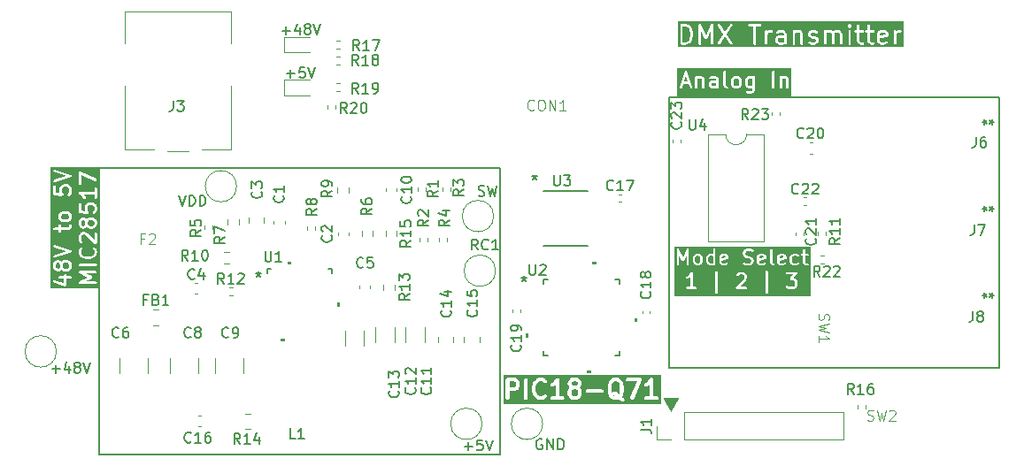
<source format=gbr>
%TF.GenerationSoftware,KiCad,Pcbnew,7.0.6*%
%TF.CreationDate,2023-08-31T11:47:23-07:00*%
%TF.ProjectId,dmxTx,646d7854-782e-46b6-9963-61645f706362,rev?*%
%TF.SameCoordinates,Original*%
%TF.FileFunction,Legend,Top*%
%TF.FilePolarity,Positive*%
%FSLAX46Y46*%
G04 Gerber Fmt 4.6, Leading zero omitted, Abs format (unit mm)*
G04 Created by KiCad (PCBNEW 7.0.6) date 2023-08-31 11:47:23*
%MOMM*%
%LPD*%
G01*
G04 APERTURE LIST*
%ADD10C,0.150000*%
%ADD11C,0.230000*%
%ADD12C,0.250000*%
%ADD13C,0.350000*%
%ADD14C,0.100000*%
%ADD15C,0.120000*%
%ADD16C,0.152400*%
G04 APERTURE END LIST*
D10*
X55700000Y-79500000D02*
X94000000Y-79500000D01*
X94000000Y-106900000D01*
X55700000Y-106900000D01*
X55700000Y-79500000D01*
X110200000Y-72700000D02*
X141780000Y-72700000D01*
X141780000Y-98600000D01*
X110200000Y-98600000D01*
X110200000Y-72700000D01*
D11*
G36*
X113105211Y-87960553D02*
G01*
X113145486Y-88000826D01*
X113191667Y-88093187D01*
X113191667Y-88438891D01*
X113145486Y-88531251D01*
X113105211Y-88571527D01*
X113012853Y-88617706D01*
X112867148Y-88617706D01*
X112774789Y-88571527D01*
X112734513Y-88531252D01*
X112688333Y-88438891D01*
X112688333Y-88093187D01*
X112734512Y-88000828D01*
X112774788Y-87960553D01*
X112867148Y-87914373D01*
X113012852Y-87914373D01*
X113105211Y-87960553D01*
G37*
G36*
X114391666Y-87937113D02*
G01*
X114391666Y-88594966D01*
X114346187Y-88617706D01*
X114133815Y-88617706D01*
X114041456Y-88571527D01*
X114001180Y-88531252D01*
X113955000Y-88438891D01*
X113955000Y-88093188D01*
X114001179Y-88000828D01*
X114041455Y-87960553D01*
X114133815Y-87914373D01*
X114346186Y-87914373D01*
X114391666Y-87937113D01*
G37*
G36*
X115620951Y-87951755D02*
G01*
X115658334Y-88026521D01*
X115658334Y-88038428D01*
X115221667Y-88125762D01*
X115221667Y-88026521D01*
X115259049Y-87951755D01*
X115333815Y-87914373D01*
X115546186Y-87914373D01*
X115620951Y-87951755D01*
G37*
G36*
X119220951Y-87951755D02*
G01*
X119258334Y-88026521D01*
X119258334Y-88038428D01*
X118821666Y-88125762D01*
X118821667Y-88026521D01*
X118859049Y-87951755D01*
X118933815Y-87914373D01*
X119146186Y-87914373D01*
X119220951Y-87951755D01*
G37*
G36*
X121154284Y-87951755D02*
G01*
X121191667Y-88026521D01*
X121191667Y-88038428D01*
X120755000Y-88125762D01*
X120755000Y-88026521D01*
X120792382Y-87951755D01*
X120867148Y-87914373D01*
X121079519Y-87914373D01*
X121154284Y-87951755D01*
G37*
G36*
X123753829Y-91767202D02*
G01*
X110725000Y-91767202D01*
X110725000Y-91453373D01*
X114625000Y-91453373D01*
X114643256Y-91515547D01*
X114692227Y-91557981D01*
X114756366Y-91567202D01*
X114815309Y-91540284D01*
X114850342Y-91485772D01*
X114855000Y-91453373D01*
X119425000Y-91453373D01*
X119443256Y-91515547D01*
X119492227Y-91557981D01*
X119556366Y-91567202D01*
X119615309Y-91540284D01*
X119650342Y-91485772D01*
X119655000Y-91453373D01*
X119655000Y-90845168D01*
X121358627Y-90845168D01*
X121372400Y-90908486D01*
X121392016Y-90934690D01*
X121458682Y-91001357D01*
X121460575Y-91002390D01*
X121461676Y-91004244D01*
X121488571Y-91022899D01*
X121621905Y-91089565D01*
X121632163Y-91091411D01*
X121640935Y-91097048D01*
X121673334Y-91101706D01*
X122073334Y-91101706D01*
X122083336Y-91098768D01*
X122093702Y-91099888D01*
X122124763Y-91089565D01*
X122258097Y-91022899D01*
X122259675Y-91021431D01*
X122261781Y-91020973D01*
X122287984Y-91001357D01*
X122354651Y-90934691D01*
X122355684Y-90932799D01*
X122357538Y-90931698D01*
X122376193Y-90904802D01*
X122442859Y-90771469D01*
X122444705Y-90761209D01*
X122450342Y-90752439D01*
X122455000Y-90720040D01*
X122455000Y-90386706D01*
X122452062Y-90376703D01*
X122453182Y-90366339D01*
X122442859Y-90335277D01*
X122376193Y-90201944D01*
X122374725Y-90200366D01*
X122374267Y-90198259D01*
X122354651Y-90172055D01*
X122287984Y-90105389D01*
X122286093Y-90104356D01*
X122284992Y-90102502D01*
X122258097Y-90083847D01*
X122124763Y-90017181D01*
X122117315Y-90015840D01*
X122426546Y-89662434D01*
X122433600Y-89647182D01*
X122444608Y-89634479D01*
X122446922Y-89618381D01*
X122453749Y-89603622D01*
X122451437Y-89586974D01*
X122453829Y-89570340D01*
X122447073Y-89555547D01*
X122444837Y-89539439D01*
X122433892Y-89526684D01*
X122426911Y-89511397D01*
X122413228Y-89502604D01*
X122402640Y-89490264D01*
X122386540Y-89485452D01*
X122372399Y-89476364D01*
X122341056Y-89471857D01*
X122340555Y-89471708D01*
X122340374Y-89471759D01*
X122340000Y-89471706D01*
X121473334Y-89471706D01*
X121411160Y-89489962D01*
X121368726Y-89538933D01*
X121359505Y-89603072D01*
X121386423Y-89662015D01*
X121440935Y-89697048D01*
X121473334Y-89701706D01*
X122086567Y-89701706D01*
X121786788Y-90044312D01*
X121779733Y-90059563D01*
X121768726Y-90072267D01*
X121766411Y-90088364D01*
X121759585Y-90103124D01*
X121761896Y-90119772D01*
X121759505Y-90136406D01*
X121766259Y-90151195D01*
X121768496Y-90167307D01*
X121779442Y-90180063D01*
X121786423Y-90195349D01*
X121800104Y-90204141D01*
X121810694Y-90216482D01*
X121826794Y-90221294D01*
X121840935Y-90230382D01*
X121872271Y-90234887D01*
X121872779Y-90235039D01*
X121872961Y-90234986D01*
X121873334Y-90235040D01*
X122046187Y-90235040D01*
X122138545Y-90281218D01*
X122178821Y-90321495D01*
X122225000Y-90413853D01*
X122225000Y-90692892D01*
X122178821Y-90785250D01*
X122138545Y-90825527D01*
X122046187Y-90871706D01*
X121700482Y-90871706D01*
X121608121Y-90825526D01*
X121554652Y-90772056D01*
X121497780Y-90741001D01*
X121433146Y-90745623D01*
X121381273Y-90784456D01*
X121358627Y-90845168D01*
X119655000Y-90845168D01*
X119655000Y-89453373D01*
X119636744Y-89391199D01*
X119587773Y-89348765D01*
X119523634Y-89339544D01*
X119464691Y-89366462D01*
X119429658Y-89420974D01*
X119425000Y-89453373D01*
X119425000Y-91453373D01*
X114855000Y-91453373D01*
X114855000Y-91003072D01*
X116559505Y-91003072D01*
X116564692Y-91014431D01*
X116565584Y-91026894D01*
X116577892Y-91043336D01*
X116586423Y-91062015D01*
X116596931Y-91068768D01*
X116604417Y-91078768D01*
X116623657Y-91085944D01*
X116640935Y-91097048D01*
X116661262Y-91099970D01*
X116665130Y-91101413D01*
X116667583Y-91100879D01*
X116673334Y-91101706D01*
X117540000Y-91101706D01*
X117602174Y-91083450D01*
X117644608Y-91034479D01*
X117653829Y-90970340D01*
X117626911Y-90911397D01*
X117572399Y-90876364D01*
X117540000Y-90871706D01*
X116950968Y-90871706D01*
X117554651Y-90268023D01*
X117559647Y-90258873D01*
X117567768Y-90252335D01*
X117582433Y-90223072D01*
X117649099Y-90023072D01*
X117649176Y-90020917D01*
X117650342Y-90019105D01*
X117655000Y-89986706D01*
X117655000Y-89853373D01*
X117652062Y-89843370D01*
X117653182Y-89833006D01*
X117642859Y-89801944D01*
X117576193Y-89668611D01*
X117574725Y-89667033D01*
X117574267Y-89664926D01*
X117554651Y-89638722D01*
X117487984Y-89572056D01*
X117486092Y-89571023D01*
X117484992Y-89569170D01*
X117458097Y-89550514D01*
X117324764Y-89483847D01*
X117314503Y-89482000D01*
X117305733Y-89476364D01*
X117273334Y-89471706D01*
X116940000Y-89471706D01*
X116929997Y-89474643D01*
X116919632Y-89473524D01*
X116888570Y-89483847D01*
X116755237Y-89550514D01*
X116753658Y-89551981D01*
X116751553Y-89552440D01*
X116725349Y-89572056D01*
X116658683Y-89638723D01*
X116627628Y-89695595D01*
X116632250Y-89760228D01*
X116671083Y-89812102D01*
X116731796Y-89834747D01*
X116795114Y-89820973D01*
X116821317Y-89801357D01*
X116874788Y-89747886D01*
X116967148Y-89701706D01*
X117246186Y-89701706D01*
X117338546Y-89747886D01*
X117378821Y-89788162D01*
X117425000Y-89880520D01*
X117425000Y-89968043D01*
X117372819Y-90124586D01*
X116592017Y-90905389D01*
X116582176Y-90923410D01*
X116568726Y-90938933D01*
X116566948Y-90951298D01*
X116560962Y-90962261D01*
X116562427Y-90982747D01*
X116559505Y-91003072D01*
X114855000Y-91003072D01*
X114855000Y-89453373D01*
X114836744Y-89391199D01*
X114787773Y-89348765D01*
X114723634Y-89339544D01*
X114664691Y-89366462D01*
X114629658Y-89420974D01*
X114625000Y-89453373D01*
X114625000Y-91453373D01*
X110725000Y-91453373D01*
X110725000Y-89990758D01*
X111825071Y-89990758D01*
X111845507Y-90052250D01*
X111895943Y-90092932D01*
X111960367Y-90099888D01*
X111991429Y-90089565D01*
X112124763Y-90022900D01*
X112126342Y-90021431D01*
X112128448Y-90020973D01*
X112154652Y-90001357D01*
X112224999Y-89931008D01*
X112225000Y-90871706D01*
X111940000Y-90871706D01*
X111877826Y-90889962D01*
X111835392Y-90938933D01*
X111826171Y-91003072D01*
X111853089Y-91062015D01*
X111907601Y-91097048D01*
X111940000Y-91101706D01*
X112740000Y-91101706D01*
X112802174Y-91083450D01*
X112844608Y-91034479D01*
X112853829Y-90970340D01*
X112826911Y-90911397D01*
X112772399Y-90876364D01*
X112740000Y-90871706D01*
X112455000Y-90871706D01*
X112455000Y-89586706D01*
X112446144Y-89556547D01*
X112437776Y-89526166D01*
X112437026Y-89525494D01*
X112436744Y-89524532D01*
X112412971Y-89503932D01*
X112389524Y-89482916D01*
X112388532Y-89482756D01*
X112387773Y-89482098D01*
X112356607Y-89477617D01*
X112325549Y-89472618D01*
X112324628Y-89473019D01*
X112323634Y-89472877D01*
X112295004Y-89485951D01*
X112266162Y-89498542D01*
X112265279Y-89499526D01*
X112264691Y-89499795D01*
X112263809Y-89501166D01*
X112244314Y-89522916D01*
X112117298Y-89713439D01*
X112005211Y-89825527D01*
X111888571Y-89883847D01*
X111841125Y-89927980D01*
X111825071Y-89990758D01*
X110725000Y-89990758D01*
X110725000Y-88732706D01*
X110925000Y-88732706D01*
X110943256Y-88794880D01*
X110992227Y-88837314D01*
X111056366Y-88846535D01*
X111115309Y-88819617D01*
X111150342Y-88765105D01*
X111155000Y-88732706D01*
X111155000Y-87851075D01*
X111402456Y-88381338D01*
X111412772Y-88393047D01*
X111419139Y-88407298D01*
X111433750Y-88416858D01*
X111445292Y-88429959D01*
X111460303Y-88434233D01*
X111473361Y-88442777D01*
X111490816Y-88442920D01*
X111507613Y-88447703D01*
X111522554Y-88443181D01*
X111538157Y-88443310D01*
X111552921Y-88433992D01*
X111569634Y-88428935D01*
X111579756Y-88417057D01*
X111592956Y-88408727D01*
X111610878Y-88381338D01*
X111858333Y-87851076D01*
X111858333Y-88732706D01*
X111876589Y-88794880D01*
X111925560Y-88837314D01*
X111989699Y-88846535D01*
X112048642Y-88819617D01*
X112083675Y-88765105D01*
X112088333Y-88732706D01*
X112088333Y-88466040D01*
X112458333Y-88466040D01*
X112461270Y-88476042D01*
X112460151Y-88486408D01*
X112470474Y-88517470D01*
X112537141Y-88650803D01*
X112538608Y-88652380D01*
X112539067Y-88654487D01*
X112558683Y-88680690D01*
X112625349Y-88747357D01*
X112627240Y-88748390D01*
X112628342Y-88750244D01*
X112655238Y-88768899D01*
X112788571Y-88835565D01*
X112798830Y-88837411D01*
X112807601Y-88843048D01*
X112840000Y-88847706D01*
X113040000Y-88847706D01*
X113050002Y-88844768D01*
X113060368Y-88845888D01*
X113091429Y-88835565D01*
X113224763Y-88768899D01*
X113226341Y-88767431D01*
X113228447Y-88766973D01*
X113254650Y-88747357D01*
X113321317Y-88680691D01*
X113322350Y-88678798D01*
X113324203Y-88677698D01*
X113342859Y-88650803D01*
X113409526Y-88517470D01*
X113411372Y-88507209D01*
X113417009Y-88498439D01*
X113421667Y-88466040D01*
X113725000Y-88466040D01*
X113727937Y-88476042D01*
X113726818Y-88486408D01*
X113737141Y-88517470D01*
X113803808Y-88650803D01*
X113805275Y-88652380D01*
X113805734Y-88654487D01*
X113825350Y-88680690D01*
X113892016Y-88747357D01*
X113893907Y-88748390D01*
X113895009Y-88750244D01*
X113921905Y-88768899D01*
X114055238Y-88835565D01*
X114065497Y-88837411D01*
X114074268Y-88843048D01*
X114106667Y-88847706D01*
X114373334Y-88847706D01*
X114383336Y-88844768D01*
X114393702Y-88845888D01*
X114424763Y-88835565D01*
X114445125Y-88825383D01*
X114458894Y-88837314D01*
X114523033Y-88846535D01*
X114581976Y-88819617D01*
X114617009Y-88765105D01*
X114621667Y-88732706D01*
X114621667Y-88532706D01*
X114991667Y-88532706D01*
X114994604Y-88542708D01*
X114993485Y-88553074D01*
X115003808Y-88584136D01*
X115070475Y-88717470D01*
X115084495Y-88732541D01*
X115095009Y-88750244D01*
X115111786Y-88761880D01*
X115114609Y-88764915D01*
X115117067Y-88765543D01*
X115121905Y-88768899D01*
X115255238Y-88835565D01*
X115265497Y-88837411D01*
X115274268Y-88843048D01*
X115306667Y-88847706D01*
X115573334Y-88847706D01*
X115583336Y-88844768D01*
X115593702Y-88845888D01*
X115624763Y-88835565D01*
X115758097Y-88768899D01*
X115805543Y-88724766D01*
X115821596Y-88661988D01*
X115801160Y-88600496D01*
X115750724Y-88559814D01*
X115686300Y-88552858D01*
X115655238Y-88563181D01*
X115546187Y-88617706D01*
X115333815Y-88617706D01*
X115259050Y-88580324D01*
X115221667Y-88505558D01*
X115221667Y-88360317D01*
X115795888Y-88245473D01*
X115821922Y-88231819D01*
X115848643Y-88219617D01*
X115850397Y-88216886D01*
X115853274Y-88215378D01*
X115867793Y-88189818D01*
X115883676Y-88165105D01*
X115884300Y-88160759D01*
X115885280Y-88159036D01*
X115885078Y-88155349D01*
X115888334Y-88132706D01*
X115888334Y-87999373D01*
X115885396Y-87989370D01*
X115886516Y-87979005D01*
X115876193Y-87947943D01*
X115809526Y-87814610D01*
X115795503Y-87799535D01*
X115784992Y-87781837D01*
X115768216Y-87770200D01*
X115765392Y-87767164D01*
X115762932Y-87766535D01*
X115758097Y-87763181D01*
X115697147Y-87732706D01*
X117258334Y-87732706D01*
X117261271Y-87742708D01*
X117260152Y-87753074D01*
X117270475Y-87784136D01*
X117337142Y-87917470D01*
X117338609Y-87919047D01*
X117339068Y-87921155D01*
X117358684Y-87947358D01*
X117425352Y-88014024D01*
X117427242Y-88015056D01*
X117428343Y-88016909D01*
X117455238Y-88035565D01*
X117588571Y-88102232D01*
X117592538Y-88102946D01*
X117612109Y-88110939D01*
X117866530Y-88174544D01*
X117971879Y-88227218D01*
X118012155Y-88267495D01*
X118058334Y-88359853D01*
X118058334Y-88438892D01*
X118012155Y-88531250D01*
X117971879Y-88571527D01*
X117879521Y-88617706D01*
X117591997Y-88617706D01*
X117409700Y-88556941D01*
X117344943Y-88554600D01*
X117289201Y-88587639D01*
X117260171Y-88645571D01*
X117267068Y-88710001D01*
X117307705Y-88760474D01*
X117336968Y-88775139D01*
X117536968Y-88841805D01*
X117539122Y-88841882D01*
X117540935Y-88843048D01*
X117573334Y-88847706D01*
X117906668Y-88847706D01*
X117916670Y-88844768D01*
X117927036Y-88845888D01*
X117958097Y-88835565D01*
X118091431Y-88768899D01*
X118093009Y-88767431D01*
X118095115Y-88766973D01*
X118121318Y-88747357D01*
X118187985Y-88680691D01*
X118189018Y-88678799D01*
X118190872Y-88677698D01*
X118209527Y-88650802D01*
X118268575Y-88532706D01*
X118591667Y-88532706D01*
X118594604Y-88542708D01*
X118593485Y-88553074D01*
X118603808Y-88584136D01*
X118670475Y-88717470D01*
X118684495Y-88732541D01*
X118695009Y-88750244D01*
X118711786Y-88761880D01*
X118714609Y-88764915D01*
X118717067Y-88765543D01*
X118721905Y-88768899D01*
X118855238Y-88835565D01*
X118865497Y-88837411D01*
X118874268Y-88843048D01*
X118906667Y-88847706D01*
X119173334Y-88847706D01*
X119183336Y-88844768D01*
X119193702Y-88845888D01*
X119224763Y-88835565D01*
X119358097Y-88768899D01*
X119405543Y-88724766D01*
X119421596Y-88661988D01*
X119401160Y-88600496D01*
X119350724Y-88559814D01*
X119286300Y-88552858D01*
X119255238Y-88563181D01*
X119146187Y-88617706D01*
X118933815Y-88617706D01*
X118859050Y-88580324D01*
X118835241Y-88532706D01*
X119858334Y-88532706D01*
X119861271Y-88542708D01*
X119860152Y-88553074D01*
X119870475Y-88584136D01*
X119937142Y-88717470D01*
X119951162Y-88732541D01*
X119961676Y-88750244D01*
X119978453Y-88761880D01*
X119981276Y-88764915D01*
X119983734Y-88765543D01*
X119988572Y-88768899D01*
X120121905Y-88835565D01*
X120185680Y-88847042D01*
X120245534Y-88822218D01*
X120282465Y-88768974D01*
X120284749Y-88704215D01*
X120251659Y-88648502D01*
X120224764Y-88629847D01*
X120125717Y-88580324D01*
X120101908Y-88532706D01*
X120525000Y-88532706D01*
X120527937Y-88542708D01*
X120526818Y-88553074D01*
X120537141Y-88584136D01*
X120603808Y-88717470D01*
X120617828Y-88732541D01*
X120628342Y-88750244D01*
X120645119Y-88761880D01*
X120647942Y-88764915D01*
X120650400Y-88765543D01*
X120655238Y-88768899D01*
X120788571Y-88835565D01*
X120798830Y-88837411D01*
X120807601Y-88843048D01*
X120840000Y-88847706D01*
X121106667Y-88847706D01*
X121116669Y-88844768D01*
X121127035Y-88845888D01*
X121158096Y-88835565D01*
X121291430Y-88768899D01*
X121338876Y-88724766D01*
X121354929Y-88661988D01*
X121334493Y-88600496D01*
X121284057Y-88559814D01*
X121219633Y-88552858D01*
X121188571Y-88563181D01*
X121079520Y-88617706D01*
X120867148Y-88617706D01*
X120792383Y-88580324D01*
X120755000Y-88505558D01*
X120755000Y-88466040D01*
X121725000Y-88466040D01*
X121727937Y-88476042D01*
X121726818Y-88486408D01*
X121737141Y-88517470D01*
X121803808Y-88650803D01*
X121805275Y-88652380D01*
X121805734Y-88654487D01*
X121825350Y-88680690D01*
X121892016Y-88747357D01*
X121893907Y-88748390D01*
X121895009Y-88750244D01*
X121921905Y-88768899D01*
X122055238Y-88835565D01*
X122065497Y-88837411D01*
X122074268Y-88843048D01*
X122106667Y-88847706D01*
X122373334Y-88847706D01*
X122383336Y-88844768D01*
X122393702Y-88845888D01*
X122424763Y-88835565D01*
X122558097Y-88768899D01*
X122605543Y-88724766D01*
X122621596Y-88661988D01*
X122601160Y-88600496D01*
X122550724Y-88559814D01*
X122486300Y-88552858D01*
X122455238Y-88563181D01*
X122346187Y-88617706D01*
X122133815Y-88617706D01*
X122041456Y-88571527D01*
X122001180Y-88531252D01*
X121955000Y-88438891D01*
X121955000Y-88093188D01*
X122001179Y-88000828D01*
X122041455Y-87960553D01*
X122133815Y-87914373D01*
X122346186Y-87914373D01*
X122455237Y-87968899D01*
X122519011Y-87980376D01*
X122578866Y-87955552D01*
X122615798Y-87902308D01*
X122618082Y-87837550D01*
X122605128Y-87815739D01*
X122792838Y-87815739D01*
X122819756Y-87874682D01*
X122874268Y-87909715D01*
X122906667Y-87914373D01*
X122991667Y-87914373D01*
X122991667Y-88532706D01*
X122994604Y-88542708D01*
X122993485Y-88553074D01*
X123003808Y-88584136D01*
X123070475Y-88717470D01*
X123084495Y-88732541D01*
X123095009Y-88750244D01*
X123111786Y-88761880D01*
X123114609Y-88764915D01*
X123117067Y-88765543D01*
X123121905Y-88768899D01*
X123255238Y-88835565D01*
X123265497Y-88837411D01*
X123274268Y-88843048D01*
X123306667Y-88847706D01*
X123440000Y-88847706D01*
X123502174Y-88829450D01*
X123544608Y-88780479D01*
X123553829Y-88716340D01*
X123526911Y-88657397D01*
X123472399Y-88622364D01*
X123440000Y-88617706D01*
X123333815Y-88617706D01*
X123259050Y-88580324D01*
X123221667Y-88505558D01*
X123221667Y-87914373D01*
X123440000Y-87914373D01*
X123502174Y-87896117D01*
X123544608Y-87847146D01*
X123553829Y-87783007D01*
X123526911Y-87724064D01*
X123472399Y-87689031D01*
X123440000Y-87684373D01*
X123221667Y-87684373D01*
X123221667Y-87332706D01*
X123203411Y-87270532D01*
X123154440Y-87228098D01*
X123090301Y-87218877D01*
X123031358Y-87245795D01*
X122996325Y-87300307D01*
X122991667Y-87332706D01*
X122991667Y-87684373D01*
X122906667Y-87684373D01*
X122844493Y-87702629D01*
X122802059Y-87751600D01*
X122792838Y-87815739D01*
X122605128Y-87815739D01*
X122584992Y-87781837D01*
X122558097Y-87763181D01*
X122424764Y-87696514D01*
X122414503Y-87694667D01*
X122405733Y-87689031D01*
X122373334Y-87684373D01*
X122106667Y-87684373D01*
X122096664Y-87687310D01*
X122086299Y-87686191D01*
X122055237Y-87696514D01*
X121921904Y-87763181D01*
X121920327Y-87764647D01*
X121918221Y-87765106D01*
X121892018Y-87784722D01*
X121825350Y-87851388D01*
X121824316Y-87853279D01*
X121822463Y-87854381D01*
X121803808Y-87881276D01*
X121737141Y-88014610D01*
X121735294Y-88024870D01*
X121729658Y-88033641D01*
X121725000Y-88066040D01*
X121725000Y-88466040D01*
X120755000Y-88466040D01*
X120755000Y-88360317D01*
X121329221Y-88245473D01*
X121355255Y-88231819D01*
X121381976Y-88219617D01*
X121383730Y-88216886D01*
X121386607Y-88215378D01*
X121401126Y-88189818D01*
X121417009Y-88165105D01*
X121417633Y-88160759D01*
X121418613Y-88159036D01*
X121418411Y-88155349D01*
X121421667Y-88132706D01*
X121421667Y-87999373D01*
X121418729Y-87989370D01*
X121419849Y-87979005D01*
X121409526Y-87947943D01*
X121342859Y-87814610D01*
X121328836Y-87799535D01*
X121318325Y-87781837D01*
X121301549Y-87770200D01*
X121298725Y-87767164D01*
X121296265Y-87766535D01*
X121291430Y-87763181D01*
X121158097Y-87696514D01*
X121147836Y-87694667D01*
X121139066Y-87689031D01*
X121106667Y-87684373D01*
X120840000Y-87684373D01*
X120829997Y-87687310D01*
X120819632Y-87686191D01*
X120788570Y-87696514D01*
X120655237Y-87763181D01*
X120640162Y-87777203D01*
X120622464Y-87787715D01*
X120610827Y-87804490D01*
X120607791Y-87807315D01*
X120607162Y-87809774D01*
X120603808Y-87814610D01*
X120537141Y-87947943D01*
X120535294Y-87958203D01*
X120529658Y-87966974D01*
X120525000Y-87999373D01*
X120525000Y-88532706D01*
X120101908Y-88532706D01*
X120088333Y-88505557D01*
X120088334Y-87332706D01*
X120070078Y-87270532D01*
X120021107Y-87228098D01*
X119956968Y-87218877D01*
X119898025Y-87245795D01*
X119862992Y-87300307D01*
X119858334Y-87332706D01*
X119858334Y-88532706D01*
X118835241Y-88532706D01*
X118821667Y-88505558D01*
X118821667Y-88360317D01*
X119395888Y-88245473D01*
X119421922Y-88231819D01*
X119448643Y-88219617D01*
X119450397Y-88216886D01*
X119453274Y-88215378D01*
X119467793Y-88189818D01*
X119483676Y-88165105D01*
X119484300Y-88160759D01*
X119485280Y-88159036D01*
X119485078Y-88155349D01*
X119488334Y-88132706D01*
X119488334Y-87999373D01*
X119485396Y-87989370D01*
X119486516Y-87979005D01*
X119476193Y-87947943D01*
X119409526Y-87814610D01*
X119395503Y-87799535D01*
X119384992Y-87781837D01*
X119368216Y-87770200D01*
X119365392Y-87767164D01*
X119362932Y-87766535D01*
X119358097Y-87763181D01*
X119224764Y-87696514D01*
X119214503Y-87694667D01*
X119205733Y-87689031D01*
X119173334Y-87684373D01*
X118906667Y-87684373D01*
X118896664Y-87687310D01*
X118886299Y-87686191D01*
X118855237Y-87696514D01*
X118721904Y-87763181D01*
X118706829Y-87777203D01*
X118689131Y-87787715D01*
X118677494Y-87804490D01*
X118674458Y-87807315D01*
X118673829Y-87809774D01*
X118670475Y-87814610D01*
X118603808Y-87947943D01*
X118601961Y-87958203D01*
X118596325Y-87966974D01*
X118591667Y-87999373D01*
X118591667Y-88532706D01*
X118268575Y-88532706D01*
X118276193Y-88517469D01*
X118278039Y-88507209D01*
X118283676Y-88498439D01*
X118288334Y-88466040D01*
X118288334Y-88332706D01*
X118285396Y-88322703D01*
X118286516Y-88312339D01*
X118276193Y-88281277D01*
X118209527Y-88147944D01*
X118208059Y-88146366D01*
X118207601Y-88144259D01*
X118187985Y-88118055D01*
X118121318Y-88051389D01*
X118119427Y-88050356D01*
X118118326Y-88048502D01*
X118091431Y-88029847D01*
X117958097Y-87963181D01*
X117954130Y-87962467D01*
X117934560Y-87954474D01*
X117680141Y-87890869D01*
X117574789Y-87838192D01*
X117534513Y-87797917D01*
X117488334Y-87705558D01*
X117488334Y-87626521D01*
X117534514Y-87534160D01*
X117574789Y-87493886D01*
X117667149Y-87447706D01*
X117954671Y-87447706D01*
X118136968Y-87508472D01*
X118201724Y-87510814D01*
X118257467Y-87477775D01*
X118286497Y-87419843D01*
X118279600Y-87355413D01*
X118238964Y-87304939D01*
X118209701Y-87290275D01*
X118009700Y-87223607D01*
X118007545Y-87223529D01*
X118005733Y-87222364D01*
X117973334Y-87217706D01*
X117640001Y-87217706D01*
X117629998Y-87220643D01*
X117619633Y-87219524D01*
X117588571Y-87229847D01*
X117455238Y-87296514D01*
X117453659Y-87297981D01*
X117451554Y-87298440D01*
X117425350Y-87318056D01*
X117358684Y-87384723D01*
X117357651Y-87386614D01*
X117355798Y-87387715D01*
X117337142Y-87414610D01*
X117270475Y-87547943D01*
X117268628Y-87558203D01*
X117262992Y-87566974D01*
X117258334Y-87599373D01*
X117258334Y-87732706D01*
X115697147Y-87732706D01*
X115624764Y-87696514D01*
X115614503Y-87694667D01*
X115605733Y-87689031D01*
X115573334Y-87684373D01*
X115306667Y-87684373D01*
X115296664Y-87687310D01*
X115286299Y-87686191D01*
X115255237Y-87696514D01*
X115121904Y-87763181D01*
X115106829Y-87777203D01*
X115089131Y-87787715D01*
X115077494Y-87804490D01*
X115074458Y-87807315D01*
X115073829Y-87809774D01*
X115070475Y-87814610D01*
X115003808Y-87947943D01*
X115001961Y-87958203D01*
X114996325Y-87966974D01*
X114991667Y-87999373D01*
X114991667Y-88532706D01*
X114621667Y-88532706D01*
X114621667Y-87332706D01*
X114603411Y-87270532D01*
X114554440Y-87228098D01*
X114490301Y-87218877D01*
X114431358Y-87245795D01*
X114396325Y-87300307D01*
X114391667Y-87332706D01*
X114391666Y-87687008D01*
X114373334Y-87684373D01*
X114106667Y-87684373D01*
X114096664Y-87687310D01*
X114086299Y-87686191D01*
X114055237Y-87696514D01*
X113921904Y-87763181D01*
X113920327Y-87764647D01*
X113918221Y-87765106D01*
X113892018Y-87784722D01*
X113825350Y-87851388D01*
X113824316Y-87853279D01*
X113822463Y-87854381D01*
X113803808Y-87881276D01*
X113737141Y-88014610D01*
X113735294Y-88024870D01*
X113729658Y-88033641D01*
X113725000Y-88066040D01*
X113725000Y-88466040D01*
X113421667Y-88466040D01*
X113421667Y-88066040D01*
X113418729Y-88056037D01*
X113419849Y-88045672D01*
X113409526Y-88014610D01*
X113342859Y-87881276D01*
X113341391Y-87879698D01*
X113340933Y-87877591D01*
X113321317Y-87851388D01*
X113254650Y-87784722D01*
X113252757Y-87783688D01*
X113251658Y-87781837D01*
X113224763Y-87763181D01*
X113091430Y-87696514D01*
X113081169Y-87694667D01*
X113072399Y-87689031D01*
X113040000Y-87684373D01*
X112840000Y-87684373D01*
X112829997Y-87687310D01*
X112819632Y-87686191D01*
X112788570Y-87696514D01*
X112655237Y-87763181D01*
X112653660Y-87764647D01*
X112651554Y-87765106D01*
X112625351Y-87784722D01*
X112558683Y-87851388D01*
X112557649Y-87853279D01*
X112555796Y-87854381D01*
X112537141Y-87881276D01*
X112470474Y-88014610D01*
X112468627Y-88024870D01*
X112462991Y-88033641D01*
X112458333Y-88066040D01*
X112458333Y-88466040D01*
X112088333Y-88466040D01*
X112088333Y-87332706D01*
X112086101Y-87325106D01*
X112087293Y-87317277D01*
X112077110Y-87294485D01*
X112070077Y-87270532D01*
X112064091Y-87265345D01*
X112060861Y-87258115D01*
X112039975Y-87244448D01*
X112021106Y-87228098D01*
X112013265Y-87226970D01*
X112006639Y-87222635D01*
X111981678Y-87222429D01*
X111956967Y-87218877D01*
X111949762Y-87222167D01*
X111941842Y-87222102D01*
X111920730Y-87235425D01*
X111898024Y-87245795D01*
X111893741Y-87252457D01*
X111887044Y-87256685D01*
X111869122Y-87284075D01*
X111506666Y-88060764D01*
X111144211Y-87284074D01*
X111138975Y-87278131D01*
X111136744Y-87270532D01*
X111117876Y-87254183D01*
X111101375Y-87235453D01*
X111093758Y-87233284D01*
X111087773Y-87228098D01*
X111063068Y-87224546D01*
X111039054Y-87217709D01*
X111031470Y-87220003D01*
X111023634Y-87218877D01*
X111000928Y-87229245D01*
X110977033Y-87236477D01*
X110971896Y-87242504D01*
X110964691Y-87245795D01*
X110951192Y-87266798D01*
X110935003Y-87285796D01*
X110933940Y-87293643D01*
X110929658Y-87300307D01*
X110925000Y-87332706D01*
X110925000Y-88732706D01*
X110725000Y-88732706D01*
X110725000Y-87017706D01*
X123753829Y-87017706D01*
X123753829Y-91767202D01*
G37*
D12*
G36*
X118182329Y-70942110D02*
G01*
X118182329Y-71644745D01*
X118134963Y-71668428D01*
X117908266Y-71668428D01*
X117809943Y-71619267D01*
X117767205Y-71576528D01*
X117718044Y-71478205D01*
X117718044Y-71108650D01*
X117767203Y-71010330D01*
X117809946Y-70967588D01*
X117908266Y-70918428D01*
X118134964Y-70918428D01*
X118182329Y-70942110D01*
G37*
G36*
X114682330Y-71344561D02*
G01*
X114682330Y-71644745D01*
X114634963Y-71668428D01*
X114336839Y-71668428D01*
X114257641Y-71628830D01*
X114218043Y-71549633D01*
X114218043Y-71465793D01*
X114257641Y-71386597D01*
X114336839Y-71347000D01*
X114664472Y-71347000D01*
X114675344Y-71343807D01*
X114682330Y-71344561D01*
G37*
G36*
X116804712Y-70967588D02*
G01*
X116847455Y-71010330D01*
X116896615Y-71108650D01*
X116896615Y-71478206D01*
X116847454Y-71576527D01*
X116804715Y-71619266D01*
X116706392Y-71668428D01*
X116551123Y-71668428D01*
X116452801Y-71619267D01*
X116410062Y-71576528D01*
X116360901Y-71478205D01*
X116360901Y-71108650D01*
X116410060Y-71010330D01*
X116452803Y-70967588D01*
X116551123Y-70918428D01*
X116706393Y-70918428D01*
X116804712Y-70967588D01*
G37*
G36*
X111991045Y-71239857D02*
G01*
X111623615Y-71239857D01*
X111807329Y-70688711D01*
X111991045Y-71239857D01*
G37*
G36*
X121860902Y-72632714D02*
G01*
X110971913Y-72632714D01*
X110971913Y-71824286D01*
X111186199Y-71824286D01*
X111222111Y-71884876D01*
X111285080Y-71916432D01*
X111355114Y-71908935D01*
X111409976Y-71864765D01*
X111425915Y-71832956D01*
X111540281Y-71489857D01*
X112074378Y-71489857D01*
X112188745Y-71832957D01*
X112228940Y-71890794D01*
X112294024Y-71917718D01*
X112363332Y-71905181D01*
X112414861Y-71857164D01*
X112431098Y-71793428D01*
X112682329Y-71793428D01*
X112702172Y-71861008D01*
X112755402Y-71907132D01*
X112825118Y-71917156D01*
X112889187Y-71887897D01*
X112927266Y-71828645D01*
X112932329Y-71793428D01*
X112932329Y-70988062D01*
X112952803Y-70967588D01*
X113051123Y-70918428D01*
X113206393Y-70918428D01*
X113285588Y-70958026D01*
X113325187Y-71037222D01*
X113325187Y-71793428D01*
X113345030Y-71861008D01*
X113398260Y-71907132D01*
X113467976Y-71917156D01*
X113532045Y-71887897D01*
X113570124Y-71828645D01*
X113575187Y-71793428D01*
X113575187Y-71579142D01*
X113968044Y-71579142D01*
X113971235Y-71590011D01*
X113970019Y-71601280D01*
X113981240Y-71635043D01*
X114052668Y-71777901D01*
X114067908Y-71794285D01*
X114079336Y-71813526D01*
X114097569Y-71826173D01*
X114100639Y-71829473D01*
X114103312Y-71830156D01*
X114108571Y-71833804D01*
X114251429Y-71905232D01*
X114262580Y-71907238D01*
X114272113Y-71913365D01*
X114307330Y-71918428D01*
X114664472Y-71918428D01*
X114675341Y-71915236D01*
X114686610Y-71916453D01*
X114720373Y-71905232D01*
X114741195Y-71894820D01*
X114755403Y-71907132D01*
X114825119Y-71917156D01*
X114889188Y-71887897D01*
X114927267Y-71828645D01*
X114932330Y-71793428D01*
X114932330Y-71579142D01*
X115396615Y-71579142D01*
X115399807Y-71590014D01*
X115398591Y-71601280D01*
X115409812Y-71635044D01*
X115481241Y-71777902D01*
X115496479Y-71794284D01*
X115507908Y-71813526D01*
X115526141Y-71826173D01*
X115529211Y-71829473D01*
X115531884Y-71830156D01*
X115537143Y-71833804D01*
X115680000Y-71905232D01*
X115749319Y-71917706D01*
X115814379Y-71890723D01*
X115854522Y-71832850D01*
X115857005Y-71762460D01*
X115821037Y-71701902D01*
X115791803Y-71681625D01*
X115686213Y-71628830D01*
X115646615Y-71549634D01*
X115646615Y-71507714D01*
X116110901Y-71507714D01*
X116114093Y-71518586D01*
X116112877Y-71529852D01*
X116124097Y-71563615D01*
X116195526Y-71706473D01*
X116197120Y-71708187D01*
X116197619Y-71710477D01*
X116218941Y-71738959D01*
X116290370Y-71810388D01*
X116292424Y-71811509D01*
X116293622Y-71813526D01*
X116322857Y-71833804D01*
X116465714Y-71905232D01*
X116476865Y-71907238D01*
X116486398Y-71913365D01*
X116521615Y-71918428D01*
X116735901Y-71918428D01*
X116746773Y-71915235D01*
X116758039Y-71916452D01*
X116791802Y-71905232D01*
X116934660Y-71833803D01*
X116936374Y-71832208D01*
X116938664Y-71831710D01*
X116967146Y-71810388D01*
X117038575Y-71738959D01*
X117039696Y-71736904D01*
X117041713Y-71735707D01*
X117061991Y-71706472D01*
X117133419Y-71563615D01*
X117135425Y-71552463D01*
X117141552Y-71542931D01*
X117146615Y-71507714D01*
X117468044Y-71507714D01*
X117471236Y-71518586D01*
X117470020Y-71529852D01*
X117481240Y-71563615D01*
X117552669Y-71706473D01*
X117554263Y-71708187D01*
X117554762Y-71710477D01*
X117576084Y-71738959D01*
X117647513Y-71810388D01*
X117649567Y-71811509D01*
X117650765Y-71813526D01*
X117680000Y-71833804D01*
X117822857Y-71905232D01*
X117834008Y-71907238D01*
X117843541Y-71913365D01*
X117878758Y-71918428D01*
X118164472Y-71918428D01*
X118175341Y-71915236D01*
X118182330Y-71915990D01*
X118182329Y-71978205D01*
X118133169Y-72076526D01*
X118090429Y-72119266D01*
X117992106Y-72168428D01*
X117836839Y-72168428D01*
X117720373Y-72110196D01*
X117651054Y-72097722D01*
X117585994Y-72124706D01*
X117545851Y-72182579D01*
X117543369Y-72252969D01*
X117579336Y-72313526D01*
X117608571Y-72333804D01*
X117751429Y-72405232D01*
X117762580Y-72407238D01*
X117772113Y-72413365D01*
X117807330Y-72418428D01*
X118021615Y-72418428D01*
X118032487Y-72415235D01*
X118043753Y-72416452D01*
X118077516Y-72405232D01*
X118220374Y-72333803D01*
X118222088Y-72332208D01*
X118224378Y-72331710D01*
X118252860Y-72310388D01*
X118324289Y-72238959D01*
X118325410Y-72236905D01*
X118327426Y-72235708D01*
X118347704Y-72206473D01*
X118419133Y-72063616D01*
X118421139Y-72052465D01*
X118427267Y-72042931D01*
X118432330Y-72007714D01*
X118432330Y-71793428D01*
X120039472Y-71793428D01*
X120059315Y-71861008D01*
X120112545Y-71907132D01*
X120182261Y-71917156D01*
X120246330Y-71887897D01*
X120284409Y-71828645D01*
X120289472Y-71793428D01*
X120753758Y-71793428D01*
X120773601Y-71861008D01*
X120826831Y-71907132D01*
X120896547Y-71917156D01*
X120960616Y-71887897D01*
X120998695Y-71828645D01*
X121003758Y-71793428D01*
X121003758Y-70988062D01*
X121024232Y-70967588D01*
X121122552Y-70918428D01*
X121277822Y-70918428D01*
X121357017Y-70958026D01*
X121396616Y-71037222D01*
X121396616Y-71793428D01*
X121416459Y-71861008D01*
X121469689Y-71907132D01*
X121539405Y-71917156D01*
X121603474Y-71887897D01*
X121641553Y-71828645D01*
X121646616Y-71793428D01*
X121646616Y-71007714D01*
X121643423Y-70996841D01*
X121644640Y-70985575D01*
X121633419Y-70951812D01*
X121561990Y-70808955D01*
X121546752Y-70792574D01*
X121535324Y-70773332D01*
X121517087Y-70760682D01*
X121514019Y-70757384D01*
X121511346Y-70756700D01*
X121506089Y-70753054D01*
X121363232Y-70681625D01*
X121352081Y-70679618D01*
X121342547Y-70673491D01*
X121307330Y-70668428D01*
X121093044Y-70668428D01*
X121082171Y-70671620D01*
X121070905Y-70670404D01*
X121037142Y-70681625D01*
X120971028Y-70714681D01*
X120930685Y-70679724D01*
X120860969Y-70669700D01*
X120796900Y-70698959D01*
X120758821Y-70758211D01*
X120753758Y-70793428D01*
X120753758Y-71793428D01*
X120289472Y-71793428D01*
X120289472Y-70293428D01*
X120269629Y-70225848D01*
X120216399Y-70179724D01*
X120146683Y-70169700D01*
X120082614Y-70198959D01*
X120044535Y-70258211D01*
X120039472Y-70293428D01*
X120039472Y-71793428D01*
X118432330Y-71793428D01*
X118432330Y-70793428D01*
X118412487Y-70725848D01*
X118359257Y-70679724D01*
X118289541Y-70669700D01*
X118240926Y-70691901D01*
X118220374Y-70681625D01*
X118209223Y-70679618D01*
X118199689Y-70673491D01*
X118164472Y-70668428D01*
X117878758Y-70668428D01*
X117867885Y-70671620D01*
X117856619Y-70670404D01*
X117822856Y-70681625D01*
X117679999Y-70753054D01*
X117678285Y-70754647D01*
X117675996Y-70755146D01*
X117647513Y-70776468D01*
X117576084Y-70847896D01*
X117574961Y-70849952D01*
X117572946Y-70851149D01*
X117552669Y-70880383D01*
X117481240Y-71023241D01*
X117479233Y-71034392D01*
X117473107Y-71043925D01*
X117468044Y-71079142D01*
X117468044Y-71507714D01*
X117146615Y-71507714D01*
X117146615Y-71079142D01*
X117143423Y-71068272D01*
X117144640Y-71057004D01*
X117133419Y-71023241D01*
X117061991Y-70880384D01*
X117060395Y-70878668D01*
X117059897Y-70876378D01*
X117038575Y-70847896D01*
X116967146Y-70776468D01*
X116965091Y-70775345D01*
X116963895Y-70773332D01*
X116934660Y-70753054D01*
X116791803Y-70681625D01*
X116780652Y-70679618D01*
X116771118Y-70673491D01*
X116735901Y-70668428D01*
X116521615Y-70668428D01*
X116510742Y-70671620D01*
X116499476Y-70670404D01*
X116465713Y-70681625D01*
X116322856Y-70753054D01*
X116321142Y-70754647D01*
X116318853Y-70755146D01*
X116290370Y-70776468D01*
X116218941Y-70847896D01*
X116217818Y-70849952D01*
X116215803Y-70851149D01*
X116195526Y-70880383D01*
X116124097Y-71023241D01*
X116122090Y-71034392D01*
X116115964Y-71043925D01*
X116110901Y-71079142D01*
X116110901Y-71507714D01*
X115646615Y-71507714D01*
X115646615Y-70293428D01*
X115626772Y-70225848D01*
X115573542Y-70179724D01*
X115503826Y-70169700D01*
X115439757Y-70198959D01*
X115401678Y-70258211D01*
X115396615Y-70293428D01*
X115396615Y-71579142D01*
X114932330Y-71579142D01*
X114932330Y-71007714D01*
X114929137Y-70996841D01*
X114930354Y-70985575D01*
X114919133Y-70951812D01*
X114847704Y-70808955D01*
X114832466Y-70792574D01*
X114821038Y-70773332D01*
X114802801Y-70760682D01*
X114799733Y-70757384D01*
X114797060Y-70756700D01*
X114791803Y-70753054D01*
X114648946Y-70681625D01*
X114637795Y-70679618D01*
X114628261Y-70673491D01*
X114593044Y-70668428D01*
X114307330Y-70668428D01*
X114296457Y-70671620D01*
X114285191Y-70670404D01*
X114251428Y-70681625D01*
X114108570Y-70753054D01*
X114056999Y-70801024D01*
X114039550Y-70869262D01*
X114061762Y-70936101D01*
X114116584Y-70980321D01*
X114186610Y-70987881D01*
X114220374Y-70976660D01*
X114336838Y-70918428D01*
X114563536Y-70918428D01*
X114642731Y-70958026D01*
X114682330Y-71037222D01*
X114682330Y-71073317D01*
X114634964Y-71097000D01*
X114307330Y-71097000D01*
X114296460Y-71100191D01*
X114285193Y-71098975D01*
X114251429Y-71110196D01*
X114108571Y-71181624D01*
X114092187Y-71196863D01*
X114072946Y-71208292D01*
X114060299Y-71226525D01*
X114056999Y-71229595D01*
X114056315Y-71232269D01*
X114052669Y-71237526D01*
X113981240Y-71380384D01*
X113979233Y-71391535D01*
X113973107Y-71401068D01*
X113968044Y-71436285D01*
X113968044Y-71579142D01*
X113575187Y-71579142D01*
X113575187Y-71007714D01*
X113571994Y-70996841D01*
X113573211Y-70985575D01*
X113561990Y-70951812D01*
X113490561Y-70808955D01*
X113475323Y-70792574D01*
X113463895Y-70773332D01*
X113445658Y-70760682D01*
X113442590Y-70757384D01*
X113439917Y-70756700D01*
X113434660Y-70753054D01*
X113291803Y-70681625D01*
X113280652Y-70679618D01*
X113271118Y-70673491D01*
X113235901Y-70668428D01*
X113021615Y-70668428D01*
X113010742Y-70671620D01*
X112999476Y-70670404D01*
X112965713Y-70681625D01*
X112899599Y-70714681D01*
X112859256Y-70679724D01*
X112789540Y-70669700D01*
X112725471Y-70698959D01*
X112687392Y-70758211D01*
X112682329Y-70793428D01*
X112682329Y-71793428D01*
X112431098Y-71793428D01*
X112432249Y-71788911D01*
X112425915Y-71753900D01*
X111925915Y-70253900D01*
X111908295Y-70228546D01*
X111892549Y-70201980D01*
X111888381Y-70199891D01*
X111885720Y-70196062D01*
X111857182Y-70184256D01*
X111829580Y-70170424D01*
X111824944Y-70170920D01*
X111820636Y-70169138D01*
X111790253Y-70174633D01*
X111759546Y-70177921D01*
X111755913Y-70180845D01*
X111751328Y-70181675D01*
X111728745Y-70202718D01*
X111704684Y-70222091D01*
X111701816Y-70227812D01*
X111699799Y-70229693D01*
X111698686Y-70234059D01*
X111688745Y-70253899D01*
X111188745Y-71753900D01*
X111186199Y-71824286D01*
X110971913Y-71824286D01*
X110971913Y-69954852D01*
X121860902Y-69954852D01*
X121860902Y-72632714D01*
G37*
D13*
G36*
X105059933Y-101328125D02*
G01*
X105074442Y-101342634D01*
X104954909Y-101342634D01*
X104850592Y-101290475D01*
X104836083Y-101275967D01*
X104955617Y-101275967D01*
X105059933Y-101328125D01*
G37*
G36*
X105309934Y-99994792D02*
G01*
X105422244Y-100107101D01*
X105488596Y-100372511D01*
X105488596Y-100912756D01*
X105422244Y-101178166D01*
X105413596Y-101186813D01*
X105287341Y-101060557D01*
X105281221Y-101056857D01*
X105277045Y-101051054D01*
X105241860Y-101027777D01*
X105075193Y-100944442D01*
X105056119Y-100940136D01*
X105038810Y-100931052D01*
X104996930Y-100925967D01*
X104830263Y-100925967D01*
X104748936Y-100946012D01*
X104692699Y-100995834D01*
X104671930Y-100912757D01*
X104671930Y-100372510D01*
X104738281Y-100107103D01*
X104850592Y-99994792D01*
X104954909Y-99942634D01*
X105205618Y-99942634D01*
X105309934Y-99994792D01*
G37*
G36*
X101393265Y-100744791D02*
G01*
X101436439Y-100787965D01*
X101488596Y-100892279D01*
X101488596Y-101142988D01*
X101436439Y-101247303D01*
X101393265Y-101290476D01*
X101288951Y-101342634D01*
X101038241Y-101342634D01*
X100933927Y-101290477D01*
X100890753Y-101247303D01*
X100838596Y-101142988D01*
X100838596Y-100892279D01*
X100890753Y-100787964D01*
X100933927Y-100744790D01*
X101038241Y-100692634D01*
X101288951Y-100692634D01*
X101393265Y-100744791D01*
G37*
G36*
X101393265Y-99994791D02*
G01*
X101436439Y-100037965D01*
X101488596Y-100142279D01*
X101488596Y-100142989D01*
X101436439Y-100247303D01*
X101393265Y-100290476D01*
X101288951Y-100342634D01*
X101038241Y-100342634D01*
X100933927Y-100290477D01*
X100890753Y-100247303D01*
X100838596Y-100142988D01*
X100838596Y-100142279D01*
X100890753Y-100037964D01*
X100933927Y-99994791D01*
X101038241Y-99942634D01*
X101288951Y-99942634D01*
X101393265Y-99994791D01*
G37*
G36*
X95476600Y-99994791D02*
G01*
X95519771Y-100037964D01*
X95571929Y-100142278D01*
X95571929Y-100309655D01*
X95519771Y-100413971D01*
X95476599Y-100457142D01*
X95372283Y-100509301D01*
X94921929Y-100509301D01*
X94921929Y-99942634D01*
X95372284Y-99942634D01*
X95476600Y-99994791D01*
G37*
G36*
X109420654Y-102109268D02*
G01*
X94321929Y-102109268D01*
X94321929Y-101517634D01*
X94571929Y-101517634D01*
X94591974Y-101598961D01*
X94647518Y-101661656D01*
X94725835Y-101691358D01*
X94808985Y-101681262D01*
X94877918Y-101633680D01*
X94916844Y-101559514D01*
X94921929Y-101517634D01*
X96321929Y-101517634D01*
X96341974Y-101598961D01*
X96397518Y-101661656D01*
X96475835Y-101691358D01*
X96558985Y-101681262D01*
X96627918Y-101633680D01*
X96666844Y-101559514D01*
X96671929Y-101517634D01*
X96671929Y-100767634D01*
X97071929Y-100767634D01*
X97072000Y-100767924D01*
X97071930Y-100768215D01*
X97077154Y-100810078D01*
X97160487Y-101143411D01*
X97161918Y-101146117D01*
X97173737Y-101179230D01*
X97257072Y-101345897D01*
X97261706Y-101351340D01*
X97263834Y-101358168D01*
X97289852Y-101391377D01*
X97456518Y-101558044D01*
X97473248Y-101568157D01*
X97486799Y-101582253D01*
X97524922Y-101600321D01*
X97774922Y-101683654D01*
X97782050Y-101684226D01*
X97788382Y-101687549D01*
X97830262Y-101692634D01*
X97996929Y-101692634D01*
X98003872Y-101690922D01*
X98010930Y-101692073D01*
X98052269Y-101683654D01*
X98302269Y-101600321D01*
X98318800Y-101589877D01*
X98337464Y-101584062D01*
X98370673Y-101558044D01*
X98432176Y-101496540D01*
X98823205Y-101496540D01*
X98833301Y-101579690D01*
X98880883Y-101648623D01*
X98955049Y-101687549D01*
X98996929Y-101692634D01*
X99996929Y-101692634D01*
X100078256Y-101672589D01*
X100140951Y-101617045D01*
X100170653Y-101538728D01*
X100160557Y-101455578D01*
X100112975Y-101386645D01*
X100038809Y-101347719D01*
X99996929Y-101342634D01*
X99671929Y-101342634D01*
X99671929Y-101184301D01*
X100488596Y-101184301D01*
X100493274Y-101203284D01*
X100492890Y-101222831D01*
X100507071Y-101262563D01*
X100590404Y-101429229D01*
X100595039Y-101434673D01*
X100597167Y-101441501D01*
X100623185Y-101474711D01*
X100706519Y-101558045D01*
X100712639Y-101561745D01*
X100716816Y-101567548D01*
X100752001Y-101590826D01*
X100918666Y-101674159D01*
X100937738Y-101678463D01*
X100955049Y-101687549D01*
X100996929Y-101692634D01*
X101330263Y-101692634D01*
X101349246Y-101687955D01*
X101368793Y-101688340D01*
X101408525Y-101674159D01*
X101575191Y-101590826D01*
X101580635Y-101586190D01*
X101587463Y-101584063D01*
X101620673Y-101558045D01*
X101704007Y-101474711D01*
X101707707Y-101468590D01*
X101713510Y-101464414D01*
X101736788Y-101429229D01*
X101820121Y-101262564D01*
X101824425Y-101243491D01*
X101833511Y-101226181D01*
X101838596Y-101184301D01*
X101838596Y-100850967D01*
X101833917Y-100831983D01*
X101833959Y-100829873D01*
X102239872Y-100829873D01*
X102249968Y-100913023D01*
X102297550Y-100981956D01*
X102371716Y-101020882D01*
X102413596Y-101025967D01*
X103746930Y-101025967D01*
X103828257Y-101005922D01*
X103890952Y-100950378D01*
X103897049Y-100934301D01*
X104321930Y-100934301D01*
X104322001Y-100934591D01*
X104321931Y-100934882D01*
X104327155Y-100976745D01*
X104410488Y-101310078D01*
X104422720Y-101333198D01*
X104430501Y-101358168D01*
X104447225Y-101379515D01*
X104449659Y-101384115D01*
X104452185Y-101385846D01*
X104456519Y-101391378D01*
X104623187Y-101558045D01*
X104629304Y-101561743D01*
X104633483Y-101567549D01*
X104668668Y-101590826D01*
X104835335Y-101674159D01*
X104854406Y-101678463D01*
X104871717Y-101687549D01*
X104913597Y-101692634D01*
X105246930Y-101692634D01*
X105265913Y-101687955D01*
X105285459Y-101688340D01*
X105325192Y-101674159D01*
X105379042Y-101647233D01*
X105456519Y-101724710D01*
X105462638Y-101728409D01*
X105466816Y-101734214D01*
X105502000Y-101757492D01*
X105668668Y-101840826D01*
X105750373Y-101859268D01*
X105831289Y-101837626D01*
X105892880Y-101780860D01*
X105921036Y-101701974D01*
X105909305Y-101619039D01*
X105860378Y-101551054D01*
X105825193Y-101527777D01*
X105683924Y-101457141D01*
X105661083Y-101434300D01*
X105704007Y-101391377D01*
X105717539Y-101368992D01*
X105734947Y-101349474D01*
X105744647Y-101324149D01*
X105747340Y-101319696D01*
X105747524Y-101316638D01*
X105750038Y-101310078D01*
X105833372Y-100976745D01*
X105833372Y-100976445D01*
X105833512Y-100976181D01*
X105838597Y-100934301D01*
X105838597Y-100350967D01*
X105838525Y-100350676D01*
X105838596Y-100350386D01*
X105833372Y-100308523D01*
X105750038Y-99975190D01*
X105737805Y-99952070D01*
X105730025Y-99927100D01*
X105713298Y-99905750D01*
X105710866Y-99901153D01*
X105708340Y-99899422D01*
X105704007Y-99893891D01*
X105556657Y-99746540D01*
X106073206Y-99746540D01*
X106083302Y-99829690D01*
X106130884Y-99898623D01*
X106205050Y-99937549D01*
X106246930Y-99942634D01*
X107148202Y-99942634D01*
X106502746Y-101448698D01*
X106489134Y-101531346D01*
X106515490Y-101610851D01*
X106575774Y-101669002D01*
X106656178Y-101692477D01*
X106738281Y-101675896D01*
X106803275Y-101623061D01*
X106824446Y-101586570D01*
X106863030Y-101496540D01*
X107823206Y-101496540D01*
X107833302Y-101579690D01*
X107880884Y-101648623D01*
X107955050Y-101687549D01*
X107996930Y-101692634D01*
X108996930Y-101692634D01*
X109078257Y-101672589D01*
X109140952Y-101617045D01*
X109170654Y-101538728D01*
X109160558Y-101455578D01*
X109112976Y-101386645D01*
X109038810Y-101347719D01*
X108996930Y-101342634D01*
X108671930Y-101342634D01*
X108671930Y-99767634D01*
X108664037Y-99735614D01*
X108659534Y-99702944D01*
X108654116Y-99695360D01*
X108651885Y-99686307D01*
X108630013Y-99661619D01*
X108610846Y-99634788D01*
X108602522Y-99630589D01*
X108596341Y-99623612D01*
X108565506Y-99611917D01*
X108536061Y-99597065D01*
X108526740Y-99597215D01*
X108518024Y-99593910D01*
X108485283Y-99597885D01*
X108452312Y-99598418D01*
X108444130Y-99602882D01*
X108434874Y-99604006D01*
X108407731Y-99622741D01*
X108378783Y-99638536D01*
X108369983Y-99648797D01*
X108365941Y-99651588D01*
X108363338Y-99656546D01*
X108351321Y-99670561D01*
X108194263Y-99906146D01*
X108059934Y-100040475D01*
X107918668Y-100111109D01*
X107854891Y-100165408D01*
X107823655Y-100243126D01*
X107832113Y-100326458D01*
X107878329Y-100396315D01*
X107951715Y-100436691D01*
X108035459Y-100438340D01*
X108075192Y-100424159D01*
X108241859Y-100340826D01*
X108247304Y-100336189D01*
X108254132Y-100334062D01*
X108287341Y-100308044D01*
X108321930Y-100273454D01*
X108321930Y-101342634D01*
X107996930Y-101342634D01*
X107915603Y-101362679D01*
X107852908Y-101418223D01*
X107823206Y-101496540D01*
X106863030Y-101496540D01*
X107574446Y-99836570D01*
X107578491Y-99812006D01*
X107587320Y-99788728D01*
X107585200Y-99771272D01*
X107588058Y-99753923D01*
X107580224Y-99730293D01*
X107577224Y-99705578D01*
X107567234Y-99691105D01*
X107561702Y-99674417D01*
X107543784Y-99657133D01*
X107529642Y-99636645D01*
X107514073Y-99628474D01*
X107501418Y-99616266D01*
X107477519Y-99609288D01*
X107455476Y-99597719D01*
X107425374Y-99594064D01*
X107421014Y-99592791D01*
X107418714Y-99593255D01*
X107413596Y-99592634D01*
X106246930Y-99592634D01*
X106165603Y-99612679D01*
X106102908Y-99668223D01*
X106073206Y-99746540D01*
X105556657Y-99746540D01*
X105537341Y-99727224D01*
X105531221Y-99723524D01*
X105527043Y-99717719D01*
X105491859Y-99694442D01*
X105325192Y-99611109D01*
X105306121Y-99606804D01*
X105288810Y-99597719D01*
X105246930Y-99592634D01*
X104913597Y-99592634D01*
X104894613Y-99597312D01*
X104875068Y-99596928D01*
X104835335Y-99611109D01*
X104668668Y-99694442D01*
X104663223Y-99699077D01*
X104656396Y-99701205D01*
X104623187Y-99727223D01*
X104456519Y-99893890D01*
X104442985Y-99916276D01*
X104425579Y-99935794D01*
X104415879Y-99961115D01*
X104413186Y-99965571D01*
X104413001Y-99968629D01*
X104410488Y-99975190D01*
X104327155Y-100308523D01*
X104327154Y-100308822D01*
X104327015Y-100309087D01*
X104321930Y-100350967D01*
X104321930Y-100934301D01*
X103897049Y-100934301D01*
X103920654Y-100872061D01*
X103910558Y-100788911D01*
X103862976Y-100719978D01*
X103788810Y-100681052D01*
X103746930Y-100675967D01*
X102413596Y-100675967D01*
X102332269Y-100696012D01*
X102269574Y-100751556D01*
X102239872Y-100829873D01*
X101833959Y-100829873D01*
X101834302Y-100812437D01*
X101820121Y-100772704D01*
X101736788Y-100606039D01*
X101732152Y-100600594D01*
X101730025Y-100593767D01*
X101704007Y-100560557D01*
X101661084Y-100517633D01*
X101704007Y-100474711D01*
X101707707Y-100468590D01*
X101713510Y-100464414D01*
X101736788Y-100429229D01*
X101820121Y-100262564D01*
X101824425Y-100243491D01*
X101833511Y-100226181D01*
X101838596Y-100184301D01*
X101838596Y-100100967D01*
X101833917Y-100081983D01*
X101834302Y-100062437D01*
X101820121Y-100022704D01*
X101736788Y-99856039D01*
X101732152Y-99850594D01*
X101730025Y-99843767D01*
X101704007Y-99810557D01*
X101620673Y-99727223D01*
X101614552Y-99723522D01*
X101610376Y-99717720D01*
X101575191Y-99694442D01*
X101408525Y-99611109D01*
X101389453Y-99606804D01*
X101372143Y-99597719D01*
X101330263Y-99592634D01*
X100996929Y-99592634D01*
X100977945Y-99597312D01*
X100958399Y-99596928D01*
X100918666Y-99611109D01*
X100752001Y-99694442D01*
X100746556Y-99699077D01*
X100739729Y-99701205D01*
X100706519Y-99727223D01*
X100623185Y-99810557D01*
X100619484Y-99816677D01*
X100613682Y-99820854D01*
X100590404Y-99856039D01*
X100507071Y-100022705D01*
X100502766Y-100041776D01*
X100493681Y-100059087D01*
X100488596Y-100100967D01*
X100488596Y-100184301D01*
X100493274Y-100203284D01*
X100492890Y-100222831D01*
X100507071Y-100262563D01*
X100590404Y-100429229D01*
X100595039Y-100434673D01*
X100597167Y-100441501D01*
X100623185Y-100474711D01*
X100666108Y-100517634D01*
X100623185Y-100560557D01*
X100619484Y-100566677D01*
X100613682Y-100570854D01*
X100590404Y-100606039D01*
X100507071Y-100772705D01*
X100502766Y-100791776D01*
X100493681Y-100809087D01*
X100488596Y-100850967D01*
X100488596Y-101184301D01*
X99671929Y-101184301D01*
X99671929Y-99767634D01*
X99664036Y-99735614D01*
X99659533Y-99702944D01*
X99654115Y-99695360D01*
X99651884Y-99686307D01*
X99630012Y-99661619D01*
X99610845Y-99634788D01*
X99602521Y-99630589D01*
X99596340Y-99623612D01*
X99565505Y-99611917D01*
X99536060Y-99597065D01*
X99526739Y-99597215D01*
X99518023Y-99593910D01*
X99485282Y-99597885D01*
X99452311Y-99598418D01*
X99444129Y-99602882D01*
X99434873Y-99604006D01*
X99407730Y-99622741D01*
X99378782Y-99638536D01*
X99369982Y-99648797D01*
X99365940Y-99651588D01*
X99363337Y-99656546D01*
X99351320Y-99670561D01*
X99194262Y-99906146D01*
X99059933Y-100040475D01*
X98918667Y-100111109D01*
X98854890Y-100165408D01*
X98823654Y-100243126D01*
X98832112Y-100326458D01*
X98878328Y-100396315D01*
X98951714Y-100436691D01*
X99035458Y-100438340D01*
X99075191Y-100424159D01*
X99241858Y-100340826D01*
X99247303Y-100336189D01*
X99254131Y-100334062D01*
X99287340Y-100308044D01*
X99321929Y-100273454D01*
X99321929Y-101342634D01*
X98996929Y-101342634D01*
X98915602Y-101362679D01*
X98852907Y-101418223D01*
X98823205Y-101496540D01*
X98432176Y-101496540D01*
X98454006Y-101474710D01*
X98497339Y-101403029D01*
X98502395Y-101319421D01*
X98468018Y-101243041D01*
X98402083Y-101191384D01*
X98319694Y-101176287D01*
X98239726Y-101201206D01*
X98206517Y-101227224D01*
X98152397Y-101281344D01*
X97968529Y-101342634D01*
X97858662Y-101342634D01*
X97674792Y-101281344D01*
X97557421Y-101163972D01*
X97495377Y-101039884D01*
X97421929Y-100746090D01*
X97421929Y-100539177D01*
X97495377Y-100245383D01*
X97557421Y-100121295D01*
X97674792Y-100003923D01*
X97858662Y-99942634D01*
X97968529Y-99942634D01*
X98152397Y-100003923D01*
X98206517Y-100058044D01*
X98278198Y-100101377D01*
X98361805Y-100106434D01*
X98438187Y-100072059D01*
X98489844Y-100006124D01*
X98504942Y-99923735D01*
X98480024Y-99843767D01*
X98454006Y-99810558D01*
X98370673Y-99727224D01*
X98353940Y-99717108D01*
X98340391Y-99703015D01*
X98302269Y-99684947D01*
X98052269Y-99601614D01*
X98045140Y-99601041D01*
X98038809Y-99597719D01*
X97996929Y-99592634D01*
X97830262Y-99592634D01*
X97823318Y-99594345D01*
X97816261Y-99593195D01*
X97774922Y-99601614D01*
X97524922Y-99684947D01*
X97508390Y-99695390D01*
X97489727Y-99701206D01*
X97456518Y-99727224D01*
X97289852Y-99893891D01*
X97286153Y-99900008D01*
X97280349Y-99904186D01*
X97257072Y-99939371D01*
X97173737Y-100106038D01*
X97173061Y-100109030D01*
X97160487Y-100141857D01*
X97077154Y-100475190D01*
X97077153Y-100475489D01*
X97077014Y-100475754D01*
X97071929Y-100517634D01*
X97071929Y-100767634D01*
X96671929Y-100767634D01*
X96671929Y-99767634D01*
X96651884Y-99686307D01*
X96596340Y-99623612D01*
X96518023Y-99593910D01*
X96434873Y-99604006D01*
X96365940Y-99651588D01*
X96327014Y-99725754D01*
X96321929Y-99767634D01*
X96321929Y-101517634D01*
X94921929Y-101517634D01*
X94921929Y-100859301D01*
X95413596Y-100859301D01*
X95432578Y-100854622D01*
X95452126Y-100855007D01*
X95491859Y-100840826D01*
X95658526Y-100757491D01*
X95663969Y-100752856D01*
X95670797Y-100750729D01*
X95704007Y-100724711D01*
X95787340Y-100641377D01*
X95791038Y-100635259D01*
X95796844Y-100631081D01*
X95820121Y-100595896D01*
X95903454Y-100429229D01*
X95907758Y-100410157D01*
X95916844Y-100392847D01*
X95921929Y-100350967D01*
X95921929Y-100100967D01*
X95917250Y-100081983D01*
X95917635Y-100062437D01*
X95903454Y-100022704D01*
X95820121Y-99856039D01*
X95815485Y-99850594D01*
X95813358Y-99843767D01*
X95787340Y-99810558D01*
X95704007Y-99727224D01*
X95697886Y-99723524D01*
X95693709Y-99717719D01*
X95658525Y-99694442D01*
X95491858Y-99611109D01*
X95472787Y-99606804D01*
X95455476Y-99597719D01*
X95413596Y-99592634D01*
X94746929Y-99592634D01*
X94716244Y-99600196D01*
X94684873Y-99604006D01*
X94676032Y-99610108D01*
X94665602Y-99612679D01*
X94641945Y-99633637D01*
X94615940Y-99651588D01*
X94610948Y-99661099D01*
X94602907Y-99668223D01*
X94591700Y-99697771D01*
X94577014Y-99725754D01*
X94575095Y-99741555D01*
X94573205Y-99746540D01*
X94573847Y-99751832D01*
X94571929Y-99767634D01*
X94571929Y-101517634D01*
X94321929Y-101517634D01*
X94321929Y-99342634D01*
X109420654Y-99342634D01*
X109420654Y-102109268D01*
G37*
D12*
G36*
X111980283Y-66015420D02*
G01*
X112111740Y-66146878D01*
X112179865Y-66283129D01*
X112256138Y-66588222D01*
X112256138Y-66807445D01*
X112179865Y-67112538D01*
X112111740Y-67248789D01*
X111980283Y-67380247D01*
X111777523Y-67447834D01*
X111506139Y-67447834D01*
X111506139Y-65947834D01*
X111777523Y-65947834D01*
X111980283Y-66015420D01*
G37*
G36*
X121172804Y-67412247D02*
G01*
X121101631Y-67447834D01*
X120743981Y-67447834D01*
X120640974Y-67396331D01*
X120589472Y-67293325D01*
X120589472Y-67185675D01*
X120640974Y-67082670D01*
X120743980Y-67031167D01*
X121131139Y-67031167D01*
X121142011Y-67027974D01*
X121153277Y-67029191D01*
X121172805Y-67022701D01*
X121172804Y-67412247D01*
G37*
G36*
X130871301Y-66582670D02*
G01*
X130922804Y-66685675D01*
X130922804Y-66720358D01*
X130339471Y-66837024D01*
X130339471Y-66685675D01*
X130390973Y-66582670D01*
X130493979Y-66531167D01*
X130768296Y-66531167D01*
X130871301Y-66582670D01*
G37*
G36*
X132671532Y-67947834D02*
G01*
X111006139Y-67947834D01*
X111006139Y-67572834D01*
X111256139Y-67572834D01*
X111258709Y-67581589D01*
X111257411Y-67590623D01*
X111268477Y-67614855D01*
X111275982Y-67640414D01*
X111282878Y-67646389D01*
X111286670Y-67654692D01*
X111309082Y-67669095D01*
X111329212Y-67686538D01*
X111338244Y-67687836D01*
X111345922Y-67692771D01*
X111381139Y-67697834D01*
X111797806Y-67697834D01*
X111800052Y-67697174D01*
X111802323Y-67697753D01*
X111837334Y-67691419D01*
X112087334Y-67608086D01*
X112096637Y-67601620D01*
X112107712Y-67599211D01*
X112136194Y-67577889D01*
X112141249Y-67572834D01*
X113006139Y-67572834D01*
X113025982Y-67640414D01*
X113079212Y-67686538D01*
X113148928Y-67696562D01*
X113212997Y-67667303D01*
X113251076Y-67608051D01*
X113256139Y-67572834D01*
X113256139Y-66386279D01*
X113601200Y-67125694D01*
X113612414Y-67138422D01*
X113619334Y-67153911D01*
X113635214Y-67164302D01*
X113647760Y-67178543D01*
X113664074Y-67183187D01*
X113678270Y-67192477D01*
X113697251Y-67192633D01*
X113715501Y-67197829D01*
X113731734Y-67192917D01*
X113748702Y-67193057D01*
X113764754Y-67182926D01*
X113782916Y-67177431D01*
X113793917Y-67164521D01*
X113808265Y-67155467D01*
X113827746Y-67125695D01*
X114172806Y-66386280D01*
X114172806Y-67572834D01*
X114192649Y-67640414D01*
X114245879Y-67686538D01*
X114315595Y-67696562D01*
X114379664Y-67667303D01*
X114417743Y-67608051D01*
X114422806Y-67572834D01*
X114422806Y-67570733D01*
X114839490Y-67570733D01*
X114858196Y-67638638D01*
X114910642Y-67685649D01*
X114980181Y-67696844D01*
X115044732Y-67668665D01*
X115068479Y-67642171D01*
X115547805Y-66923180D01*
X116027133Y-67642172D01*
X116081130Y-67687395D01*
X116151005Y-67696245D01*
X116214572Y-67665914D01*
X116251651Y-67606030D01*
X116250468Y-67535607D01*
X116235145Y-67503497D01*
X115698036Y-66697834D01*
X116235145Y-65892171D01*
X116251227Y-65840623D01*
X117757411Y-65840623D01*
X117786670Y-65904692D01*
X117845922Y-65942771D01*
X117881139Y-65947834D01*
X118256139Y-65947834D01*
X118256139Y-67572834D01*
X118275982Y-67640414D01*
X118329212Y-67686538D01*
X118398928Y-67696562D01*
X118462997Y-67667303D01*
X118501076Y-67608051D01*
X118506139Y-67572834D01*
X119339472Y-67572834D01*
X119359315Y-67640414D01*
X119412545Y-67686538D01*
X119482261Y-67696562D01*
X119546330Y-67667303D01*
X119584409Y-67608051D01*
X119589472Y-67572834D01*
X119589472Y-67322834D01*
X120339472Y-67322834D01*
X120342664Y-67333706D01*
X120341448Y-67344972D01*
X120352668Y-67378735D01*
X120436001Y-67545402D01*
X120451240Y-67561785D01*
X120462669Y-67581027D01*
X120480902Y-67593674D01*
X120483972Y-67596974D01*
X120486645Y-67597657D01*
X120491904Y-67601305D01*
X120658570Y-67684637D01*
X120669720Y-67686643D01*
X120679255Y-67692771D01*
X120714472Y-67697834D01*
X121131139Y-67697834D01*
X121142011Y-67694641D01*
X121153277Y-67695858D01*
X121187041Y-67684637D01*
X121222958Y-67666678D01*
X121245878Y-67686538D01*
X121315594Y-67696562D01*
X121379663Y-67667303D01*
X121417742Y-67608051D01*
X121422805Y-67572834D01*
X122006138Y-67572834D01*
X122025981Y-67640414D01*
X122079211Y-67686538D01*
X122148927Y-67696562D01*
X122212996Y-67667303D01*
X122251075Y-67608051D01*
X122256138Y-67572834D01*
X122256138Y-66624611D01*
X122288517Y-66592232D01*
X122410647Y-66531167D01*
X122601630Y-66531167D01*
X122704635Y-66582670D01*
X122756138Y-66685675D01*
X122756138Y-67572834D01*
X122775981Y-67640414D01*
X122829211Y-67686538D01*
X122898927Y-67696562D01*
X122962996Y-67667303D01*
X123001075Y-67608051D01*
X123006138Y-67572834D01*
X123006138Y-66739501D01*
X123506138Y-66739501D01*
X123509330Y-66750373D01*
X123508114Y-66761639D01*
X123519335Y-66795403D01*
X123602667Y-66962068D01*
X123617906Y-66978451D01*
X123629334Y-66997692D01*
X123647567Y-67010339D01*
X123650638Y-67013640D01*
X123653312Y-67014323D01*
X123658569Y-67017970D01*
X123825236Y-67101304D01*
X123836386Y-67103310D01*
X123845921Y-67109438D01*
X123881138Y-67114501D01*
X124101629Y-67114501D01*
X124204635Y-67166003D01*
X124256138Y-67269009D01*
X124256138Y-67293325D01*
X124204635Y-67396331D01*
X124101629Y-67447834D01*
X123827314Y-67447834D01*
X123687039Y-67377697D01*
X123617720Y-67365223D01*
X123552660Y-67392206D01*
X123512517Y-67450079D01*
X123510034Y-67520469D01*
X123546002Y-67581027D01*
X123575237Y-67601305D01*
X123741903Y-67684637D01*
X123753053Y-67686643D01*
X123762588Y-67692771D01*
X123797805Y-67697834D01*
X124131138Y-67697834D01*
X124142010Y-67694641D01*
X124153276Y-67695858D01*
X124187039Y-67684638D01*
X124353706Y-67601305D01*
X124370089Y-67586065D01*
X124389331Y-67574637D01*
X124390582Y-67572834D01*
X125006138Y-67572834D01*
X125025981Y-67640414D01*
X125079211Y-67686538D01*
X125148927Y-67696562D01*
X125212996Y-67667303D01*
X125251075Y-67608051D01*
X125256138Y-67572834D01*
X125256138Y-66624611D01*
X125288517Y-66592232D01*
X125410647Y-66531167D01*
X125601630Y-66531167D01*
X125704635Y-66582670D01*
X125756138Y-66685675D01*
X125756138Y-67572834D01*
X125775981Y-67640414D01*
X125829211Y-67686538D01*
X125898927Y-67696562D01*
X125962996Y-67667303D01*
X126001075Y-67608051D01*
X126006138Y-67572834D01*
X126006138Y-66685675D01*
X126057641Y-66582670D01*
X126160647Y-66531167D01*
X126351630Y-66531167D01*
X126454635Y-66582670D01*
X126506138Y-66685675D01*
X126506138Y-67572834D01*
X126525981Y-67640414D01*
X126579211Y-67686538D01*
X126648927Y-67696562D01*
X126712996Y-67667303D01*
X126751075Y-67608051D01*
X126756138Y-67572834D01*
X127339471Y-67572834D01*
X127359314Y-67640414D01*
X127412544Y-67686538D01*
X127482260Y-67696562D01*
X127546329Y-67667303D01*
X127584408Y-67608051D01*
X127589471Y-67572834D01*
X127589471Y-66423956D01*
X127924076Y-66423956D01*
X127953335Y-66488025D01*
X128012587Y-66526104D01*
X128047804Y-66531167D01*
X128172804Y-66531167D01*
X128172804Y-67322834D01*
X128175996Y-67333706D01*
X128174780Y-67344973D01*
X128186001Y-67378736D01*
X128269335Y-67545403D01*
X128284574Y-67561786D01*
X128296002Y-67581026D01*
X128314234Y-67593672D01*
X128317306Y-67596975D01*
X128319981Y-67597659D01*
X128325236Y-67601304D01*
X128491902Y-67684637D01*
X128503052Y-67686643D01*
X128512587Y-67692771D01*
X128547804Y-67697834D01*
X128714471Y-67697834D01*
X128782051Y-67677991D01*
X128828175Y-67624761D01*
X128838199Y-67555045D01*
X128808940Y-67490976D01*
X128749688Y-67452897D01*
X128714471Y-67447834D01*
X128577313Y-67447834D01*
X128474307Y-67396331D01*
X128422804Y-67293325D01*
X128422804Y-66531167D01*
X128714471Y-66531167D01*
X128782051Y-66511324D01*
X128828175Y-66458094D01*
X128833083Y-66423956D01*
X128924076Y-66423956D01*
X128953335Y-66488025D01*
X129012587Y-66526104D01*
X129047804Y-66531167D01*
X129172804Y-66531167D01*
X129172804Y-67322834D01*
X129175996Y-67333706D01*
X129174780Y-67344973D01*
X129186001Y-67378736D01*
X129269335Y-67545403D01*
X129284574Y-67561786D01*
X129296002Y-67581026D01*
X129314234Y-67593672D01*
X129317306Y-67596975D01*
X129319981Y-67597659D01*
X129325236Y-67601304D01*
X129491902Y-67684637D01*
X129503052Y-67686643D01*
X129512587Y-67692771D01*
X129547804Y-67697834D01*
X129714471Y-67697834D01*
X129782051Y-67677991D01*
X129828175Y-67624761D01*
X129838199Y-67555045D01*
X129808940Y-67490976D01*
X129749688Y-67452897D01*
X129714471Y-67447834D01*
X129577313Y-67447834D01*
X129474307Y-67396331D01*
X129437558Y-67322834D01*
X130089471Y-67322834D01*
X130092663Y-67333706D01*
X130091447Y-67344972D01*
X130102667Y-67378735D01*
X130186000Y-67545402D01*
X130201239Y-67561785D01*
X130212668Y-67581027D01*
X130230901Y-67593674D01*
X130233971Y-67596974D01*
X130236644Y-67597657D01*
X130241903Y-67601305D01*
X130408569Y-67684637D01*
X130419719Y-67686643D01*
X130429254Y-67692771D01*
X130464471Y-67697834D01*
X130797804Y-67697834D01*
X130808676Y-67694641D01*
X130819942Y-67695858D01*
X130853705Y-67684638D01*
X131020372Y-67601305D01*
X131050980Y-67572834D01*
X131672804Y-67572834D01*
X131692647Y-67640414D01*
X131745877Y-67686538D01*
X131815593Y-67696562D01*
X131879662Y-67667303D01*
X131917741Y-67608051D01*
X131922804Y-67572834D01*
X131922803Y-66769009D01*
X131983869Y-66646878D01*
X132038516Y-66592232D01*
X132160646Y-66531167D01*
X132297804Y-66531167D01*
X132365384Y-66511324D01*
X132411508Y-66458094D01*
X132421532Y-66388378D01*
X132392273Y-66324309D01*
X132333021Y-66286230D01*
X132297804Y-66281167D01*
X132131138Y-66281167D01*
X132120268Y-66284358D01*
X132109000Y-66283142D01*
X132075236Y-66294364D01*
X131913692Y-66375136D01*
X131902961Y-66338587D01*
X131849731Y-66292463D01*
X131780015Y-66282439D01*
X131715946Y-66311698D01*
X131677867Y-66370950D01*
X131672804Y-66406167D01*
X131672804Y-67572834D01*
X131050980Y-67572834D01*
X131071944Y-67553334D01*
X131089393Y-67485096D01*
X131067181Y-67418258D01*
X131012359Y-67374037D01*
X130942333Y-67366477D01*
X130908569Y-67377698D01*
X130768295Y-67447834D01*
X130493980Y-67447834D01*
X130390973Y-67396331D01*
X130339471Y-67293325D01*
X130339471Y-67091976D01*
X131072318Y-66945407D01*
X131100599Y-66930575D01*
X131129662Y-66917303D01*
X131131570Y-66914332D01*
X131134694Y-66912695D01*
X131150460Y-66884940D01*
X131167741Y-66858051D01*
X131168420Y-66853323D01*
X131169483Y-66851453D01*
X131169264Y-66847454D01*
X131172804Y-66822834D01*
X131172804Y-66656167D01*
X131169611Y-66645294D01*
X131170828Y-66634028D01*
X131159607Y-66600265D01*
X131076274Y-66433599D01*
X131061035Y-66417217D01*
X131049608Y-66397976D01*
X131031374Y-66385328D01*
X131028304Y-66382028D01*
X131025629Y-66381344D01*
X131020373Y-66377698D01*
X130853706Y-66294364D01*
X130842555Y-66292357D01*
X130833021Y-66286230D01*
X130797804Y-66281167D01*
X130464471Y-66281167D01*
X130453601Y-66284358D01*
X130442333Y-66283142D01*
X130408569Y-66294364D01*
X130241902Y-66377698D01*
X130225519Y-66392937D01*
X130206278Y-66404365D01*
X130193628Y-66422601D01*
X130190331Y-66425669D01*
X130189647Y-66428341D01*
X130186000Y-66433600D01*
X130102668Y-66600265D01*
X130100661Y-66611415D01*
X130094534Y-66620950D01*
X130089471Y-66656167D01*
X130089471Y-67322834D01*
X129437558Y-67322834D01*
X129422804Y-67293325D01*
X129422804Y-66531167D01*
X129714471Y-66531167D01*
X129782051Y-66511324D01*
X129828175Y-66458094D01*
X129838199Y-66388378D01*
X129808940Y-66324309D01*
X129749688Y-66286230D01*
X129714471Y-66281167D01*
X129422804Y-66281167D01*
X129422804Y-65822834D01*
X129402961Y-65755254D01*
X129349731Y-65709130D01*
X129280015Y-65699106D01*
X129215946Y-65728365D01*
X129177867Y-65787617D01*
X129172804Y-65822834D01*
X129172804Y-66281167D01*
X129047804Y-66281167D01*
X128980224Y-66301010D01*
X128934100Y-66354240D01*
X128924076Y-66423956D01*
X128833083Y-66423956D01*
X128838199Y-66388378D01*
X128808940Y-66324309D01*
X128749688Y-66286230D01*
X128714471Y-66281167D01*
X128422804Y-66281167D01*
X128422804Y-65822834D01*
X128402961Y-65755254D01*
X128349731Y-65709130D01*
X128280015Y-65699106D01*
X128215946Y-65728365D01*
X128177867Y-65787617D01*
X128172804Y-65822834D01*
X128172804Y-66281167D01*
X128047804Y-66281167D01*
X127980224Y-66301010D01*
X127934100Y-66354240D01*
X127924076Y-66423956D01*
X127589471Y-66423956D01*
X127589471Y-66406167D01*
X127569628Y-66338587D01*
X127516398Y-66292463D01*
X127446682Y-66282439D01*
X127382613Y-66311698D01*
X127344534Y-66370950D01*
X127339471Y-66406167D01*
X127339471Y-67572834D01*
X126756138Y-67572834D01*
X126756138Y-66656167D01*
X126752945Y-66645294D01*
X126754162Y-66634028D01*
X126742941Y-66600265D01*
X126659608Y-66433599D01*
X126644369Y-66417217D01*
X126632942Y-66397976D01*
X126614708Y-66385328D01*
X126611638Y-66382028D01*
X126608963Y-66381344D01*
X126603707Y-66377698D01*
X126437040Y-66294364D01*
X126425889Y-66292357D01*
X126416355Y-66286230D01*
X126381138Y-66281167D01*
X126131138Y-66281167D01*
X126120265Y-66284359D01*
X126108999Y-66283143D01*
X126075236Y-66294364D01*
X125908570Y-66377698D01*
X125892188Y-66392935D01*
X125883140Y-66398309D01*
X125882942Y-66397976D01*
X125864708Y-66385328D01*
X125861638Y-66382028D01*
X125858963Y-66381344D01*
X125853707Y-66377698D01*
X125687040Y-66294364D01*
X125675889Y-66292357D01*
X125666355Y-66286230D01*
X125631138Y-66281167D01*
X125381138Y-66281167D01*
X125370265Y-66284359D01*
X125358999Y-66283143D01*
X125325236Y-66294364D01*
X125236358Y-66338803D01*
X125236295Y-66338587D01*
X125183065Y-66292463D01*
X125113349Y-66282439D01*
X125049280Y-66311698D01*
X125011201Y-66370950D01*
X125006138Y-66406167D01*
X125006138Y-67572834D01*
X124390582Y-67572834D01*
X124401978Y-67556403D01*
X124405278Y-67553334D01*
X124405961Y-67550660D01*
X124409609Y-67545402D01*
X124492941Y-67378736D01*
X124494947Y-67367585D01*
X124501075Y-67358051D01*
X124506138Y-67322834D01*
X124506138Y-67239501D01*
X124502945Y-67228628D01*
X124504162Y-67217363D01*
X124492941Y-67183599D01*
X124409609Y-67016933D01*
X124394368Y-67000548D01*
X124382941Y-66981308D01*
X124364707Y-66968660D01*
X124361638Y-66965361D01*
X124358964Y-66964677D01*
X124353706Y-66961030D01*
X124187039Y-66877697D01*
X124175887Y-66875690D01*
X124166355Y-66869564D01*
X124131138Y-66864501D01*
X123910646Y-66864501D01*
X123807640Y-66812997D01*
X123756138Y-66709993D01*
X123756138Y-66685675D01*
X123807640Y-66582670D01*
X123910646Y-66531167D01*
X124101630Y-66531167D01*
X124241903Y-66601304D01*
X124311223Y-66613779D01*
X124376283Y-66586796D01*
X124416426Y-66528923D01*
X124418909Y-66458533D01*
X124382942Y-66397976D01*
X124353707Y-66377698D01*
X124187040Y-66294364D01*
X124175889Y-66292357D01*
X124166355Y-66286230D01*
X124131138Y-66281167D01*
X123881138Y-66281167D01*
X123870268Y-66284358D01*
X123859000Y-66283142D01*
X123825236Y-66294364D01*
X123658569Y-66377698D01*
X123642186Y-66392937D01*
X123622945Y-66404365D01*
X123610295Y-66422601D01*
X123606998Y-66425669D01*
X123606314Y-66428341D01*
X123602667Y-66433600D01*
X123519335Y-66600265D01*
X123517328Y-66611415D01*
X123511201Y-66620950D01*
X123506138Y-66656167D01*
X123506138Y-66739501D01*
X123006138Y-66739501D01*
X123006138Y-66656167D01*
X123002945Y-66645294D01*
X123004162Y-66634028D01*
X122992941Y-66600265D01*
X122909608Y-66433599D01*
X122894369Y-66417217D01*
X122882942Y-66397976D01*
X122864708Y-66385328D01*
X122861638Y-66382028D01*
X122858963Y-66381344D01*
X122853707Y-66377698D01*
X122687040Y-66294364D01*
X122675889Y-66292357D01*
X122666355Y-66286230D01*
X122631138Y-66281167D01*
X122381138Y-66281167D01*
X122370265Y-66284359D01*
X122358999Y-66283143D01*
X122325236Y-66294364D01*
X122236358Y-66338803D01*
X122236295Y-66338587D01*
X122183065Y-66292463D01*
X122113349Y-66282439D01*
X122049280Y-66311698D01*
X122011201Y-66370950D01*
X122006138Y-66406167D01*
X122006138Y-67572834D01*
X121422805Y-67572834D01*
X121422805Y-66656167D01*
X121419612Y-66645294D01*
X121420829Y-66634028D01*
X121409608Y-66600265D01*
X121326275Y-66433599D01*
X121311036Y-66417217D01*
X121299609Y-66397976D01*
X121281375Y-66385328D01*
X121278305Y-66382028D01*
X121275630Y-66381344D01*
X121270374Y-66377698D01*
X121103707Y-66294364D01*
X121092556Y-66292357D01*
X121083022Y-66286230D01*
X121047805Y-66281167D01*
X120714472Y-66281167D01*
X120703602Y-66284358D01*
X120692334Y-66283142D01*
X120658570Y-66294364D01*
X120491903Y-66377698D01*
X120440332Y-66425669D01*
X120422883Y-66493906D01*
X120445095Y-66560745D01*
X120499918Y-66604965D01*
X120569944Y-66612525D01*
X120603707Y-66601304D01*
X120743980Y-66531167D01*
X121018297Y-66531167D01*
X121121302Y-66582670D01*
X121172805Y-66685675D01*
X121172804Y-66745580D01*
X121101631Y-66781167D01*
X120714472Y-66781167D01*
X120703602Y-66784358D01*
X120692334Y-66783142D01*
X120658570Y-66794364D01*
X120491903Y-66877698D01*
X120475520Y-66892937D01*
X120456279Y-66904365D01*
X120443629Y-66922601D01*
X120440332Y-66925669D01*
X120439648Y-66928341D01*
X120436001Y-66933600D01*
X120352669Y-67100265D01*
X120350662Y-67111415D01*
X120344535Y-67120950D01*
X120339472Y-67156167D01*
X120339472Y-67322834D01*
X119589472Y-67322834D01*
X119589472Y-66769009D01*
X119650537Y-66646878D01*
X119705184Y-66592232D01*
X119827314Y-66531167D01*
X119964472Y-66531167D01*
X120032052Y-66511324D01*
X120078176Y-66458094D01*
X120088200Y-66388378D01*
X120058941Y-66324309D01*
X119999689Y-66286230D01*
X119964472Y-66281167D01*
X119797806Y-66281167D01*
X119786936Y-66284358D01*
X119775668Y-66283142D01*
X119741904Y-66294364D01*
X119580360Y-66375136D01*
X119569629Y-66338587D01*
X119516399Y-66292463D01*
X119446683Y-66282439D01*
X119382614Y-66311698D01*
X119344535Y-66370950D01*
X119339472Y-66406167D01*
X119339472Y-67572834D01*
X118506139Y-67572834D01*
X118506139Y-65947834D01*
X118881139Y-65947834D01*
X118948719Y-65927991D01*
X118975357Y-65897249D01*
X127256456Y-65897249D01*
X127262118Y-65923280D01*
X127264019Y-65949850D01*
X127269487Y-65957154D01*
X127271427Y-65966072D01*
X127292749Y-65994555D01*
X127376082Y-66077889D01*
X127384091Y-66082262D01*
X127389561Y-66089569D01*
X127402283Y-66094314D01*
X127412544Y-66103205D01*
X127425983Y-66105137D01*
X127437899Y-66111644D01*
X127447001Y-66110993D01*
X127455554Y-66114183D01*
X127468821Y-66111296D01*
X127482260Y-66113229D01*
X127494611Y-66107588D01*
X127508153Y-66106620D01*
X127515458Y-66101151D01*
X127524377Y-66099211D01*
X127542243Y-66085835D01*
X127546329Y-66083970D01*
X127547806Y-66081671D01*
X127552859Y-66077889D01*
X127636193Y-65994555D01*
X127640566Y-65986545D01*
X127647873Y-65981076D01*
X127657182Y-65956115D01*
X127669948Y-65932738D01*
X127669297Y-65923635D01*
X127672487Y-65915083D01*
X127666823Y-65889050D01*
X127664924Y-65862484D01*
X127659455Y-65855178D01*
X127657515Y-65846260D01*
X127636193Y-65817778D01*
X127552859Y-65734445D01*
X127544850Y-65730071D01*
X127539381Y-65722766D01*
X127526658Y-65718020D01*
X127516398Y-65709130D01*
X127502959Y-65707197D01*
X127491041Y-65700690D01*
X127481939Y-65701341D01*
X127473389Y-65698152D01*
X127460120Y-65701038D01*
X127446682Y-65699106D01*
X127434331Y-65704746D01*
X127420787Y-65705715D01*
X127413482Y-65711183D01*
X127404565Y-65713123D01*
X127386694Y-65726501D01*
X127382613Y-65728365D01*
X127381137Y-65730661D01*
X127376083Y-65734445D01*
X127292750Y-65817779D01*
X127288377Y-65825786D01*
X127281071Y-65831256D01*
X127271761Y-65856215D01*
X127258994Y-65879596D01*
X127259645Y-65888698D01*
X127256456Y-65897249D01*
X118975357Y-65897249D01*
X118994843Y-65874761D01*
X119004867Y-65805045D01*
X118975608Y-65740976D01*
X118916356Y-65702897D01*
X118881139Y-65697834D01*
X117881139Y-65697834D01*
X117813559Y-65717677D01*
X117767435Y-65770907D01*
X117757411Y-65840623D01*
X116251227Y-65840623D01*
X116256122Y-65824935D01*
X116237417Y-65757030D01*
X116184970Y-65710018D01*
X116115431Y-65698824D01*
X116050880Y-65727003D01*
X116027133Y-65753496D01*
X115547805Y-66472487D01*
X115068479Y-65753497D01*
X115014482Y-65708273D01*
X114944607Y-65699423D01*
X114881040Y-65729754D01*
X114843961Y-65789638D01*
X114845144Y-65860061D01*
X114860467Y-65892171D01*
X115397575Y-66697834D01*
X114860467Y-67503497D01*
X114839490Y-67570733D01*
X114422806Y-67570733D01*
X114422806Y-65822834D01*
X114420380Y-65814574D01*
X114421676Y-65806063D01*
X114410607Y-65781288D01*
X114402963Y-65755254D01*
X114396456Y-65749616D01*
X114392945Y-65741756D01*
X114370237Y-65726897D01*
X114349733Y-65709130D01*
X114341213Y-65707904D01*
X114334009Y-65703191D01*
X114306873Y-65702967D01*
X114280017Y-65699106D01*
X114272186Y-65702681D01*
X114263577Y-65702611D01*
X114240627Y-65717094D01*
X114215948Y-65728365D01*
X114211294Y-65735606D01*
X114204014Y-65740201D01*
X114184533Y-65769973D01*
X113714472Y-66777245D01*
X113244412Y-65769973D01*
X113238721Y-65763513D01*
X113236296Y-65755254D01*
X113215789Y-65737485D01*
X113197852Y-65717125D01*
X113189572Y-65714767D01*
X113183066Y-65709130D01*
X113156208Y-65705268D01*
X113130111Y-65697838D01*
X113121871Y-65700331D01*
X113113350Y-65699106D01*
X113088665Y-65710378D01*
X113062696Y-65718237D01*
X113057112Y-65724788D01*
X113049281Y-65728365D01*
X113034610Y-65751192D01*
X113017011Y-65771844D01*
X113015855Y-65780375D01*
X113011202Y-65787617D01*
X113006139Y-65822834D01*
X113006139Y-67572834D01*
X112141249Y-67572834D01*
X112302862Y-67411222D01*
X112303984Y-67409166D01*
X112305999Y-67407970D01*
X112326277Y-67378735D01*
X112409609Y-67212069D01*
X112410384Y-67207757D01*
X112419074Y-67186484D01*
X112502407Y-66853151D01*
X112502268Y-66849753D01*
X112506139Y-66822834D01*
X112506139Y-66572834D01*
X112505180Y-66569570D01*
X112502407Y-66542517D01*
X112419074Y-66209184D01*
X112416854Y-66205401D01*
X112409609Y-66183599D01*
X112326277Y-66016933D01*
X112324682Y-66015218D01*
X112324184Y-66012928D01*
X112302862Y-65984446D01*
X112136194Y-65817779D01*
X112126250Y-65812349D01*
X112119143Y-65803521D01*
X112087334Y-65787582D01*
X111837334Y-65704249D01*
X111834995Y-65704164D01*
X111833023Y-65702897D01*
X111797806Y-65697834D01*
X111381139Y-65697834D01*
X111372383Y-65700404D01*
X111363350Y-65699106D01*
X111339117Y-65710172D01*
X111313559Y-65717677D01*
X111307583Y-65724573D01*
X111299281Y-65728365D01*
X111284877Y-65750777D01*
X111267435Y-65770907D01*
X111266136Y-65779939D01*
X111261202Y-65787617D01*
X111256139Y-65822834D01*
X111256139Y-67572834D01*
X111006139Y-67572834D01*
X111006139Y-65447834D01*
X132671532Y-65447834D01*
X132671532Y-67947834D01*
G37*
G36*
X51844383Y-88581301D02*
G01*
X51887124Y-88624042D01*
X51936285Y-88722364D01*
X51936285Y-88949062D01*
X51887124Y-89047384D01*
X51844385Y-89090122D01*
X51746062Y-89139284D01*
X51733650Y-89139284D01*
X51635330Y-89090124D01*
X51592588Y-89047381D01*
X51543428Y-88949061D01*
X51543428Y-88722364D01*
X51592588Y-88624044D01*
X51635331Y-88581300D01*
X51733650Y-88532141D01*
X51746063Y-88532141D01*
X51844383Y-88581301D01*
G37*
G36*
X52701526Y-88581301D02*
G01*
X52744267Y-88624042D01*
X52793428Y-88722364D01*
X52793428Y-88949062D01*
X52744266Y-89047384D01*
X52701528Y-89090122D01*
X52603205Y-89139284D01*
X52376509Y-89139284D01*
X52278187Y-89090123D01*
X52235445Y-89047381D01*
X52186285Y-88949061D01*
X52186285Y-88722364D01*
X52235445Y-88624044D01*
X52278188Y-88581300D01*
X52376508Y-88532141D01*
X52603206Y-88532141D01*
X52701526Y-88581301D01*
G37*
G36*
X54259383Y-84509872D02*
G01*
X54302124Y-84552613D01*
X54351285Y-84650935D01*
X54351285Y-84877633D01*
X54302123Y-84975955D01*
X54259385Y-85018693D01*
X54161062Y-85067855D01*
X54148650Y-85067855D01*
X54050330Y-85018695D01*
X54007588Y-84975952D01*
X53958428Y-84877632D01*
X53958428Y-84650935D01*
X54007588Y-84552615D01*
X54050331Y-84509871D01*
X54148650Y-84460712D01*
X54161063Y-84460712D01*
X54259383Y-84509872D01*
G37*
G36*
X55116526Y-84509872D02*
G01*
X55159267Y-84552613D01*
X55208428Y-84650935D01*
X55208428Y-84877632D01*
X55159266Y-84975955D01*
X55116528Y-85018693D01*
X55018205Y-85067855D01*
X54791509Y-85067855D01*
X54693187Y-85018694D01*
X54650445Y-84975952D01*
X54601285Y-84877632D01*
X54601285Y-84650935D01*
X54650445Y-84552615D01*
X54693188Y-84509871D01*
X54791508Y-84460712D01*
X55018206Y-84460712D01*
X55116526Y-84509872D01*
G37*
G36*
X52701525Y-83938445D02*
G01*
X52744268Y-83981187D01*
X52793428Y-84079507D01*
X52793428Y-84234777D01*
X52744267Y-84333098D01*
X52701528Y-84375837D01*
X52603205Y-84424999D01*
X52233650Y-84424999D01*
X52135330Y-84375839D01*
X52092588Y-84333096D01*
X52043428Y-84234776D01*
X52043428Y-84079507D01*
X52092588Y-83981186D01*
X52135330Y-83938445D01*
X52233650Y-83889285D01*
X52603206Y-83889285D01*
X52701525Y-83938445D01*
G37*
G36*
X55672714Y-91030869D02*
G01*
X51009710Y-91030869D01*
X51009710Y-90313462D01*
X51223996Y-90313462D01*
X51231493Y-90383496D01*
X51275663Y-90438358D01*
X51307471Y-90454297D01*
X52378899Y-90811440D01*
X52407691Y-90812481D01*
X52436217Y-90816583D01*
X52442445Y-90813738D01*
X52449286Y-90813986D01*
X52474070Y-90799296D01*
X52500286Y-90787324D01*
X52503987Y-90781564D01*
X52509876Y-90778074D01*
X52522784Y-90752316D01*
X52538365Y-90728072D01*
X52539745Y-90718470D01*
X52541432Y-90715105D01*
X52540918Y-90710309D01*
X52543428Y-90692855D01*
X52543428Y-90479598D01*
X53708432Y-90479598D01*
X53710925Y-90487837D01*
X53709700Y-90496359D01*
X53720971Y-90521039D01*
X53728830Y-90547013D01*
X53735382Y-90552597D01*
X53738959Y-90560428D01*
X53761784Y-90575097D01*
X53782438Y-90592698D01*
X53790969Y-90593853D01*
X53798211Y-90598507D01*
X53833428Y-90603570D01*
X55333428Y-90603570D01*
X55401008Y-90583727D01*
X55447132Y-90530497D01*
X55457156Y-90460781D01*
X55427897Y-90396712D01*
X55368645Y-90358633D01*
X55333428Y-90353570D01*
X54396874Y-90353570D01*
X54957718Y-90091843D01*
X54970447Y-90080628D01*
X54985935Y-90073709D01*
X54996325Y-90057829D01*
X55010567Y-90045283D01*
X55015212Y-90028966D01*
X55024500Y-90014773D01*
X55024656Y-89995794D01*
X55029853Y-89977541D01*
X55024940Y-89961304D01*
X55025080Y-89944341D01*
X55014951Y-89928291D01*
X55009455Y-89910127D01*
X54996543Y-89899123D01*
X54987490Y-89884778D01*
X54957718Y-89865297D01*
X54396874Y-89603570D01*
X55333428Y-89603570D01*
X55401008Y-89583727D01*
X55447132Y-89530497D01*
X55457156Y-89460781D01*
X55427897Y-89396712D01*
X55368645Y-89358633D01*
X55333428Y-89353570D01*
X53833428Y-89353570D01*
X53825168Y-89355995D01*
X53816657Y-89354700D01*
X53791883Y-89365768D01*
X53765848Y-89373413D01*
X53760209Y-89379919D01*
X53752351Y-89383431D01*
X53737493Y-89406135D01*
X53719724Y-89426643D01*
X53718498Y-89435163D01*
X53713785Y-89442367D01*
X53713561Y-89469502D01*
X53709700Y-89496359D01*
X53713275Y-89504189D01*
X53713205Y-89512799D01*
X53727688Y-89535748D01*
X53738959Y-89560428D01*
X53746200Y-89565081D01*
X53750795Y-89572362D01*
X53780567Y-89591843D01*
X54609268Y-89978570D01*
X53780567Y-90365297D01*
X53774107Y-90370987D01*
X53765848Y-90373413D01*
X53748079Y-90393919D01*
X53727719Y-90411857D01*
X53725361Y-90420136D01*
X53719724Y-90426643D01*
X53715862Y-90453500D01*
X53708432Y-90479598D01*
X52543428Y-90479598D01*
X52543428Y-90103570D01*
X52918428Y-90103570D01*
X52986008Y-90083727D01*
X53032132Y-90030497D01*
X53042156Y-89960781D01*
X53012897Y-89896712D01*
X52953645Y-89858633D01*
X52918428Y-89853570D01*
X52543428Y-89853570D01*
X52543428Y-89764284D01*
X52523585Y-89696704D01*
X52470355Y-89650580D01*
X52400639Y-89640556D01*
X52336570Y-89669815D01*
X52298491Y-89729067D01*
X52293428Y-89764284D01*
X52293428Y-89853570D01*
X51918428Y-89853570D01*
X51850848Y-89873413D01*
X51804724Y-89926643D01*
X51794700Y-89996359D01*
X51823959Y-90060428D01*
X51883211Y-90098507D01*
X51918428Y-90103570D01*
X52293428Y-90103570D01*
X52293428Y-90519426D01*
X51386529Y-90217127D01*
X51316142Y-90214581D01*
X51255552Y-90250493D01*
X51223996Y-90313462D01*
X51009710Y-90313462D01*
X51009710Y-88978570D01*
X51293428Y-88978570D01*
X51296620Y-88989442D01*
X51295404Y-89000709D01*
X51306625Y-89034472D01*
X51378054Y-89177329D01*
X51379647Y-89179042D01*
X51380146Y-89181332D01*
X51401468Y-89209815D01*
X51472896Y-89281244D01*
X51474951Y-89282366D01*
X51476149Y-89284382D01*
X51505384Y-89304660D01*
X51648241Y-89376088D01*
X51659392Y-89378094D01*
X51668925Y-89384221D01*
X51704142Y-89389284D01*
X51775571Y-89389284D01*
X51786443Y-89386091D01*
X51797709Y-89387308D01*
X51831472Y-89376088D01*
X51974330Y-89304659D01*
X51976044Y-89303064D01*
X51978334Y-89302566D01*
X52006816Y-89281244D01*
X52061284Y-89226775D01*
X52115753Y-89281244D01*
X52117809Y-89282366D01*
X52119006Y-89284382D01*
X52148241Y-89304660D01*
X52291099Y-89376088D01*
X52302250Y-89378094D01*
X52311783Y-89384221D01*
X52347000Y-89389284D01*
X52632714Y-89389284D01*
X52643586Y-89386091D01*
X52654852Y-89387308D01*
X52688615Y-89376088D01*
X52831473Y-89304659D01*
X52833187Y-89303064D01*
X52835477Y-89302566D01*
X52863959Y-89281244D01*
X52935388Y-89209815D01*
X52936509Y-89207760D01*
X52938526Y-89206563D01*
X52958804Y-89177328D01*
X53030232Y-89034471D01*
X53032238Y-89023319D01*
X53038365Y-89013787D01*
X53043428Y-88978570D01*
X53043428Y-88782073D01*
X53709700Y-88782073D01*
X53738959Y-88846142D01*
X53798211Y-88884221D01*
X53833428Y-88889284D01*
X55333428Y-88889284D01*
X55401008Y-88869441D01*
X55447132Y-88816211D01*
X55457156Y-88746495D01*
X55427897Y-88682426D01*
X55368645Y-88644347D01*
X55333428Y-88639284D01*
X53833428Y-88639284D01*
X53765848Y-88659127D01*
X53719724Y-88712357D01*
X53709700Y-88782073D01*
X53043428Y-88782073D01*
X53043428Y-88692856D01*
X53040236Y-88681986D01*
X53041453Y-88670718D01*
X53030232Y-88636955D01*
X52958804Y-88494098D01*
X52957209Y-88492383D01*
X52956711Y-88490093D01*
X52935388Y-88461611D01*
X52863959Y-88390182D01*
X52861905Y-88389060D01*
X52860708Y-88387045D01*
X52831473Y-88366767D01*
X52688616Y-88295338D01*
X52677465Y-88293331D01*
X52667931Y-88287204D01*
X52632714Y-88282141D01*
X52347000Y-88282141D01*
X52336127Y-88285333D01*
X52324861Y-88284117D01*
X52291098Y-88295338D01*
X52148240Y-88366767D01*
X52146525Y-88368361D01*
X52144235Y-88368860D01*
X52115753Y-88390182D01*
X52061284Y-88444650D01*
X52006816Y-88390182D01*
X52004762Y-88389060D01*
X52003565Y-88387045D01*
X51974330Y-88366767D01*
X51831473Y-88295338D01*
X51820322Y-88293331D01*
X51810788Y-88287204D01*
X51775571Y-88282141D01*
X51704142Y-88282141D01*
X51693269Y-88285333D01*
X51682003Y-88284117D01*
X51648240Y-88295338D01*
X51505383Y-88366767D01*
X51503668Y-88368361D01*
X51501378Y-88368860D01*
X51472896Y-88390182D01*
X51401468Y-88461611D01*
X51400345Y-88463665D01*
X51398332Y-88464862D01*
X51378054Y-88494097D01*
X51306625Y-88636954D01*
X51304618Y-88648104D01*
X51298491Y-88657639D01*
X51293428Y-88692856D01*
X51293428Y-88978570D01*
X51009710Y-88978570D01*
X51009710Y-87965264D01*
X51294138Y-87965264D01*
X51306675Y-88034572D01*
X51354693Y-88086101D01*
X51422946Y-88103489D01*
X51457956Y-88097155D01*
X52885144Y-87621426D01*
X53708428Y-87621426D01*
X53709087Y-87623672D01*
X53708509Y-87625944D01*
X53714843Y-87660955D01*
X53786272Y-87875240D01*
X53792737Y-87884543D01*
X53795147Y-87895618D01*
X53816469Y-87924100D01*
X53959325Y-88066957D01*
X53961380Y-88068079D01*
X53962577Y-88070094D01*
X53991812Y-88090372D01*
X54134669Y-88161801D01*
X54138980Y-88162576D01*
X54160254Y-88171266D01*
X54445968Y-88242694D01*
X54449365Y-88242555D01*
X54476285Y-88246426D01*
X54690571Y-88246426D01*
X54693834Y-88245467D01*
X54720888Y-88242694D01*
X55006602Y-88171266D01*
X55010383Y-88169047D01*
X55032187Y-88161801D01*
X55175044Y-88090372D01*
X55176757Y-88088778D01*
X55179048Y-88088280D01*
X55207530Y-88066958D01*
X55350388Y-87924101D01*
X55355818Y-87914156D01*
X55364646Y-87907049D01*
X55380586Y-87875240D01*
X55452014Y-87660954D01*
X55452098Y-87658613D01*
X55453365Y-87656643D01*
X55458428Y-87621426D01*
X55458428Y-87478569D01*
X55457768Y-87476322D01*
X55458347Y-87474052D01*
X55452014Y-87439041D01*
X55380586Y-87224755D01*
X55374119Y-87215449D01*
X55371710Y-87204376D01*
X55350388Y-87175894D01*
X55278959Y-87104466D01*
X55217141Y-87070711D01*
X55146887Y-87075737D01*
X55090503Y-87117946D01*
X55065889Y-87183939D01*
X55080861Y-87252762D01*
X55102183Y-87281244D01*
X55152745Y-87331805D01*
X55208428Y-87498854D01*
X55208428Y-87601140D01*
X55152745Y-87768189D01*
X55045096Y-87875838D01*
X54932657Y-87932057D01*
X54675182Y-87996426D01*
X54491674Y-87996426D01*
X54234198Y-87932057D01*
X54121759Y-87875838D01*
X54014110Y-87768189D01*
X53958428Y-87601141D01*
X53958428Y-87498853D01*
X54014110Y-87331805D01*
X54064673Y-87281244D01*
X54098428Y-87219426D01*
X54093403Y-87149172D01*
X54051195Y-87092788D01*
X53985202Y-87068173D01*
X53916379Y-87083145D01*
X53887896Y-87104467D01*
X53816469Y-87175895D01*
X53811039Y-87185838D01*
X53802211Y-87192946D01*
X53786272Y-87224755D01*
X53714843Y-87439040D01*
X53714758Y-87441379D01*
X53713491Y-87443352D01*
X53708428Y-87478569D01*
X53708428Y-87621426D01*
X52885144Y-87621426D01*
X52957957Y-87597155D01*
X52983313Y-87579533D01*
X53009876Y-87563789D01*
X53011964Y-87559621D01*
X53015794Y-87556960D01*
X53027599Y-87528422D01*
X53041432Y-87500820D01*
X53040935Y-87496184D01*
X53042718Y-87491876D01*
X53037222Y-87461493D01*
X53033935Y-87430786D01*
X53031010Y-87427153D01*
X53030181Y-87422568D01*
X53009134Y-87399981D01*
X52989765Y-87375924D01*
X52984045Y-87373057D01*
X52982164Y-87371039D01*
X52977795Y-87369926D01*
X52957957Y-87359985D01*
X51457956Y-86859985D01*
X51387570Y-86857439D01*
X51326980Y-86893351D01*
X51295424Y-86956320D01*
X51302921Y-87026354D01*
X51347091Y-87081216D01*
X51378900Y-87097155D01*
X52523145Y-87478570D01*
X51378900Y-87859985D01*
X51321062Y-87900180D01*
X51294138Y-87965264D01*
X51009710Y-87965264D01*
X51009710Y-86407141D01*
X53708428Y-86407141D01*
X53711620Y-86418013D01*
X53710404Y-86429280D01*
X53721625Y-86463043D01*
X53793054Y-86605900D01*
X53794648Y-86607614D01*
X53795147Y-86609904D01*
X53816469Y-86638386D01*
X53887896Y-86709814D01*
X53949714Y-86743569D01*
X54019968Y-86738544D01*
X54076352Y-86696336D01*
X54100967Y-86630343D01*
X54085995Y-86561520D01*
X54064673Y-86533037D01*
X54007588Y-86475953D01*
X53958428Y-86377632D01*
X53958428Y-86079506D01*
X54007588Y-85981186D01*
X54050331Y-85938442D01*
X54148650Y-85889283D01*
X54241716Y-85889283D01*
X54408762Y-85944965D01*
X55245039Y-86781243D01*
X55264630Y-86791940D01*
X55281501Y-86806559D01*
X55294941Y-86808491D01*
X55306857Y-86814998D01*
X55329120Y-86813405D01*
X55351217Y-86816583D01*
X55363568Y-86810942D01*
X55377111Y-86809974D01*
X55394979Y-86796597D01*
X55415286Y-86787324D01*
X55422627Y-86775900D01*
X55433495Y-86767765D01*
X55441294Y-86746853D01*
X55453365Y-86728072D01*
X55456541Y-86705977D01*
X55458110Y-86701772D01*
X55457529Y-86699104D01*
X55458428Y-86692855D01*
X55458428Y-85764283D01*
X55438585Y-85696703D01*
X55385355Y-85650579D01*
X55315639Y-85640555D01*
X55251570Y-85669814D01*
X55213491Y-85729066D01*
X55208428Y-85764283D01*
X55208428Y-86391078D01*
X54564673Y-85747324D01*
X54554729Y-85741894D01*
X54547622Y-85733066D01*
X54515813Y-85717127D01*
X54301529Y-85645698D01*
X54299189Y-85645613D01*
X54297217Y-85644346D01*
X54262000Y-85639283D01*
X54119142Y-85639283D01*
X54108269Y-85642475D01*
X54097003Y-85641259D01*
X54063240Y-85652480D01*
X53920383Y-85723909D01*
X53918668Y-85725503D01*
X53916378Y-85726002D01*
X53887896Y-85747324D01*
X53816468Y-85818753D01*
X53815345Y-85820807D01*
X53813332Y-85822004D01*
X53793054Y-85851239D01*
X53721625Y-85994096D01*
X53719618Y-86005246D01*
X53713491Y-86014781D01*
X53708428Y-86049998D01*
X53708428Y-86407141D01*
X51009710Y-86407141D01*
X51009710Y-85353503D01*
X51294700Y-85353503D01*
X51323959Y-85417572D01*
X51383211Y-85455651D01*
X51418428Y-85460714D01*
X51793428Y-85460714D01*
X51793428Y-85549999D01*
X51813271Y-85617579D01*
X51866501Y-85663703D01*
X51936217Y-85673727D01*
X52000286Y-85644468D01*
X52038365Y-85585216D01*
X52043428Y-85549999D01*
X52043428Y-85460714D01*
X52704142Y-85460714D01*
X52715014Y-85457521D01*
X52726280Y-85458738D01*
X52760044Y-85447517D01*
X52902902Y-85376088D01*
X52919284Y-85360849D01*
X52938526Y-85349421D01*
X52951173Y-85331187D01*
X52954473Y-85328118D01*
X52955156Y-85325444D01*
X52958804Y-85320186D01*
X53030232Y-85177329D01*
X53032238Y-85166177D01*
X53038365Y-85156645D01*
X53043428Y-85121428D01*
X53043428Y-84978571D01*
X53023585Y-84910991D01*
X53019142Y-84907141D01*
X53708428Y-84907141D01*
X53711620Y-84918013D01*
X53710404Y-84929280D01*
X53721625Y-84963043D01*
X53793054Y-85105900D01*
X53794647Y-85107613D01*
X53795146Y-85109903D01*
X53816468Y-85138386D01*
X53887896Y-85209815D01*
X53889951Y-85210937D01*
X53891149Y-85212953D01*
X53920384Y-85233231D01*
X54063241Y-85304659D01*
X54074392Y-85306665D01*
X54083925Y-85312792D01*
X54119142Y-85317855D01*
X54190571Y-85317855D01*
X54201443Y-85314662D01*
X54212709Y-85315879D01*
X54246472Y-85304659D01*
X54389330Y-85233230D01*
X54391044Y-85231635D01*
X54393334Y-85231137D01*
X54421816Y-85209815D01*
X54476284Y-85155346D01*
X54530753Y-85209815D01*
X54532809Y-85210937D01*
X54534006Y-85212953D01*
X54563241Y-85233231D01*
X54706099Y-85304659D01*
X54717250Y-85306665D01*
X54726783Y-85312792D01*
X54762000Y-85317855D01*
X55047714Y-85317855D01*
X55058586Y-85314662D01*
X55069852Y-85315879D01*
X55103615Y-85304659D01*
X55246473Y-85233230D01*
X55248187Y-85231635D01*
X55250477Y-85231137D01*
X55278959Y-85209815D01*
X55350388Y-85138386D01*
X55351509Y-85136331D01*
X55353526Y-85135134D01*
X55373804Y-85105899D01*
X55445232Y-84963042D01*
X55447238Y-84951890D01*
X55453365Y-84942358D01*
X55458428Y-84907141D01*
X55458428Y-84621427D01*
X55455236Y-84610557D01*
X55456453Y-84599289D01*
X55445232Y-84565526D01*
X55373804Y-84422669D01*
X55372209Y-84420954D01*
X55371711Y-84418664D01*
X55350388Y-84390182D01*
X55278959Y-84318753D01*
X55276905Y-84317631D01*
X55275708Y-84315616D01*
X55246473Y-84295338D01*
X55103616Y-84223909D01*
X55092465Y-84221902D01*
X55082931Y-84215775D01*
X55047714Y-84210712D01*
X54762000Y-84210712D01*
X54751127Y-84213904D01*
X54739861Y-84212688D01*
X54706098Y-84223909D01*
X54563240Y-84295338D01*
X54561525Y-84296932D01*
X54559235Y-84297431D01*
X54530753Y-84318753D01*
X54476284Y-84373221D01*
X54421816Y-84318753D01*
X54419762Y-84317631D01*
X54418565Y-84315616D01*
X54389330Y-84295338D01*
X54246473Y-84223909D01*
X54235322Y-84221902D01*
X54225788Y-84215775D01*
X54190571Y-84210712D01*
X54119142Y-84210712D01*
X54108269Y-84213904D01*
X54097003Y-84212688D01*
X54063240Y-84223909D01*
X53920383Y-84295338D01*
X53918668Y-84296932D01*
X53916378Y-84297431D01*
X53887896Y-84318753D01*
X53816468Y-84390182D01*
X53815345Y-84392236D01*
X53813332Y-84393433D01*
X53793054Y-84422668D01*
X53721625Y-84565525D01*
X53719618Y-84576675D01*
X53713491Y-84586210D01*
X53708428Y-84621427D01*
X53708428Y-84907141D01*
X53019142Y-84907141D01*
X52970355Y-84864867D01*
X52900639Y-84854843D01*
X52836570Y-84884102D01*
X52798491Y-84943354D01*
X52793428Y-84978571D01*
X52793428Y-85091920D01*
X52753829Y-85171116D01*
X52674634Y-85210714D01*
X52043428Y-85210714D01*
X52043428Y-84978571D01*
X52023585Y-84910991D01*
X51970355Y-84864867D01*
X51900639Y-84854843D01*
X51836570Y-84884102D01*
X51798491Y-84943354D01*
X51793428Y-84978571D01*
X51793428Y-85210714D01*
X51418428Y-85210714D01*
X51350848Y-85230557D01*
X51304724Y-85283787D01*
X51294700Y-85353503D01*
X51009710Y-85353503D01*
X51009710Y-84264285D01*
X51793428Y-84264285D01*
X51796620Y-84275157D01*
X51795404Y-84286424D01*
X51806625Y-84320187D01*
X51878054Y-84463044D01*
X51879647Y-84464757D01*
X51880146Y-84467047D01*
X51901468Y-84495530D01*
X51972896Y-84566959D01*
X51974951Y-84568081D01*
X51976149Y-84570097D01*
X52005384Y-84590375D01*
X52148241Y-84661803D01*
X52159392Y-84663809D01*
X52168925Y-84669936D01*
X52204142Y-84674999D01*
X52632714Y-84674999D01*
X52643586Y-84671806D01*
X52654852Y-84673023D01*
X52688615Y-84661803D01*
X52831473Y-84590374D01*
X52833187Y-84588779D01*
X52835477Y-84588281D01*
X52863959Y-84566959D01*
X52935388Y-84495530D01*
X52936509Y-84493475D01*
X52938526Y-84492278D01*
X52958804Y-84463043D01*
X53030232Y-84320186D01*
X53032238Y-84309034D01*
X53038365Y-84299502D01*
X53043428Y-84264285D01*
X53043428Y-84049999D01*
X53040236Y-84039129D01*
X53041453Y-84027861D01*
X53030232Y-83994098D01*
X52958804Y-83851241D01*
X52957208Y-83849525D01*
X52956710Y-83847235D01*
X52935388Y-83818753D01*
X52863959Y-83747325D01*
X52861904Y-83746202D01*
X52860708Y-83744189D01*
X52831473Y-83723911D01*
X52769363Y-83692856D01*
X53708428Y-83692856D01*
X53709214Y-83695534D01*
X53708544Y-83698245D01*
X53719078Y-83729127D01*
X53728271Y-83760436D01*
X53730381Y-83762264D01*
X53731283Y-83764908D01*
X53756849Y-83785199D01*
X53781501Y-83806560D01*
X53784263Y-83806957D01*
X53786452Y-83808694D01*
X53820990Y-83817236D01*
X54535276Y-83888664D01*
X54563129Y-83883424D01*
X54591398Y-83881402D01*
X54597277Y-83877000D01*
X54604495Y-83875643D01*
X54625091Y-83856179D01*
X54647782Y-83839193D01*
X54650349Y-83832310D01*
X54655686Y-83827267D01*
X54662490Y-83799757D01*
X54672396Y-83773200D01*
X54670834Y-83766023D01*
X54672598Y-83758895D01*
X54663449Y-83732074D01*
X54657424Y-83704377D01*
X54651137Y-83695978D01*
X54649859Y-83692232D01*
X54646096Y-83689246D01*
X54636102Y-83675895D01*
X54579016Y-83618810D01*
X54529857Y-83520490D01*
X54529857Y-83222364D01*
X54579018Y-83124041D01*
X54621758Y-83081301D01*
X54720079Y-83032141D01*
X55018206Y-83032141D01*
X55116526Y-83081301D01*
X55159267Y-83124042D01*
X55208428Y-83222364D01*
X55208428Y-83520491D01*
X55159268Y-83618810D01*
X55102183Y-83675895D01*
X55068428Y-83737712D01*
X55073452Y-83807966D01*
X55115660Y-83864351D01*
X55181653Y-83888966D01*
X55250476Y-83873995D01*
X55278959Y-83852673D01*
X55350388Y-83781245D01*
X55351510Y-83779189D01*
X55353526Y-83777992D01*
X55373804Y-83748757D01*
X55445232Y-83605900D01*
X55447238Y-83594748D01*
X55453365Y-83585216D01*
X55458428Y-83549999D01*
X55458428Y-83192856D01*
X55455236Y-83181986D01*
X55456453Y-83170718D01*
X55445232Y-83136955D01*
X55373804Y-82994098D01*
X55372209Y-82992383D01*
X55371711Y-82990093D01*
X55350388Y-82961611D01*
X55278959Y-82890182D01*
X55276905Y-82889060D01*
X55275708Y-82887045D01*
X55246473Y-82866767D01*
X55103616Y-82795338D01*
X55092465Y-82793331D01*
X55082931Y-82787204D01*
X55047714Y-82782141D01*
X54690571Y-82782141D01*
X54679698Y-82785333D01*
X54668432Y-82784117D01*
X54634669Y-82795338D01*
X54491812Y-82866767D01*
X54490098Y-82868360D01*
X54487808Y-82868859D01*
X54459326Y-82890182D01*
X54387897Y-82961611D01*
X54386775Y-82963665D01*
X54384759Y-82964863D01*
X54364482Y-82994097D01*
X54293053Y-83136955D01*
X54291046Y-83148106D01*
X54284920Y-83157639D01*
X54279857Y-83192856D01*
X54279857Y-83549999D01*
X54283049Y-83560871D01*
X54281833Y-83572137D01*
X54293053Y-83605900D01*
X54296892Y-83613578D01*
X53958428Y-83579732D01*
X53958428Y-82978570D01*
X53938585Y-82910990D01*
X53885355Y-82864866D01*
X53815639Y-82854842D01*
X53751570Y-82884101D01*
X53713491Y-82943353D01*
X53708428Y-82978570D01*
X53708428Y-83692856D01*
X52769363Y-83692856D01*
X52688616Y-83652482D01*
X52677465Y-83650475D01*
X52667931Y-83644348D01*
X52632714Y-83639285D01*
X52204142Y-83639285D01*
X52193269Y-83642477D01*
X52182003Y-83641261D01*
X52148240Y-83652482D01*
X52005383Y-83723911D01*
X52003668Y-83725505D01*
X52001379Y-83726004D01*
X51972896Y-83747326D01*
X51901469Y-83818754D01*
X51900347Y-83820807D01*
X51898332Y-83822005D01*
X51878054Y-83851240D01*
X51806625Y-83994097D01*
X51804618Y-84005247D01*
X51798491Y-84014782D01*
X51793428Y-84049999D01*
X51793428Y-84264285D01*
X51009710Y-84264285D01*
X51009710Y-81978571D01*
X51293428Y-81978571D01*
X51294214Y-81981249D01*
X51293544Y-81983960D01*
X51304078Y-82014842D01*
X51313271Y-82046151D01*
X51315381Y-82047979D01*
X51316283Y-82050623D01*
X51341849Y-82070914D01*
X51366501Y-82092275D01*
X51369263Y-82092672D01*
X51371452Y-82094409D01*
X51405990Y-82102951D01*
X52120276Y-82174379D01*
X52148129Y-82169139D01*
X52176398Y-82167117D01*
X52182277Y-82162715D01*
X52189495Y-82161358D01*
X52210091Y-82141894D01*
X52232782Y-82124908D01*
X52235349Y-82118025D01*
X52240686Y-82112982D01*
X52247490Y-82085472D01*
X52257396Y-82058915D01*
X52255834Y-82051738D01*
X52257598Y-82044610D01*
X52248449Y-82017789D01*
X52242424Y-81990092D01*
X52236137Y-81981693D01*
X52234859Y-81977947D01*
X52231096Y-81974961D01*
X52221102Y-81961610D01*
X52164016Y-81904525D01*
X52114857Y-81806205D01*
X52114857Y-81508079D01*
X52164018Y-81409756D01*
X52206758Y-81367016D01*
X52305079Y-81317856D01*
X52603206Y-81317856D01*
X52701526Y-81367016D01*
X52744267Y-81409757D01*
X52793428Y-81508079D01*
X52793428Y-81806205D01*
X52744268Y-81904525D01*
X52687183Y-81961610D01*
X52653428Y-82023427D01*
X52658452Y-82093681D01*
X52700660Y-82150066D01*
X52766653Y-82174681D01*
X52835476Y-82159710D01*
X52863959Y-82138388D01*
X52935388Y-82066960D01*
X52936510Y-82064904D01*
X52938526Y-82063707D01*
X52958804Y-82034472D01*
X53014615Y-81922850D01*
X53709418Y-81922850D01*
X53709855Y-81923851D01*
X53709700Y-81924931D01*
X53723903Y-81956033D01*
X53737597Y-81987401D01*
X53738666Y-81988359D01*
X53738959Y-81989000D01*
X53740450Y-81989958D01*
X53764091Y-82011148D01*
X53968080Y-82147141D01*
X54087840Y-82266901D01*
X54150197Y-82391615D01*
X54198168Y-82443186D01*
X54266405Y-82460635D01*
X54333244Y-82438423D01*
X54377464Y-82383600D01*
X54385024Y-82313574D01*
X54373803Y-82279811D01*
X54302374Y-82136954D01*
X54300779Y-82135239D01*
X54300281Y-82132950D01*
X54278959Y-82104467D01*
X54206633Y-82032142D01*
X55208428Y-82032142D01*
X55208428Y-82335713D01*
X55228271Y-82403293D01*
X55281501Y-82449417D01*
X55351217Y-82459441D01*
X55415286Y-82430182D01*
X55453365Y-82370930D01*
X55458428Y-82335713D01*
X55458428Y-81478570D01*
X55438585Y-81410990D01*
X55385355Y-81364866D01*
X55315639Y-81354842D01*
X55251570Y-81384101D01*
X55213491Y-81443353D01*
X55208428Y-81478570D01*
X55208428Y-81782142D01*
X53833428Y-81782142D01*
X53800601Y-81791780D01*
X53767624Y-81800865D01*
X53766895Y-81801677D01*
X53765848Y-81801985D01*
X53743449Y-81827834D01*
X53720612Y-81853312D01*
X53720438Y-81854390D01*
X53719724Y-81855215D01*
X53714859Y-81889045D01*
X53709418Y-81922850D01*
X53014615Y-81922850D01*
X53030232Y-81891615D01*
X53032238Y-81880463D01*
X53038365Y-81870931D01*
X53043428Y-81835714D01*
X53043428Y-81478571D01*
X53040236Y-81467701D01*
X53041453Y-81456433D01*
X53030232Y-81422670D01*
X52958804Y-81279813D01*
X52957209Y-81278098D01*
X52956711Y-81275808D01*
X52935388Y-81247326D01*
X52863959Y-81175897D01*
X52861905Y-81174775D01*
X52860708Y-81172760D01*
X52831473Y-81152482D01*
X52688616Y-81081053D01*
X52677465Y-81079046D01*
X52667931Y-81072919D01*
X52632714Y-81067856D01*
X52275571Y-81067856D01*
X52264698Y-81071048D01*
X52253432Y-81069832D01*
X52219669Y-81081053D01*
X52076812Y-81152482D01*
X52075098Y-81154075D01*
X52072808Y-81154574D01*
X52044326Y-81175897D01*
X51972897Y-81247326D01*
X51971775Y-81249380D01*
X51969759Y-81250578D01*
X51949482Y-81279812D01*
X51878053Y-81422670D01*
X51876046Y-81433821D01*
X51869920Y-81443354D01*
X51864857Y-81478571D01*
X51864857Y-81835714D01*
X51868049Y-81846586D01*
X51866833Y-81857852D01*
X51878053Y-81891615D01*
X51881892Y-81899293D01*
X51543428Y-81865447D01*
X51543428Y-81264285D01*
X51523585Y-81196705D01*
X51470355Y-81150581D01*
X51400639Y-81140557D01*
X51336570Y-81169816D01*
X51298491Y-81229068D01*
X51293428Y-81264285D01*
X51293428Y-81978571D01*
X51009710Y-81978571D01*
X51009710Y-80978571D01*
X53708428Y-80978571D01*
X53728271Y-81046151D01*
X53781501Y-81092275D01*
X53851217Y-81102299D01*
X53915286Y-81073040D01*
X53953365Y-81013788D01*
X53958428Y-80978571D01*
X53958427Y-80168138D01*
X55284188Y-80736321D01*
X55354120Y-80744703D01*
X55417483Y-80713947D01*
X55454159Y-80653816D01*
X55452504Y-80583402D01*
X55413043Y-80525061D01*
X55382668Y-80506535D01*
X53882668Y-79863678D01*
X53849097Y-79859653D01*
X53815639Y-79854843D01*
X53814251Y-79855476D01*
X53812736Y-79855295D01*
X53782323Y-79870057D01*
X53751570Y-79884102D01*
X53750744Y-79885386D01*
X53749373Y-79886052D01*
X53731783Y-79914890D01*
X53713491Y-79943354D01*
X53713203Y-79945352D01*
X53712697Y-79946183D01*
X53712751Y-79948498D01*
X53708428Y-79978571D01*
X53708428Y-80978571D01*
X51009710Y-80978571D01*
X51009710Y-80750979D01*
X51294138Y-80750979D01*
X51306675Y-80820287D01*
X51354693Y-80871816D01*
X51422946Y-80889204D01*
X51457956Y-80882870D01*
X52957957Y-80382870D01*
X52983313Y-80365248D01*
X53009876Y-80349504D01*
X53011964Y-80345336D01*
X53015794Y-80342675D01*
X53027599Y-80314137D01*
X53041432Y-80286535D01*
X53040935Y-80281899D01*
X53042718Y-80277591D01*
X53037222Y-80247208D01*
X53033935Y-80216501D01*
X53031010Y-80212868D01*
X53030181Y-80208283D01*
X53009134Y-80185696D01*
X52989765Y-80161639D01*
X52984045Y-80158772D01*
X52982164Y-80156754D01*
X52977795Y-80155641D01*
X52957957Y-80145700D01*
X51457956Y-79645700D01*
X51387570Y-79643154D01*
X51326980Y-79679066D01*
X51295424Y-79742035D01*
X51302921Y-79812069D01*
X51347091Y-79866931D01*
X51378900Y-79882870D01*
X52523144Y-80264285D01*
X51378900Y-80645700D01*
X51321062Y-80685895D01*
X51294138Y-80750979D01*
X51009710Y-80750979D01*
X51009710Y-79428868D01*
X55672714Y-79428868D01*
X55672714Y-91030869D01*
G37*
D10*
X90554819Y-81566666D02*
X90078628Y-81899999D01*
X90554819Y-82138094D02*
X89554819Y-82138094D01*
X89554819Y-82138094D02*
X89554819Y-81757142D01*
X89554819Y-81757142D02*
X89602438Y-81661904D01*
X89602438Y-81661904D02*
X89650057Y-81614285D01*
X89650057Y-81614285D02*
X89745295Y-81566666D01*
X89745295Y-81566666D02*
X89888152Y-81566666D01*
X89888152Y-81566666D02*
X89983390Y-81614285D01*
X89983390Y-81614285D02*
X90031009Y-81661904D01*
X90031009Y-81661904D02*
X90078628Y-81757142D01*
X90078628Y-81757142D02*
X90078628Y-82138094D01*
X89554819Y-81233332D02*
X89554819Y-80614285D01*
X89554819Y-80614285D02*
X89935771Y-80947618D01*
X89935771Y-80947618D02*
X89935771Y-80804761D01*
X89935771Y-80804761D02*
X89983390Y-80709523D01*
X89983390Y-80709523D02*
X90031009Y-80661904D01*
X90031009Y-80661904D02*
X90126247Y-80614285D01*
X90126247Y-80614285D02*
X90364342Y-80614285D01*
X90364342Y-80614285D02*
X90459580Y-80661904D01*
X90459580Y-80661904D02*
X90507200Y-80709523D01*
X90507200Y-80709523D02*
X90554819Y-80804761D01*
X90554819Y-80804761D02*
X90554819Y-81090475D01*
X90554819Y-81090475D02*
X90507200Y-81185713D01*
X90507200Y-81185713D02*
X90459580Y-81233332D01*
X74443333Y-105424819D02*
X73967143Y-105424819D01*
X73967143Y-105424819D02*
X73967143Y-104424819D01*
X75300476Y-105424819D02*
X74729048Y-105424819D01*
X75014762Y-105424819D02*
X75014762Y-104424819D01*
X75014762Y-104424819D02*
X74919524Y-104567676D01*
X74919524Y-104567676D02*
X74824286Y-104662914D01*
X74824286Y-104662914D02*
X74729048Y-104710533D01*
X124159580Y-86242857D02*
X124207200Y-86290476D01*
X124207200Y-86290476D02*
X124254819Y-86433333D01*
X124254819Y-86433333D02*
X124254819Y-86528571D01*
X124254819Y-86528571D02*
X124207200Y-86671428D01*
X124207200Y-86671428D02*
X124111961Y-86766666D01*
X124111961Y-86766666D02*
X124016723Y-86814285D01*
X124016723Y-86814285D02*
X123826247Y-86861904D01*
X123826247Y-86861904D02*
X123683390Y-86861904D01*
X123683390Y-86861904D02*
X123492914Y-86814285D01*
X123492914Y-86814285D02*
X123397676Y-86766666D01*
X123397676Y-86766666D02*
X123302438Y-86671428D01*
X123302438Y-86671428D02*
X123254819Y-86528571D01*
X123254819Y-86528571D02*
X123254819Y-86433333D01*
X123254819Y-86433333D02*
X123302438Y-86290476D01*
X123302438Y-86290476D02*
X123350057Y-86242857D01*
X123350057Y-85861904D02*
X123302438Y-85814285D01*
X123302438Y-85814285D02*
X123254819Y-85719047D01*
X123254819Y-85719047D02*
X123254819Y-85480952D01*
X123254819Y-85480952D02*
X123302438Y-85385714D01*
X123302438Y-85385714D02*
X123350057Y-85338095D01*
X123350057Y-85338095D02*
X123445295Y-85290476D01*
X123445295Y-85290476D02*
X123540533Y-85290476D01*
X123540533Y-85290476D02*
X123683390Y-85338095D01*
X123683390Y-85338095D02*
X124254819Y-85909523D01*
X124254819Y-85909523D02*
X124254819Y-85290476D01*
X124254819Y-84338095D02*
X124254819Y-84909523D01*
X124254819Y-84623809D02*
X123254819Y-84623809D01*
X123254819Y-84623809D02*
X123397676Y-84719047D01*
X123397676Y-84719047D02*
X123492914Y-84814285D01*
X123492914Y-84814285D02*
X123540533Y-84909523D01*
X96828095Y-88734819D02*
X96828095Y-89544342D01*
X96828095Y-89544342D02*
X96875714Y-89639580D01*
X96875714Y-89639580D02*
X96923333Y-89687200D01*
X96923333Y-89687200D02*
X97018571Y-89734819D01*
X97018571Y-89734819D02*
X97209047Y-89734819D01*
X97209047Y-89734819D02*
X97304285Y-89687200D01*
X97304285Y-89687200D02*
X97351904Y-89639580D01*
X97351904Y-89639580D02*
X97399523Y-89544342D01*
X97399523Y-89544342D02*
X97399523Y-88734819D01*
X97828095Y-88830057D02*
X97875714Y-88782438D01*
X97875714Y-88782438D02*
X97970952Y-88734819D01*
X97970952Y-88734819D02*
X98209047Y-88734819D01*
X98209047Y-88734819D02*
X98304285Y-88782438D01*
X98304285Y-88782438D02*
X98351904Y-88830057D01*
X98351904Y-88830057D02*
X98399523Y-88925295D01*
X98399523Y-88925295D02*
X98399523Y-89020533D01*
X98399523Y-89020533D02*
X98351904Y-89163390D01*
X98351904Y-89163390D02*
X97780476Y-89734819D01*
X97780476Y-89734819D02*
X98399523Y-89734819D01*
X96313600Y-89873819D02*
X96313600Y-90111914D01*
X96075505Y-90016676D02*
X96313600Y-90111914D01*
X96313600Y-90111914D02*
X96551695Y-90016676D01*
X96170743Y-90302390D02*
X96313600Y-90111914D01*
X96313600Y-90111914D02*
X96456457Y-90302390D01*
X80557142Y-68254819D02*
X80223809Y-67778628D01*
X79985714Y-68254819D02*
X79985714Y-67254819D01*
X79985714Y-67254819D02*
X80366666Y-67254819D01*
X80366666Y-67254819D02*
X80461904Y-67302438D01*
X80461904Y-67302438D02*
X80509523Y-67350057D01*
X80509523Y-67350057D02*
X80557142Y-67445295D01*
X80557142Y-67445295D02*
X80557142Y-67588152D01*
X80557142Y-67588152D02*
X80509523Y-67683390D01*
X80509523Y-67683390D02*
X80461904Y-67731009D01*
X80461904Y-67731009D02*
X80366666Y-67778628D01*
X80366666Y-67778628D02*
X79985714Y-67778628D01*
X81509523Y-68254819D02*
X80938095Y-68254819D01*
X81223809Y-68254819D02*
X81223809Y-67254819D01*
X81223809Y-67254819D02*
X81128571Y-67397676D01*
X81128571Y-67397676D02*
X81033333Y-67492914D01*
X81033333Y-67492914D02*
X80938095Y-67540533D01*
X81842857Y-67254819D02*
X82509523Y-67254819D01*
X82509523Y-67254819D02*
X82080952Y-68254819D01*
X108359580Y-91342857D02*
X108407200Y-91390476D01*
X108407200Y-91390476D02*
X108454819Y-91533333D01*
X108454819Y-91533333D02*
X108454819Y-91628571D01*
X108454819Y-91628571D02*
X108407200Y-91771428D01*
X108407200Y-91771428D02*
X108311961Y-91866666D01*
X108311961Y-91866666D02*
X108216723Y-91914285D01*
X108216723Y-91914285D02*
X108026247Y-91961904D01*
X108026247Y-91961904D02*
X107883390Y-91961904D01*
X107883390Y-91961904D02*
X107692914Y-91914285D01*
X107692914Y-91914285D02*
X107597676Y-91866666D01*
X107597676Y-91866666D02*
X107502438Y-91771428D01*
X107502438Y-91771428D02*
X107454819Y-91628571D01*
X107454819Y-91628571D02*
X107454819Y-91533333D01*
X107454819Y-91533333D02*
X107502438Y-91390476D01*
X107502438Y-91390476D02*
X107550057Y-91342857D01*
X108454819Y-90390476D02*
X108454819Y-90961904D01*
X108454819Y-90676190D02*
X107454819Y-90676190D01*
X107454819Y-90676190D02*
X107597676Y-90771428D01*
X107597676Y-90771428D02*
X107692914Y-90866666D01*
X107692914Y-90866666D02*
X107740533Y-90961904D01*
X107883390Y-89819047D02*
X107835771Y-89914285D01*
X107835771Y-89914285D02*
X107788152Y-89961904D01*
X107788152Y-89961904D02*
X107692914Y-90009523D01*
X107692914Y-90009523D02*
X107645295Y-90009523D01*
X107645295Y-90009523D02*
X107550057Y-89961904D01*
X107550057Y-89961904D02*
X107502438Y-89914285D01*
X107502438Y-89914285D02*
X107454819Y-89819047D01*
X107454819Y-89819047D02*
X107454819Y-89628571D01*
X107454819Y-89628571D02*
X107502438Y-89533333D01*
X107502438Y-89533333D02*
X107550057Y-89485714D01*
X107550057Y-89485714D02*
X107645295Y-89438095D01*
X107645295Y-89438095D02*
X107692914Y-89438095D01*
X107692914Y-89438095D02*
X107788152Y-89485714D01*
X107788152Y-89485714D02*
X107835771Y-89533333D01*
X107835771Y-89533333D02*
X107883390Y-89628571D01*
X107883390Y-89628571D02*
X107883390Y-89819047D01*
X107883390Y-89819047D02*
X107931009Y-89914285D01*
X107931009Y-89914285D02*
X107978628Y-89961904D01*
X107978628Y-89961904D02*
X108073866Y-90009523D01*
X108073866Y-90009523D02*
X108264342Y-90009523D01*
X108264342Y-90009523D02*
X108359580Y-89961904D01*
X108359580Y-89961904D02*
X108407200Y-89914285D01*
X108407200Y-89914285D02*
X108454819Y-89819047D01*
X108454819Y-89819047D02*
X108454819Y-89628571D01*
X108454819Y-89628571D02*
X108407200Y-89533333D01*
X108407200Y-89533333D02*
X108359580Y-89485714D01*
X108359580Y-89485714D02*
X108264342Y-89438095D01*
X108264342Y-89438095D02*
X108073866Y-89438095D01*
X108073866Y-89438095D02*
X107978628Y-89485714D01*
X107978628Y-89485714D02*
X107931009Y-89533333D01*
X107931009Y-89533333D02*
X107883390Y-89628571D01*
D14*
X97260714Y-73882180D02*
X97213095Y-73929800D01*
X97213095Y-73929800D02*
X97070238Y-73977419D01*
X97070238Y-73977419D02*
X96975000Y-73977419D01*
X96975000Y-73977419D02*
X96832143Y-73929800D01*
X96832143Y-73929800D02*
X96736905Y-73834561D01*
X96736905Y-73834561D02*
X96689286Y-73739323D01*
X96689286Y-73739323D02*
X96641667Y-73548847D01*
X96641667Y-73548847D02*
X96641667Y-73405990D01*
X96641667Y-73405990D02*
X96689286Y-73215514D01*
X96689286Y-73215514D02*
X96736905Y-73120276D01*
X96736905Y-73120276D02*
X96832143Y-73025038D01*
X96832143Y-73025038D02*
X96975000Y-72977419D01*
X96975000Y-72977419D02*
X97070238Y-72977419D01*
X97070238Y-72977419D02*
X97213095Y-73025038D01*
X97213095Y-73025038D02*
X97260714Y-73072657D01*
X97879762Y-72977419D02*
X98070238Y-72977419D01*
X98070238Y-72977419D02*
X98165476Y-73025038D01*
X98165476Y-73025038D02*
X98260714Y-73120276D01*
X98260714Y-73120276D02*
X98308333Y-73310752D01*
X98308333Y-73310752D02*
X98308333Y-73644085D01*
X98308333Y-73644085D02*
X98260714Y-73834561D01*
X98260714Y-73834561D02*
X98165476Y-73929800D01*
X98165476Y-73929800D02*
X98070238Y-73977419D01*
X98070238Y-73977419D02*
X97879762Y-73977419D01*
X97879762Y-73977419D02*
X97784524Y-73929800D01*
X97784524Y-73929800D02*
X97689286Y-73834561D01*
X97689286Y-73834561D02*
X97641667Y-73644085D01*
X97641667Y-73644085D02*
X97641667Y-73310752D01*
X97641667Y-73310752D02*
X97689286Y-73120276D01*
X97689286Y-73120276D02*
X97784524Y-73025038D01*
X97784524Y-73025038D02*
X97879762Y-72977419D01*
X98736905Y-73977419D02*
X98736905Y-72977419D01*
X98736905Y-72977419D02*
X99308333Y-73977419D01*
X99308333Y-73977419D02*
X99308333Y-72977419D01*
X100308333Y-73977419D02*
X99736905Y-73977419D01*
X100022619Y-73977419D02*
X100022619Y-72977419D01*
X100022619Y-72977419D02*
X99927381Y-73120276D01*
X99927381Y-73120276D02*
X99832143Y-73215514D01*
X99832143Y-73215514D02*
X99736905Y-73263133D01*
D10*
X71159580Y-81766666D02*
X71207200Y-81814285D01*
X71207200Y-81814285D02*
X71254819Y-81957142D01*
X71254819Y-81957142D02*
X71254819Y-82052380D01*
X71254819Y-82052380D02*
X71207200Y-82195237D01*
X71207200Y-82195237D02*
X71111961Y-82290475D01*
X71111961Y-82290475D02*
X71016723Y-82338094D01*
X71016723Y-82338094D02*
X70826247Y-82385713D01*
X70826247Y-82385713D02*
X70683390Y-82385713D01*
X70683390Y-82385713D02*
X70492914Y-82338094D01*
X70492914Y-82338094D02*
X70397676Y-82290475D01*
X70397676Y-82290475D02*
X70302438Y-82195237D01*
X70302438Y-82195237D02*
X70254819Y-82052380D01*
X70254819Y-82052380D02*
X70254819Y-81957142D01*
X70254819Y-81957142D02*
X70302438Y-81814285D01*
X70302438Y-81814285D02*
X70350057Y-81766666D01*
X70254819Y-81433332D02*
X70254819Y-80814285D01*
X70254819Y-80814285D02*
X70635771Y-81147618D01*
X70635771Y-81147618D02*
X70635771Y-81004761D01*
X70635771Y-81004761D02*
X70683390Y-80909523D01*
X70683390Y-80909523D02*
X70731009Y-80861904D01*
X70731009Y-80861904D02*
X70826247Y-80814285D01*
X70826247Y-80814285D02*
X71064342Y-80814285D01*
X71064342Y-80814285D02*
X71159580Y-80861904D01*
X71159580Y-80861904D02*
X71207200Y-80909523D01*
X71207200Y-80909523D02*
X71254819Y-81004761D01*
X71254819Y-81004761D02*
X71254819Y-81290475D01*
X71254819Y-81290475D02*
X71207200Y-81385713D01*
X71207200Y-81385713D02*
X71159580Y-81433332D01*
X84259580Y-100842857D02*
X84307200Y-100890476D01*
X84307200Y-100890476D02*
X84354819Y-101033333D01*
X84354819Y-101033333D02*
X84354819Y-101128571D01*
X84354819Y-101128571D02*
X84307200Y-101271428D01*
X84307200Y-101271428D02*
X84211961Y-101366666D01*
X84211961Y-101366666D02*
X84116723Y-101414285D01*
X84116723Y-101414285D02*
X83926247Y-101461904D01*
X83926247Y-101461904D02*
X83783390Y-101461904D01*
X83783390Y-101461904D02*
X83592914Y-101414285D01*
X83592914Y-101414285D02*
X83497676Y-101366666D01*
X83497676Y-101366666D02*
X83402438Y-101271428D01*
X83402438Y-101271428D02*
X83354819Y-101128571D01*
X83354819Y-101128571D02*
X83354819Y-101033333D01*
X83354819Y-101033333D02*
X83402438Y-100890476D01*
X83402438Y-100890476D02*
X83450057Y-100842857D01*
X84354819Y-99890476D02*
X84354819Y-100461904D01*
X84354819Y-100176190D02*
X83354819Y-100176190D01*
X83354819Y-100176190D02*
X83497676Y-100271428D01*
X83497676Y-100271428D02*
X83592914Y-100366666D01*
X83592914Y-100366666D02*
X83640533Y-100461904D01*
X83354819Y-99557142D02*
X83354819Y-98938095D01*
X83354819Y-98938095D02*
X83735771Y-99271428D01*
X83735771Y-99271428D02*
X83735771Y-99128571D01*
X83735771Y-99128571D02*
X83783390Y-99033333D01*
X83783390Y-99033333D02*
X83831009Y-98985714D01*
X83831009Y-98985714D02*
X83926247Y-98938095D01*
X83926247Y-98938095D02*
X84164342Y-98938095D01*
X84164342Y-98938095D02*
X84259580Y-98985714D01*
X84259580Y-98985714D02*
X84307200Y-99033333D01*
X84307200Y-99033333D02*
X84354819Y-99128571D01*
X84354819Y-99128571D02*
X84354819Y-99414285D01*
X84354819Y-99414285D02*
X84307200Y-99509523D01*
X84307200Y-99509523D02*
X84259580Y-99557142D01*
X64795833Y-90059580D02*
X64748214Y-90107200D01*
X64748214Y-90107200D02*
X64605357Y-90154819D01*
X64605357Y-90154819D02*
X64510119Y-90154819D01*
X64510119Y-90154819D02*
X64367262Y-90107200D01*
X64367262Y-90107200D02*
X64272024Y-90011961D01*
X64272024Y-90011961D02*
X64224405Y-89916723D01*
X64224405Y-89916723D02*
X64176786Y-89726247D01*
X64176786Y-89726247D02*
X64176786Y-89583390D01*
X64176786Y-89583390D02*
X64224405Y-89392914D01*
X64224405Y-89392914D02*
X64272024Y-89297676D01*
X64272024Y-89297676D02*
X64367262Y-89202438D01*
X64367262Y-89202438D02*
X64510119Y-89154819D01*
X64510119Y-89154819D02*
X64605357Y-89154819D01*
X64605357Y-89154819D02*
X64748214Y-89202438D01*
X64748214Y-89202438D02*
X64795833Y-89250057D01*
X65652976Y-89488152D02*
X65652976Y-90154819D01*
X65414881Y-89107200D02*
X65176786Y-89821485D01*
X65176786Y-89821485D02*
X65795833Y-89821485D01*
X124627142Y-89894819D02*
X124293809Y-89418628D01*
X124055714Y-89894819D02*
X124055714Y-88894819D01*
X124055714Y-88894819D02*
X124436666Y-88894819D01*
X124436666Y-88894819D02*
X124531904Y-88942438D01*
X124531904Y-88942438D02*
X124579523Y-88990057D01*
X124579523Y-88990057D02*
X124627142Y-89085295D01*
X124627142Y-89085295D02*
X124627142Y-89228152D01*
X124627142Y-89228152D02*
X124579523Y-89323390D01*
X124579523Y-89323390D02*
X124531904Y-89371009D01*
X124531904Y-89371009D02*
X124436666Y-89418628D01*
X124436666Y-89418628D02*
X124055714Y-89418628D01*
X125008095Y-88990057D02*
X125055714Y-88942438D01*
X125055714Y-88942438D02*
X125150952Y-88894819D01*
X125150952Y-88894819D02*
X125389047Y-88894819D01*
X125389047Y-88894819D02*
X125484285Y-88942438D01*
X125484285Y-88942438D02*
X125531904Y-88990057D01*
X125531904Y-88990057D02*
X125579523Y-89085295D01*
X125579523Y-89085295D02*
X125579523Y-89180533D01*
X125579523Y-89180533D02*
X125531904Y-89323390D01*
X125531904Y-89323390D02*
X124960476Y-89894819D01*
X124960476Y-89894819D02*
X125579523Y-89894819D01*
X125960476Y-88990057D02*
X126008095Y-88942438D01*
X126008095Y-88942438D02*
X126103333Y-88894819D01*
X126103333Y-88894819D02*
X126341428Y-88894819D01*
X126341428Y-88894819D02*
X126436666Y-88942438D01*
X126436666Y-88942438D02*
X126484285Y-88990057D01*
X126484285Y-88990057D02*
X126531904Y-89085295D01*
X126531904Y-89085295D02*
X126531904Y-89180533D01*
X126531904Y-89180533D02*
X126484285Y-89323390D01*
X126484285Y-89323390D02*
X125912857Y-89894819D01*
X125912857Y-89894819D02*
X126531904Y-89894819D01*
X62766666Y-73054819D02*
X62766666Y-73769104D01*
X62766666Y-73769104D02*
X62719047Y-73911961D01*
X62719047Y-73911961D02*
X62623809Y-74007200D01*
X62623809Y-74007200D02*
X62480952Y-74054819D01*
X62480952Y-74054819D02*
X62385714Y-74054819D01*
X63147619Y-73054819D02*
X63766666Y-73054819D01*
X63766666Y-73054819D02*
X63433333Y-73435771D01*
X63433333Y-73435771D02*
X63576190Y-73435771D01*
X63576190Y-73435771D02*
X63671428Y-73483390D01*
X63671428Y-73483390D02*
X63719047Y-73531009D01*
X63719047Y-73531009D02*
X63766666Y-73626247D01*
X63766666Y-73626247D02*
X63766666Y-73864342D01*
X63766666Y-73864342D02*
X63719047Y-73959580D01*
X63719047Y-73959580D02*
X63671428Y-74007200D01*
X63671428Y-74007200D02*
X63576190Y-74054819D01*
X63576190Y-74054819D02*
X63290476Y-74054819D01*
X63290476Y-74054819D02*
X63195238Y-74007200D01*
X63195238Y-74007200D02*
X63147619Y-73959580D01*
X139546666Y-76524819D02*
X139546666Y-77239104D01*
X139546666Y-77239104D02*
X139499047Y-77381961D01*
X139499047Y-77381961D02*
X139403809Y-77477200D01*
X139403809Y-77477200D02*
X139260952Y-77524819D01*
X139260952Y-77524819D02*
X139165714Y-77524819D01*
X140451428Y-76524819D02*
X140260952Y-76524819D01*
X140260952Y-76524819D02*
X140165714Y-76572438D01*
X140165714Y-76572438D02*
X140118095Y-76620057D01*
X140118095Y-76620057D02*
X140022857Y-76762914D01*
X140022857Y-76762914D02*
X139975238Y-76953390D01*
X139975238Y-76953390D02*
X139975238Y-77334342D01*
X139975238Y-77334342D02*
X140022857Y-77429580D01*
X140022857Y-77429580D02*
X140070476Y-77477200D01*
X140070476Y-77477200D02*
X140165714Y-77524819D01*
X140165714Y-77524819D02*
X140356190Y-77524819D01*
X140356190Y-77524819D02*
X140451428Y-77477200D01*
X140451428Y-77477200D02*
X140499047Y-77429580D01*
X140499047Y-77429580D02*
X140546666Y-77334342D01*
X140546666Y-77334342D02*
X140546666Y-77096247D01*
X140546666Y-77096247D02*
X140499047Y-77001009D01*
X140499047Y-77001009D02*
X140451428Y-76953390D01*
X140451428Y-76953390D02*
X140356190Y-76905771D01*
X140356190Y-76905771D02*
X140165714Y-76905771D01*
X140165714Y-76905771D02*
X140070476Y-76953390D01*
X140070476Y-76953390D02*
X140022857Y-77001009D01*
X140022857Y-77001009D02*
X139975238Y-77096247D01*
X140177319Y-75099999D02*
X140415414Y-75099999D01*
X140320176Y-75338094D02*
X140415414Y-75099999D01*
X140415414Y-75099999D02*
X140320176Y-74861904D01*
X140605890Y-75242856D02*
X140415414Y-75099999D01*
X140415414Y-75099999D02*
X140605890Y-74957142D01*
X141267680Y-75100000D02*
X141029585Y-75100000D01*
X141124823Y-74861905D02*
X141029585Y-75100000D01*
X141029585Y-75100000D02*
X141124823Y-75338095D01*
X140839109Y-74957143D02*
X141029585Y-75100000D01*
X141029585Y-75100000D02*
X140839109Y-75242857D01*
D14*
X59966666Y-86243609D02*
X59633333Y-86243609D01*
X59633333Y-86767419D02*
X59633333Y-85767419D01*
X59633333Y-85767419D02*
X60109523Y-85767419D01*
X60442857Y-85862657D02*
X60490476Y-85815038D01*
X60490476Y-85815038D02*
X60585714Y-85767419D01*
X60585714Y-85767419D02*
X60823809Y-85767419D01*
X60823809Y-85767419D02*
X60919047Y-85815038D01*
X60919047Y-85815038D02*
X60966666Y-85862657D01*
X60966666Y-85862657D02*
X61014285Y-85957895D01*
X61014285Y-85957895D02*
X61014285Y-86053133D01*
X61014285Y-86053133D02*
X60966666Y-86195990D01*
X60966666Y-86195990D02*
X60395238Y-86767419D01*
X60395238Y-86767419D02*
X61014285Y-86767419D01*
D10*
X80933333Y-88959580D02*
X80885714Y-89007200D01*
X80885714Y-89007200D02*
X80742857Y-89054819D01*
X80742857Y-89054819D02*
X80647619Y-89054819D01*
X80647619Y-89054819D02*
X80504762Y-89007200D01*
X80504762Y-89007200D02*
X80409524Y-88911961D01*
X80409524Y-88911961D02*
X80361905Y-88816723D01*
X80361905Y-88816723D02*
X80314286Y-88626247D01*
X80314286Y-88626247D02*
X80314286Y-88483390D01*
X80314286Y-88483390D02*
X80361905Y-88292914D01*
X80361905Y-88292914D02*
X80409524Y-88197676D01*
X80409524Y-88197676D02*
X80504762Y-88102438D01*
X80504762Y-88102438D02*
X80647619Y-88054819D01*
X80647619Y-88054819D02*
X80742857Y-88054819D01*
X80742857Y-88054819D02*
X80885714Y-88102438D01*
X80885714Y-88102438D02*
X80933333Y-88150057D01*
X81838095Y-88054819D02*
X81361905Y-88054819D01*
X81361905Y-88054819D02*
X81314286Y-88531009D01*
X81314286Y-88531009D02*
X81361905Y-88483390D01*
X81361905Y-88483390D02*
X81457143Y-88435771D01*
X81457143Y-88435771D02*
X81695238Y-88435771D01*
X81695238Y-88435771D02*
X81790476Y-88483390D01*
X81790476Y-88483390D02*
X81838095Y-88531009D01*
X81838095Y-88531009D02*
X81885714Y-88626247D01*
X81885714Y-88626247D02*
X81885714Y-88864342D01*
X81885714Y-88864342D02*
X81838095Y-88959580D01*
X81838095Y-88959580D02*
X81790476Y-89007200D01*
X81790476Y-89007200D02*
X81695238Y-89054819D01*
X81695238Y-89054819D02*
X81457143Y-89054819D01*
X81457143Y-89054819D02*
X81361905Y-89007200D01*
X81361905Y-89007200D02*
X81314286Y-88959580D01*
X112138095Y-74854819D02*
X112138095Y-75664342D01*
X112138095Y-75664342D02*
X112185714Y-75759580D01*
X112185714Y-75759580D02*
X112233333Y-75807200D01*
X112233333Y-75807200D02*
X112328571Y-75854819D01*
X112328571Y-75854819D02*
X112519047Y-75854819D01*
X112519047Y-75854819D02*
X112614285Y-75807200D01*
X112614285Y-75807200D02*
X112661904Y-75759580D01*
X112661904Y-75759580D02*
X112709523Y-75664342D01*
X112709523Y-75664342D02*
X112709523Y-74854819D01*
X113614285Y-75188152D02*
X113614285Y-75854819D01*
X113376190Y-74807200D02*
X113138095Y-75521485D01*
X113138095Y-75521485D02*
X113757142Y-75521485D01*
X67617142Y-90584819D02*
X67283809Y-90108628D01*
X67045714Y-90584819D02*
X67045714Y-89584819D01*
X67045714Y-89584819D02*
X67426666Y-89584819D01*
X67426666Y-89584819D02*
X67521904Y-89632438D01*
X67521904Y-89632438D02*
X67569523Y-89680057D01*
X67569523Y-89680057D02*
X67617142Y-89775295D01*
X67617142Y-89775295D02*
X67617142Y-89918152D01*
X67617142Y-89918152D02*
X67569523Y-90013390D01*
X67569523Y-90013390D02*
X67521904Y-90061009D01*
X67521904Y-90061009D02*
X67426666Y-90108628D01*
X67426666Y-90108628D02*
X67045714Y-90108628D01*
X68569523Y-90584819D02*
X67998095Y-90584819D01*
X68283809Y-90584819D02*
X68283809Y-89584819D01*
X68283809Y-89584819D02*
X68188571Y-89727676D01*
X68188571Y-89727676D02*
X68093333Y-89822914D01*
X68093333Y-89822914D02*
X67998095Y-89870533D01*
X68950476Y-89680057D02*
X68998095Y-89632438D01*
X68998095Y-89632438D02*
X69093333Y-89584819D01*
X69093333Y-89584819D02*
X69331428Y-89584819D01*
X69331428Y-89584819D02*
X69426666Y-89632438D01*
X69426666Y-89632438D02*
X69474285Y-89680057D01*
X69474285Y-89680057D02*
X69521904Y-89775295D01*
X69521904Y-89775295D02*
X69521904Y-89870533D01*
X69521904Y-89870533D02*
X69474285Y-90013390D01*
X69474285Y-90013390D02*
X68902857Y-90584819D01*
X68902857Y-90584819D02*
X69521904Y-90584819D01*
X73614286Y-70483866D02*
X74376191Y-70483866D01*
X73995238Y-70864819D02*
X73995238Y-70102914D01*
X75328571Y-69864819D02*
X74852381Y-69864819D01*
X74852381Y-69864819D02*
X74804762Y-70341009D01*
X74804762Y-70341009D02*
X74852381Y-70293390D01*
X74852381Y-70293390D02*
X74947619Y-70245771D01*
X74947619Y-70245771D02*
X75185714Y-70245771D01*
X75185714Y-70245771D02*
X75280952Y-70293390D01*
X75280952Y-70293390D02*
X75328571Y-70341009D01*
X75328571Y-70341009D02*
X75376190Y-70436247D01*
X75376190Y-70436247D02*
X75376190Y-70674342D01*
X75376190Y-70674342D02*
X75328571Y-70769580D01*
X75328571Y-70769580D02*
X75280952Y-70817200D01*
X75280952Y-70817200D02*
X75185714Y-70864819D01*
X75185714Y-70864819D02*
X74947619Y-70864819D01*
X74947619Y-70864819D02*
X74852381Y-70817200D01*
X74852381Y-70817200D02*
X74804762Y-70769580D01*
X75661905Y-69864819D02*
X75995238Y-70864819D01*
X75995238Y-70864819D02*
X76328571Y-69864819D01*
X87359580Y-100542857D02*
X87407200Y-100590476D01*
X87407200Y-100590476D02*
X87454819Y-100733333D01*
X87454819Y-100733333D02*
X87454819Y-100828571D01*
X87454819Y-100828571D02*
X87407200Y-100971428D01*
X87407200Y-100971428D02*
X87311961Y-101066666D01*
X87311961Y-101066666D02*
X87216723Y-101114285D01*
X87216723Y-101114285D02*
X87026247Y-101161904D01*
X87026247Y-101161904D02*
X86883390Y-101161904D01*
X86883390Y-101161904D02*
X86692914Y-101114285D01*
X86692914Y-101114285D02*
X86597676Y-101066666D01*
X86597676Y-101066666D02*
X86502438Y-100971428D01*
X86502438Y-100971428D02*
X86454819Y-100828571D01*
X86454819Y-100828571D02*
X86454819Y-100733333D01*
X86454819Y-100733333D02*
X86502438Y-100590476D01*
X86502438Y-100590476D02*
X86550057Y-100542857D01*
X87454819Y-99590476D02*
X87454819Y-100161904D01*
X87454819Y-99876190D02*
X86454819Y-99876190D01*
X86454819Y-99876190D02*
X86597676Y-99971428D01*
X86597676Y-99971428D02*
X86692914Y-100066666D01*
X86692914Y-100066666D02*
X86740533Y-100161904D01*
X87454819Y-98638095D02*
X87454819Y-99209523D01*
X87454819Y-98923809D02*
X86454819Y-98923809D01*
X86454819Y-98923809D02*
X86597676Y-99019047D01*
X86597676Y-99019047D02*
X86692914Y-99114285D01*
X86692914Y-99114285D02*
X86740533Y-99209523D01*
X98038095Y-105502438D02*
X97942857Y-105454819D01*
X97942857Y-105454819D02*
X97800000Y-105454819D01*
X97800000Y-105454819D02*
X97657143Y-105502438D01*
X97657143Y-105502438D02*
X97561905Y-105597676D01*
X97561905Y-105597676D02*
X97514286Y-105692914D01*
X97514286Y-105692914D02*
X97466667Y-105883390D01*
X97466667Y-105883390D02*
X97466667Y-106026247D01*
X97466667Y-106026247D02*
X97514286Y-106216723D01*
X97514286Y-106216723D02*
X97561905Y-106311961D01*
X97561905Y-106311961D02*
X97657143Y-106407200D01*
X97657143Y-106407200D02*
X97800000Y-106454819D01*
X97800000Y-106454819D02*
X97895238Y-106454819D01*
X97895238Y-106454819D02*
X98038095Y-106407200D01*
X98038095Y-106407200D02*
X98085714Y-106359580D01*
X98085714Y-106359580D02*
X98085714Y-106026247D01*
X98085714Y-106026247D02*
X97895238Y-106026247D01*
X98514286Y-106454819D02*
X98514286Y-105454819D01*
X98514286Y-105454819D02*
X99085714Y-106454819D01*
X99085714Y-106454819D02*
X99085714Y-105454819D01*
X99561905Y-106454819D02*
X99561905Y-105454819D01*
X99561905Y-105454819D02*
X99800000Y-105454819D01*
X99800000Y-105454819D02*
X99942857Y-105502438D01*
X99942857Y-105502438D02*
X100038095Y-105597676D01*
X100038095Y-105597676D02*
X100085714Y-105692914D01*
X100085714Y-105692914D02*
X100133333Y-105883390D01*
X100133333Y-105883390D02*
X100133333Y-106026247D01*
X100133333Y-106026247D02*
X100085714Y-106216723D01*
X100085714Y-106216723D02*
X100038095Y-106311961D01*
X100038095Y-106311961D02*
X99942857Y-106407200D01*
X99942857Y-106407200D02*
X99800000Y-106454819D01*
X99800000Y-106454819D02*
X99561905Y-106454819D01*
X73259580Y-82166666D02*
X73307200Y-82214285D01*
X73307200Y-82214285D02*
X73354819Y-82357142D01*
X73354819Y-82357142D02*
X73354819Y-82452380D01*
X73354819Y-82452380D02*
X73307200Y-82595237D01*
X73307200Y-82595237D02*
X73211961Y-82690475D01*
X73211961Y-82690475D02*
X73116723Y-82738094D01*
X73116723Y-82738094D02*
X72926247Y-82785713D01*
X72926247Y-82785713D02*
X72783390Y-82785713D01*
X72783390Y-82785713D02*
X72592914Y-82738094D01*
X72592914Y-82738094D02*
X72497676Y-82690475D01*
X72497676Y-82690475D02*
X72402438Y-82595237D01*
X72402438Y-82595237D02*
X72354819Y-82452380D01*
X72354819Y-82452380D02*
X72354819Y-82357142D01*
X72354819Y-82357142D02*
X72402438Y-82214285D01*
X72402438Y-82214285D02*
X72450057Y-82166666D01*
X73354819Y-81214285D02*
X73354819Y-81785713D01*
X73354819Y-81499999D02*
X72354819Y-81499999D01*
X72354819Y-81499999D02*
X72497676Y-81595237D01*
X72497676Y-81595237D02*
X72592914Y-81690475D01*
X72592914Y-81690475D02*
X72640533Y-81785713D01*
X77954819Y-81666666D02*
X77478628Y-81999999D01*
X77954819Y-82238094D02*
X76954819Y-82238094D01*
X76954819Y-82238094D02*
X76954819Y-81857142D01*
X76954819Y-81857142D02*
X77002438Y-81761904D01*
X77002438Y-81761904D02*
X77050057Y-81714285D01*
X77050057Y-81714285D02*
X77145295Y-81666666D01*
X77145295Y-81666666D02*
X77288152Y-81666666D01*
X77288152Y-81666666D02*
X77383390Y-81714285D01*
X77383390Y-81714285D02*
X77431009Y-81761904D01*
X77431009Y-81761904D02*
X77478628Y-81857142D01*
X77478628Y-81857142D02*
X77478628Y-82238094D01*
X77954819Y-81190475D02*
X77954819Y-80999999D01*
X77954819Y-80999999D02*
X77907200Y-80904761D01*
X77907200Y-80904761D02*
X77859580Y-80857142D01*
X77859580Y-80857142D02*
X77716723Y-80761904D01*
X77716723Y-80761904D02*
X77526247Y-80714285D01*
X77526247Y-80714285D02*
X77145295Y-80714285D01*
X77145295Y-80714285D02*
X77050057Y-80761904D01*
X77050057Y-80761904D02*
X77002438Y-80809523D01*
X77002438Y-80809523D02*
X76954819Y-80904761D01*
X76954819Y-80904761D02*
X76954819Y-81095237D01*
X76954819Y-81095237D02*
X77002438Y-81190475D01*
X77002438Y-81190475D02*
X77050057Y-81238094D01*
X77050057Y-81238094D02*
X77145295Y-81285713D01*
X77145295Y-81285713D02*
X77383390Y-81285713D01*
X77383390Y-81285713D02*
X77478628Y-81238094D01*
X77478628Y-81238094D02*
X77526247Y-81190475D01*
X77526247Y-81190475D02*
X77573866Y-81095237D01*
X77573866Y-81095237D02*
X77573866Y-80904761D01*
X77573866Y-80904761D02*
X77526247Y-80809523D01*
X77526247Y-80809523D02*
X77478628Y-80761904D01*
X77478628Y-80761904D02*
X77383390Y-80714285D01*
X80457142Y-72354819D02*
X80123809Y-71878628D01*
X79885714Y-72354819D02*
X79885714Y-71354819D01*
X79885714Y-71354819D02*
X80266666Y-71354819D01*
X80266666Y-71354819D02*
X80361904Y-71402438D01*
X80361904Y-71402438D02*
X80409523Y-71450057D01*
X80409523Y-71450057D02*
X80457142Y-71545295D01*
X80457142Y-71545295D02*
X80457142Y-71688152D01*
X80457142Y-71688152D02*
X80409523Y-71783390D01*
X80409523Y-71783390D02*
X80361904Y-71831009D01*
X80361904Y-71831009D02*
X80266666Y-71878628D01*
X80266666Y-71878628D02*
X79885714Y-71878628D01*
X81409523Y-72354819D02*
X80838095Y-72354819D01*
X81123809Y-72354819D02*
X81123809Y-71354819D01*
X81123809Y-71354819D02*
X81028571Y-71497676D01*
X81028571Y-71497676D02*
X80933333Y-71592914D01*
X80933333Y-71592914D02*
X80838095Y-71640533D01*
X81885714Y-72354819D02*
X82076190Y-72354819D01*
X82076190Y-72354819D02*
X82171428Y-72307200D01*
X82171428Y-72307200D02*
X82219047Y-72259580D01*
X82219047Y-72259580D02*
X82314285Y-72116723D01*
X82314285Y-72116723D02*
X82361904Y-71926247D01*
X82361904Y-71926247D02*
X82361904Y-71545295D01*
X82361904Y-71545295D02*
X82314285Y-71450057D01*
X82314285Y-71450057D02*
X82266666Y-71402438D01*
X82266666Y-71402438D02*
X82171428Y-71354819D01*
X82171428Y-71354819D02*
X81980952Y-71354819D01*
X81980952Y-71354819D02*
X81885714Y-71402438D01*
X81885714Y-71402438D02*
X81838095Y-71450057D01*
X81838095Y-71450057D02*
X81790476Y-71545295D01*
X81790476Y-71545295D02*
X81790476Y-71783390D01*
X81790476Y-71783390D02*
X81838095Y-71878628D01*
X81838095Y-71878628D02*
X81885714Y-71926247D01*
X81885714Y-71926247D02*
X81980952Y-71973866D01*
X81980952Y-71973866D02*
X82171428Y-71973866D01*
X82171428Y-71973866D02*
X82266666Y-71926247D01*
X82266666Y-71926247D02*
X82314285Y-71878628D01*
X82314285Y-71878628D02*
X82361904Y-71783390D01*
X68033333Y-95659580D02*
X67985714Y-95707200D01*
X67985714Y-95707200D02*
X67842857Y-95754819D01*
X67842857Y-95754819D02*
X67747619Y-95754819D01*
X67747619Y-95754819D02*
X67604762Y-95707200D01*
X67604762Y-95707200D02*
X67509524Y-95611961D01*
X67509524Y-95611961D02*
X67461905Y-95516723D01*
X67461905Y-95516723D02*
X67414286Y-95326247D01*
X67414286Y-95326247D02*
X67414286Y-95183390D01*
X67414286Y-95183390D02*
X67461905Y-94992914D01*
X67461905Y-94992914D02*
X67509524Y-94897676D01*
X67509524Y-94897676D02*
X67604762Y-94802438D01*
X67604762Y-94802438D02*
X67747619Y-94754819D01*
X67747619Y-94754819D02*
X67842857Y-94754819D01*
X67842857Y-94754819D02*
X67985714Y-94802438D01*
X67985714Y-94802438D02*
X68033333Y-94850057D01*
X68509524Y-95754819D02*
X68700000Y-95754819D01*
X68700000Y-95754819D02*
X68795238Y-95707200D01*
X68795238Y-95707200D02*
X68842857Y-95659580D01*
X68842857Y-95659580D02*
X68938095Y-95516723D01*
X68938095Y-95516723D02*
X68985714Y-95326247D01*
X68985714Y-95326247D02*
X68985714Y-94945295D01*
X68985714Y-94945295D02*
X68938095Y-94850057D01*
X68938095Y-94850057D02*
X68890476Y-94802438D01*
X68890476Y-94802438D02*
X68795238Y-94754819D01*
X68795238Y-94754819D02*
X68604762Y-94754819D01*
X68604762Y-94754819D02*
X68509524Y-94802438D01*
X68509524Y-94802438D02*
X68461905Y-94850057D01*
X68461905Y-94850057D02*
X68414286Y-94945295D01*
X68414286Y-94945295D02*
X68414286Y-95183390D01*
X68414286Y-95183390D02*
X68461905Y-95278628D01*
X68461905Y-95278628D02*
X68509524Y-95326247D01*
X68509524Y-95326247D02*
X68604762Y-95373866D01*
X68604762Y-95373866D02*
X68795238Y-95373866D01*
X68795238Y-95373866D02*
X68890476Y-95326247D01*
X68890476Y-95326247D02*
X68938095Y-95278628D01*
X68938095Y-95278628D02*
X68985714Y-95183390D01*
X85484819Y-86442857D02*
X85008628Y-86776190D01*
X85484819Y-87014285D02*
X84484819Y-87014285D01*
X84484819Y-87014285D02*
X84484819Y-86633333D01*
X84484819Y-86633333D02*
X84532438Y-86538095D01*
X84532438Y-86538095D02*
X84580057Y-86490476D01*
X84580057Y-86490476D02*
X84675295Y-86442857D01*
X84675295Y-86442857D02*
X84818152Y-86442857D01*
X84818152Y-86442857D02*
X84913390Y-86490476D01*
X84913390Y-86490476D02*
X84961009Y-86538095D01*
X84961009Y-86538095D02*
X85008628Y-86633333D01*
X85008628Y-86633333D02*
X85008628Y-87014285D01*
X85484819Y-85490476D02*
X85484819Y-86061904D01*
X85484819Y-85776190D02*
X84484819Y-85776190D01*
X84484819Y-85776190D02*
X84627676Y-85871428D01*
X84627676Y-85871428D02*
X84722914Y-85966666D01*
X84722914Y-85966666D02*
X84770533Y-86061904D01*
X84484819Y-84585714D02*
X84484819Y-85061904D01*
X84484819Y-85061904D02*
X84961009Y-85109523D01*
X84961009Y-85109523D02*
X84913390Y-85061904D01*
X84913390Y-85061904D02*
X84865771Y-84966666D01*
X84865771Y-84966666D02*
X84865771Y-84728571D01*
X84865771Y-84728571D02*
X84913390Y-84633333D01*
X84913390Y-84633333D02*
X84961009Y-84585714D01*
X84961009Y-84585714D02*
X85056247Y-84538095D01*
X85056247Y-84538095D02*
X85294342Y-84538095D01*
X85294342Y-84538095D02*
X85389580Y-84585714D01*
X85389580Y-84585714D02*
X85437200Y-84633333D01*
X85437200Y-84633333D02*
X85484819Y-84728571D01*
X85484819Y-84728571D02*
X85484819Y-84966666D01*
X85484819Y-84966666D02*
X85437200Y-85061904D01*
X85437200Y-85061904D02*
X85389580Y-85109523D01*
X89154819Y-84466666D02*
X88678628Y-84799999D01*
X89154819Y-85038094D02*
X88154819Y-85038094D01*
X88154819Y-85038094D02*
X88154819Y-84657142D01*
X88154819Y-84657142D02*
X88202438Y-84561904D01*
X88202438Y-84561904D02*
X88250057Y-84514285D01*
X88250057Y-84514285D02*
X88345295Y-84466666D01*
X88345295Y-84466666D02*
X88488152Y-84466666D01*
X88488152Y-84466666D02*
X88583390Y-84514285D01*
X88583390Y-84514285D02*
X88631009Y-84561904D01*
X88631009Y-84561904D02*
X88678628Y-84657142D01*
X88678628Y-84657142D02*
X88678628Y-85038094D01*
X88488152Y-83609523D02*
X89154819Y-83609523D01*
X88107200Y-83847618D02*
X88821485Y-84085713D01*
X88821485Y-84085713D02*
X88821485Y-83466666D01*
X139246666Y-93234819D02*
X139246666Y-93949104D01*
X139246666Y-93949104D02*
X139199047Y-94091961D01*
X139199047Y-94091961D02*
X139103809Y-94187200D01*
X139103809Y-94187200D02*
X138960952Y-94234819D01*
X138960952Y-94234819D02*
X138865714Y-94234819D01*
X139865714Y-93663390D02*
X139770476Y-93615771D01*
X139770476Y-93615771D02*
X139722857Y-93568152D01*
X139722857Y-93568152D02*
X139675238Y-93472914D01*
X139675238Y-93472914D02*
X139675238Y-93425295D01*
X139675238Y-93425295D02*
X139722857Y-93330057D01*
X139722857Y-93330057D02*
X139770476Y-93282438D01*
X139770476Y-93282438D02*
X139865714Y-93234819D01*
X139865714Y-93234819D02*
X140056190Y-93234819D01*
X140056190Y-93234819D02*
X140151428Y-93282438D01*
X140151428Y-93282438D02*
X140199047Y-93330057D01*
X140199047Y-93330057D02*
X140246666Y-93425295D01*
X140246666Y-93425295D02*
X140246666Y-93472914D01*
X140246666Y-93472914D02*
X140199047Y-93568152D01*
X140199047Y-93568152D02*
X140151428Y-93615771D01*
X140151428Y-93615771D02*
X140056190Y-93663390D01*
X140056190Y-93663390D02*
X139865714Y-93663390D01*
X139865714Y-93663390D02*
X139770476Y-93711009D01*
X139770476Y-93711009D02*
X139722857Y-93758628D01*
X139722857Y-93758628D02*
X139675238Y-93853866D01*
X139675238Y-93853866D02*
X139675238Y-94044342D01*
X139675238Y-94044342D02*
X139722857Y-94139580D01*
X139722857Y-94139580D02*
X139770476Y-94187200D01*
X139770476Y-94187200D02*
X139865714Y-94234819D01*
X139865714Y-94234819D02*
X140056190Y-94234819D01*
X140056190Y-94234819D02*
X140151428Y-94187200D01*
X140151428Y-94187200D02*
X140199047Y-94139580D01*
X140199047Y-94139580D02*
X140246666Y-94044342D01*
X140246666Y-94044342D02*
X140246666Y-93853866D01*
X140246666Y-93853866D02*
X140199047Y-93758628D01*
X140199047Y-93758628D02*
X140151428Y-93711009D01*
X140151428Y-93711009D02*
X140056190Y-93663390D01*
X141267680Y-91700000D02*
X141029585Y-91700000D01*
X141124823Y-91461905D02*
X141029585Y-91700000D01*
X141029585Y-91700000D02*
X141124823Y-91938095D01*
X140839109Y-91557143D02*
X141029585Y-91700000D01*
X141029585Y-91700000D02*
X140839109Y-91842857D01*
X140177319Y-91699999D02*
X140415414Y-91699999D01*
X140320176Y-91938094D02*
X140415414Y-91699999D01*
X140415414Y-91699999D02*
X140320176Y-91461904D01*
X140605890Y-91842856D02*
X140415414Y-91699999D01*
X140415414Y-91699999D02*
X140605890Y-91557142D01*
X122557142Y-81899580D02*
X122509523Y-81947200D01*
X122509523Y-81947200D02*
X122366666Y-81994819D01*
X122366666Y-81994819D02*
X122271428Y-81994819D01*
X122271428Y-81994819D02*
X122128571Y-81947200D01*
X122128571Y-81947200D02*
X122033333Y-81851961D01*
X122033333Y-81851961D02*
X121985714Y-81756723D01*
X121985714Y-81756723D02*
X121938095Y-81566247D01*
X121938095Y-81566247D02*
X121938095Y-81423390D01*
X121938095Y-81423390D02*
X121985714Y-81232914D01*
X121985714Y-81232914D02*
X122033333Y-81137676D01*
X122033333Y-81137676D02*
X122128571Y-81042438D01*
X122128571Y-81042438D02*
X122271428Y-80994819D01*
X122271428Y-80994819D02*
X122366666Y-80994819D01*
X122366666Y-80994819D02*
X122509523Y-81042438D01*
X122509523Y-81042438D02*
X122557142Y-81090057D01*
X122938095Y-81090057D02*
X122985714Y-81042438D01*
X122985714Y-81042438D02*
X123080952Y-80994819D01*
X123080952Y-80994819D02*
X123319047Y-80994819D01*
X123319047Y-80994819D02*
X123414285Y-81042438D01*
X123414285Y-81042438D02*
X123461904Y-81090057D01*
X123461904Y-81090057D02*
X123509523Y-81185295D01*
X123509523Y-81185295D02*
X123509523Y-81280533D01*
X123509523Y-81280533D02*
X123461904Y-81423390D01*
X123461904Y-81423390D02*
X122890476Y-81994819D01*
X122890476Y-81994819D02*
X123509523Y-81994819D01*
X123890476Y-81090057D02*
X123938095Y-81042438D01*
X123938095Y-81042438D02*
X124033333Y-80994819D01*
X124033333Y-80994819D02*
X124271428Y-80994819D01*
X124271428Y-80994819D02*
X124366666Y-81042438D01*
X124366666Y-81042438D02*
X124414285Y-81090057D01*
X124414285Y-81090057D02*
X124461904Y-81185295D01*
X124461904Y-81185295D02*
X124461904Y-81280533D01*
X124461904Y-81280533D02*
X124414285Y-81423390D01*
X124414285Y-81423390D02*
X123842857Y-81994819D01*
X123842857Y-81994819D02*
X124461904Y-81994819D01*
X111299580Y-75122857D02*
X111347200Y-75170476D01*
X111347200Y-75170476D02*
X111394819Y-75313333D01*
X111394819Y-75313333D02*
X111394819Y-75408571D01*
X111394819Y-75408571D02*
X111347200Y-75551428D01*
X111347200Y-75551428D02*
X111251961Y-75646666D01*
X111251961Y-75646666D02*
X111156723Y-75694285D01*
X111156723Y-75694285D02*
X110966247Y-75741904D01*
X110966247Y-75741904D02*
X110823390Y-75741904D01*
X110823390Y-75741904D02*
X110632914Y-75694285D01*
X110632914Y-75694285D02*
X110537676Y-75646666D01*
X110537676Y-75646666D02*
X110442438Y-75551428D01*
X110442438Y-75551428D02*
X110394819Y-75408571D01*
X110394819Y-75408571D02*
X110394819Y-75313333D01*
X110394819Y-75313333D02*
X110442438Y-75170476D01*
X110442438Y-75170476D02*
X110490057Y-75122857D01*
X110490057Y-74741904D02*
X110442438Y-74694285D01*
X110442438Y-74694285D02*
X110394819Y-74599047D01*
X110394819Y-74599047D02*
X110394819Y-74360952D01*
X110394819Y-74360952D02*
X110442438Y-74265714D01*
X110442438Y-74265714D02*
X110490057Y-74218095D01*
X110490057Y-74218095D02*
X110585295Y-74170476D01*
X110585295Y-74170476D02*
X110680533Y-74170476D01*
X110680533Y-74170476D02*
X110823390Y-74218095D01*
X110823390Y-74218095D02*
X111394819Y-74789523D01*
X111394819Y-74789523D02*
X111394819Y-74170476D01*
X110394819Y-73837142D02*
X110394819Y-73218095D01*
X110394819Y-73218095D02*
X110775771Y-73551428D01*
X110775771Y-73551428D02*
X110775771Y-73408571D01*
X110775771Y-73408571D02*
X110823390Y-73313333D01*
X110823390Y-73313333D02*
X110871009Y-73265714D01*
X110871009Y-73265714D02*
X110966247Y-73218095D01*
X110966247Y-73218095D02*
X111204342Y-73218095D01*
X111204342Y-73218095D02*
X111299580Y-73265714D01*
X111299580Y-73265714D02*
X111347200Y-73313333D01*
X111347200Y-73313333D02*
X111394819Y-73408571D01*
X111394819Y-73408571D02*
X111394819Y-73694285D01*
X111394819Y-73694285D02*
X111347200Y-73789523D01*
X111347200Y-73789523D02*
X111299580Y-73837142D01*
X81754819Y-83366666D02*
X81278628Y-83699999D01*
X81754819Y-83938094D02*
X80754819Y-83938094D01*
X80754819Y-83938094D02*
X80754819Y-83557142D01*
X80754819Y-83557142D02*
X80802438Y-83461904D01*
X80802438Y-83461904D02*
X80850057Y-83414285D01*
X80850057Y-83414285D02*
X80945295Y-83366666D01*
X80945295Y-83366666D02*
X81088152Y-83366666D01*
X81088152Y-83366666D02*
X81183390Y-83414285D01*
X81183390Y-83414285D02*
X81231009Y-83461904D01*
X81231009Y-83461904D02*
X81278628Y-83557142D01*
X81278628Y-83557142D02*
X81278628Y-83938094D01*
X80754819Y-82509523D02*
X80754819Y-82699999D01*
X80754819Y-82699999D02*
X80802438Y-82795237D01*
X80802438Y-82795237D02*
X80850057Y-82842856D01*
X80850057Y-82842856D02*
X80992914Y-82938094D01*
X80992914Y-82938094D02*
X81183390Y-82985713D01*
X81183390Y-82985713D02*
X81564342Y-82985713D01*
X81564342Y-82985713D02*
X81659580Y-82938094D01*
X81659580Y-82938094D02*
X81707200Y-82890475D01*
X81707200Y-82890475D02*
X81754819Y-82795237D01*
X81754819Y-82795237D02*
X81754819Y-82604761D01*
X81754819Y-82604761D02*
X81707200Y-82509523D01*
X81707200Y-82509523D02*
X81659580Y-82461904D01*
X81659580Y-82461904D02*
X81564342Y-82414285D01*
X81564342Y-82414285D02*
X81326247Y-82414285D01*
X81326247Y-82414285D02*
X81231009Y-82461904D01*
X81231009Y-82461904D02*
X81183390Y-82509523D01*
X81183390Y-82509523D02*
X81135771Y-82604761D01*
X81135771Y-82604761D02*
X81135771Y-82795237D01*
X81135771Y-82795237D02*
X81183390Y-82890475D01*
X81183390Y-82890475D02*
X81231009Y-82938094D01*
X81231009Y-82938094D02*
X81326247Y-82985713D01*
X99178095Y-80194819D02*
X99178095Y-81004342D01*
X99178095Y-81004342D02*
X99225714Y-81099580D01*
X99225714Y-81099580D02*
X99273333Y-81147200D01*
X99273333Y-81147200D02*
X99368571Y-81194819D01*
X99368571Y-81194819D02*
X99559047Y-81194819D01*
X99559047Y-81194819D02*
X99654285Y-81147200D01*
X99654285Y-81147200D02*
X99701904Y-81099580D01*
X99701904Y-81099580D02*
X99749523Y-81004342D01*
X99749523Y-81004342D02*
X99749523Y-80194819D01*
X100130476Y-80194819D02*
X100749523Y-80194819D01*
X100749523Y-80194819D02*
X100416190Y-80575771D01*
X100416190Y-80575771D02*
X100559047Y-80575771D01*
X100559047Y-80575771D02*
X100654285Y-80623390D01*
X100654285Y-80623390D02*
X100701904Y-80671009D01*
X100701904Y-80671009D02*
X100749523Y-80766247D01*
X100749523Y-80766247D02*
X100749523Y-81004342D01*
X100749523Y-81004342D02*
X100701904Y-81099580D01*
X100701904Y-81099580D02*
X100654285Y-81147200D01*
X100654285Y-81147200D02*
X100559047Y-81194819D01*
X100559047Y-81194819D02*
X100273333Y-81194819D01*
X100273333Y-81194819D02*
X100178095Y-81147200D01*
X100178095Y-81147200D02*
X100130476Y-81099580D01*
X97321850Y-80148019D02*
X97321850Y-80386114D01*
X97083755Y-80290876D02*
X97321850Y-80386114D01*
X97321850Y-80386114D02*
X97559945Y-80290876D01*
X97178993Y-80576590D02*
X97321850Y-80386114D01*
X97321850Y-80386114D02*
X97464707Y-80576590D01*
X85354819Y-91542857D02*
X84878628Y-91876190D01*
X85354819Y-92114285D02*
X84354819Y-92114285D01*
X84354819Y-92114285D02*
X84354819Y-91733333D01*
X84354819Y-91733333D02*
X84402438Y-91638095D01*
X84402438Y-91638095D02*
X84450057Y-91590476D01*
X84450057Y-91590476D02*
X84545295Y-91542857D01*
X84545295Y-91542857D02*
X84688152Y-91542857D01*
X84688152Y-91542857D02*
X84783390Y-91590476D01*
X84783390Y-91590476D02*
X84831009Y-91638095D01*
X84831009Y-91638095D02*
X84878628Y-91733333D01*
X84878628Y-91733333D02*
X84878628Y-92114285D01*
X85354819Y-90590476D02*
X85354819Y-91161904D01*
X85354819Y-90876190D02*
X84354819Y-90876190D01*
X84354819Y-90876190D02*
X84497676Y-90971428D01*
X84497676Y-90971428D02*
X84592914Y-91066666D01*
X84592914Y-91066666D02*
X84640533Y-91161904D01*
X84354819Y-90257142D02*
X84354819Y-89638095D01*
X84354819Y-89638095D02*
X84735771Y-89971428D01*
X84735771Y-89971428D02*
X84735771Y-89828571D01*
X84735771Y-89828571D02*
X84783390Y-89733333D01*
X84783390Y-89733333D02*
X84831009Y-89685714D01*
X84831009Y-89685714D02*
X84926247Y-89638095D01*
X84926247Y-89638095D02*
X85164342Y-89638095D01*
X85164342Y-89638095D02*
X85259580Y-89685714D01*
X85259580Y-89685714D02*
X85307200Y-89733333D01*
X85307200Y-89733333D02*
X85354819Y-89828571D01*
X85354819Y-89828571D02*
X85354819Y-90114285D01*
X85354819Y-90114285D02*
X85307200Y-90209523D01*
X85307200Y-90209523D02*
X85259580Y-90257142D01*
X64433333Y-95659580D02*
X64385714Y-95707200D01*
X64385714Y-95707200D02*
X64242857Y-95754819D01*
X64242857Y-95754819D02*
X64147619Y-95754819D01*
X64147619Y-95754819D02*
X64004762Y-95707200D01*
X64004762Y-95707200D02*
X63909524Y-95611961D01*
X63909524Y-95611961D02*
X63861905Y-95516723D01*
X63861905Y-95516723D02*
X63814286Y-95326247D01*
X63814286Y-95326247D02*
X63814286Y-95183390D01*
X63814286Y-95183390D02*
X63861905Y-94992914D01*
X63861905Y-94992914D02*
X63909524Y-94897676D01*
X63909524Y-94897676D02*
X64004762Y-94802438D01*
X64004762Y-94802438D02*
X64147619Y-94754819D01*
X64147619Y-94754819D02*
X64242857Y-94754819D01*
X64242857Y-94754819D02*
X64385714Y-94802438D01*
X64385714Y-94802438D02*
X64433333Y-94850057D01*
X65004762Y-95183390D02*
X64909524Y-95135771D01*
X64909524Y-95135771D02*
X64861905Y-95088152D01*
X64861905Y-95088152D02*
X64814286Y-94992914D01*
X64814286Y-94992914D02*
X64814286Y-94945295D01*
X64814286Y-94945295D02*
X64861905Y-94850057D01*
X64861905Y-94850057D02*
X64909524Y-94802438D01*
X64909524Y-94802438D02*
X65004762Y-94754819D01*
X65004762Y-94754819D02*
X65195238Y-94754819D01*
X65195238Y-94754819D02*
X65290476Y-94802438D01*
X65290476Y-94802438D02*
X65338095Y-94850057D01*
X65338095Y-94850057D02*
X65385714Y-94945295D01*
X65385714Y-94945295D02*
X65385714Y-94992914D01*
X65385714Y-94992914D02*
X65338095Y-95088152D01*
X65338095Y-95088152D02*
X65290476Y-95135771D01*
X65290476Y-95135771D02*
X65195238Y-95183390D01*
X65195238Y-95183390D02*
X65004762Y-95183390D01*
X65004762Y-95183390D02*
X64909524Y-95231009D01*
X64909524Y-95231009D02*
X64861905Y-95278628D01*
X64861905Y-95278628D02*
X64814286Y-95373866D01*
X64814286Y-95373866D02*
X64814286Y-95564342D01*
X64814286Y-95564342D02*
X64861905Y-95659580D01*
X64861905Y-95659580D02*
X64909524Y-95707200D01*
X64909524Y-95707200D02*
X65004762Y-95754819D01*
X65004762Y-95754819D02*
X65195238Y-95754819D01*
X65195238Y-95754819D02*
X65290476Y-95707200D01*
X65290476Y-95707200D02*
X65338095Y-95659580D01*
X65338095Y-95659580D02*
X65385714Y-95564342D01*
X65385714Y-95564342D02*
X65385714Y-95373866D01*
X65385714Y-95373866D02*
X65338095Y-95278628D01*
X65338095Y-95278628D02*
X65290476Y-95231009D01*
X65290476Y-95231009D02*
X65195238Y-95183390D01*
X95959580Y-96442857D02*
X96007200Y-96490476D01*
X96007200Y-96490476D02*
X96054819Y-96633333D01*
X96054819Y-96633333D02*
X96054819Y-96728571D01*
X96054819Y-96728571D02*
X96007200Y-96871428D01*
X96007200Y-96871428D02*
X95911961Y-96966666D01*
X95911961Y-96966666D02*
X95816723Y-97014285D01*
X95816723Y-97014285D02*
X95626247Y-97061904D01*
X95626247Y-97061904D02*
X95483390Y-97061904D01*
X95483390Y-97061904D02*
X95292914Y-97014285D01*
X95292914Y-97014285D02*
X95197676Y-96966666D01*
X95197676Y-96966666D02*
X95102438Y-96871428D01*
X95102438Y-96871428D02*
X95054819Y-96728571D01*
X95054819Y-96728571D02*
X95054819Y-96633333D01*
X95054819Y-96633333D02*
X95102438Y-96490476D01*
X95102438Y-96490476D02*
X95150057Y-96442857D01*
X96054819Y-95490476D02*
X96054819Y-96061904D01*
X96054819Y-95776190D02*
X95054819Y-95776190D01*
X95054819Y-95776190D02*
X95197676Y-95871428D01*
X95197676Y-95871428D02*
X95292914Y-95966666D01*
X95292914Y-95966666D02*
X95340533Y-96061904D01*
X96054819Y-95014285D02*
X96054819Y-94823809D01*
X96054819Y-94823809D02*
X96007200Y-94728571D01*
X96007200Y-94728571D02*
X95959580Y-94680952D01*
X95959580Y-94680952D02*
X95816723Y-94585714D01*
X95816723Y-94585714D02*
X95626247Y-94538095D01*
X95626247Y-94538095D02*
X95245295Y-94538095D01*
X95245295Y-94538095D02*
X95150057Y-94585714D01*
X95150057Y-94585714D02*
X95102438Y-94633333D01*
X95102438Y-94633333D02*
X95054819Y-94728571D01*
X95054819Y-94728571D02*
X95054819Y-94919047D01*
X95054819Y-94919047D02*
X95102438Y-95014285D01*
X95102438Y-95014285D02*
X95150057Y-95061904D01*
X95150057Y-95061904D02*
X95245295Y-95109523D01*
X95245295Y-95109523D02*
X95483390Y-95109523D01*
X95483390Y-95109523D02*
X95578628Y-95061904D01*
X95578628Y-95061904D02*
X95626247Y-95014285D01*
X95626247Y-95014285D02*
X95673866Y-94919047D01*
X95673866Y-94919047D02*
X95673866Y-94728571D01*
X95673866Y-94728571D02*
X95626247Y-94633333D01*
X95626247Y-94633333D02*
X95578628Y-94585714D01*
X95578628Y-94585714D02*
X95483390Y-94538095D01*
X90614286Y-106173866D02*
X91376191Y-106173866D01*
X90995238Y-106554819D02*
X90995238Y-105792914D01*
X92328571Y-105554819D02*
X91852381Y-105554819D01*
X91852381Y-105554819D02*
X91804762Y-106031009D01*
X91804762Y-106031009D02*
X91852381Y-105983390D01*
X91852381Y-105983390D02*
X91947619Y-105935771D01*
X91947619Y-105935771D02*
X92185714Y-105935771D01*
X92185714Y-105935771D02*
X92280952Y-105983390D01*
X92280952Y-105983390D02*
X92328571Y-106031009D01*
X92328571Y-106031009D02*
X92376190Y-106126247D01*
X92376190Y-106126247D02*
X92376190Y-106364342D01*
X92376190Y-106364342D02*
X92328571Y-106459580D01*
X92328571Y-106459580D02*
X92280952Y-106507200D01*
X92280952Y-106507200D02*
X92185714Y-106554819D01*
X92185714Y-106554819D02*
X91947619Y-106554819D01*
X91947619Y-106554819D02*
X91852381Y-106507200D01*
X91852381Y-106507200D02*
X91804762Y-106459580D01*
X92661905Y-105554819D02*
X92995238Y-106554819D01*
X92995238Y-106554819D02*
X93328571Y-105554819D01*
X88054819Y-81666666D02*
X87578628Y-81999999D01*
X88054819Y-82238094D02*
X87054819Y-82238094D01*
X87054819Y-82238094D02*
X87054819Y-81857142D01*
X87054819Y-81857142D02*
X87102438Y-81761904D01*
X87102438Y-81761904D02*
X87150057Y-81714285D01*
X87150057Y-81714285D02*
X87245295Y-81666666D01*
X87245295Y-81666666D02*
X87388152Y-81666666D01*
X87388152Y-81666666D02*
X87483390Y-81714285D01*
X87483390Y-81714285D02*
X87531009Y-81761904D01*
X87531009Y-81761904D02*
X87578628Y-81857142D01*
X87578628Y-81857142D02*
X87578628Y-82238094D01*
X88054819Y-80714285D02*
X88054819Y-81285713D01*
X88054819Y-80999999D02*
X87054819Y-80999999D01*
X87054819Y-80999999D02*
X87197676Y-81095237D01*
X87197676Y-81095237D02*
X87292914Y-81190475D01*
X87292914Y-81190475D02*
X87340533Y-81285713D01*
X64157142Y-88354819D02*
X63823809Y-87878628D01*
X63585714Y-88354819D02*
X63585714Y-87354819D01*
X63585714Y-87354819D02*
X63966666Y-87354819D01*
X63966666Y-87354819D02*
X64061904Y-87402438D01*
X64061904Y-87402438D02*
X64109523Y-87450057D01*
X64109523Y-87450057D02*
X64157142Y-87545295D01*
X64157142Y-87545295D02*
X64157142Y-87688152D01*
X64157142Y-87688152D02*
X64109523Y-87783390D01*
X64109523Y-87783390D02*
X64061904Y-87831009D01*
X64061904Y-87831009D02*
X63966666Y-87878628D01*
X63966666Y-87878628D02*
X63585714Y-87878628D01*
X65109523Y-88354819D02*
X64538095Y-88354819D01*
X64823809Y-88354819D02*
X64823809Y-87354819D01*
X64823809Y-87354819D02*
X64728571Y-87497676D01*
X64728571Y-87497676D02*
X64633333Y-87592914D01*
X64633333Y-87592914D02*
X64538095Y-87640533D01*
X65728571Y-87354819D02*
X65823809Y-87354819D01*
X65823809Y-87354819D02*
X65919047Y-87402438D01*
X65919047Y-87402438D02*
X65966666Y-87450057D01*
X65966666Y-87450057D02*
X66014285Y-87545295D01*
X66014285Y-87545295D02*
X66061904Y-87735771D01*
X66061904Y-87735771D02*
X66061904Y-87973866D01*
X66061904Y-87973866D02*
X66014285Y-88164342D01*
X66014285Y-88164342D02*
X65966666Y-88259580D01*
X65966666Y-88259580D02*
X65919047Y-88307200D01*
X65919047Y-88307200D02*
X65823809Y-88354819D01*
X65823809Y-88354819D02*
X65728571Y-88354819D01*
X65728571Y-88354819D02*
X65633333Y-88307200D01*
X65633333Y-88307200D02*
X65585714Y-88259580D01*
X65585714Y-88259580D02*
X65538095Y-88164342D01*
X65538095Y-88164342D02*
X65490476Y-87973866D01*
X65490476Y-87973866D02*
X65490476Y-87735771D01*
X65490476Y-87735771D02*
X65538095Y-87545295D01*
X65538095Y-87545295D02*
X65585714Y-87450057D01*
X65585714Y-87450057D02*
X65633333Y-87402438D01*
X65633333Y-87402438D02*
X65728571Y-87354819D01*
X65414819Y-85416666D02*
X64938628Y-85749999D01*
X65414819Y-85988094D02*
X64414819Y-85988094D01*
X64414819Y-85988094D02*
X64414819Y-85607142D01*
X64414819Y-85607142D02*
X64462438Y-85511904D01*
X64462438Y-85511904D02*
X64510057Y-85464285D01*
X64510057Y-85464285D02*
X64605295Y-85416666D01*
X64605295Y-85416666D02*
X64748152Y-85416666D01*
X64748152Y-85416666D02*
X64843390Y-85464285D01*
X64843390Y-85464285D02*
X64891009Y-85511904D01*
X64891009Y-85511904D02*
X64938628Y-85607142D01*
X64938628Y-85607142D02*
X64938628Y-85988094D01*
X64414819Y-84511904D02*
X64414819Y-84988094D01*
X64414819Y-84988094D02*
X64891009Y-85035713D01*
X64891009Y-85035713D02*
X64843390Y-84988094D01*
X64843390Y-84988094D02*
X64795771Y-84892856D01*
X64795771Y-84892856D02*
X64795771Y-84654761D01*
X64795771Y-84654761D02*
X64843390Y-84559523D01*
X64843390Y-84559523D02*
X64891009Y-84511904D01*
X64891009Y-84511904D02*
X64986247Y-84464285D01*
X64986247Y-84464285D02*
X65224342Y-84464285D01*
X65224342Y-84464285D02*
X65319580Y-84511904D01*
X65319580Y-84511904D02*
X65367200Y-84559523D01*
X65367200Y-84559523D02*
X65414819Y-84654761D01*
X65414819Y-84654761D02*
X65414819Y-84892856D01*
X65414819Y-84892856D02*
X65367200Y-84988094D01*
X65367200Y-84988094D02*
X65319580Y-85035713D01*
X57533333Y-95659580D02*
X57485714Y-95707200D01*
X57485714Y-95707200D02*
X57342857Y-95754819D01*
X57342857Y-95754819D02*
X57247619Y-95754819D01*
X57247619Y-95754819D02*
X57104762Y-95707200D01*
X57104762Y-95707200D02*
X57009524Y-95611961D01*
X57009524Y-95611961D02*
X56961905Y-95516723D01*
X56961905Y-95516723D02*
X56914286Y-95326247D01*
X56914286Y-95326247D02*
X56914286Y-95183390D01*
X56914286Y-95183390D02*
X56961905Y-94992914D01*
X56961905Y-94992914D02*
X57009524Y-94897676D01*
X57009524Y-94897676D02*
X57104762Y-94802438D01*
X57104762Y-94802438D02*
X57247619Y-94754819D01*
X57247619Y-94754819D02*
X57342857Y-94754819D01*
X57342857Y-94754819D02*
X57485714Y-94802438D01*
X57485714Y-94802438D02*
X57533333Y-94850057D01*
X58390476Y-94754819D02*
X58200000Y-94754819D01*
X58200000Y-94754819D02*
X58104762Y-94802438D01*
X58104762Y-94802438D02*
X58057143Y-94850057D01*
X58057143Y-94850057D02*
X57961905Y-94992914D01*
X57961905Y-94992914D02*
X57914286Y-95183390D01*
X57914286Y-95183390D02*
X57914286Y-95564342D01*
X57914286Y-95564342D02*
X57961905Y-95659580D01*
X57961905Y-95659580D02*
X58009524Y-95707200D01*
X58009524Y-95707200D02*
X58104762Y-95754819D01*
X58104762Y-95754819D02*
X58295238Y-95754819D01*
X58295238Y-95754819D02*
X58390476Y-95707200D01*
X58390476Y-95707200D02*
X58438095Y-95659580D01*
X58438095Y-95659580D02*
X58485714Y-95564342D01*
X58485714Y-95564342D02*
X58485714Y-95326247D01*
X58485714Y-95326247D02*
X58438095Y-95231009D01*
X58438095Y-95231009D02*
X58390476Y-95183390D01*
X58390476Y-95183390D02*
X58295238Y-95135771D01*
X58295238Y-95135771D02*
X58104762Y-95135771D01*
X58104762Y-95135771D02*
X58009524Y-95183390D01*
X58009524Y-95183390D02*
X57961905Y-95231009D01*
X57961905Y-95231009D02*
X57914286Y-95326247D01*
X64457142Y-105709580D02*
X64409523Y-105757200D01*
X64409523Y-105757200D02*
X64266666Y-105804819D01*
X64266666Y-105804819D02*
X64171428Y-105804819D01*
X64171428Y-105804819D02*
X64028571Y-105757200D01*
X64028571Y-105757200D02*
X63933333Y-105661961D01*
X63933333Y-105661961D02*
X63885714Y-105566723D01*
X63885714Y-105566723D02*
X63838095Y-105376247D01*
X63838095Y-105376247D02*
X63838095Y-105233390D01*
X63838095Y-105233390D02*
X63885714Y-105042914D01*
X63885714Y-105042914D02*
X63933333Y-104947676D01*
X63933333Y-104947676D02*
X64028571Y-104852438D01*
X64028571Y-104852438D02*
X64171428Y-104804819D01*
X64171428Y-104804819D02*
X64266666Y-104804819D01*
X64266666Y-104804819D02*
X64409523Y-104852438D01*
X64409523Y-104852438D02*
X64457142Y-104900057D01*
X65409523Y-105804819D02*
X64838095Y-105804819D01*
X65123809Y-105804819D02*
X65123809Y-104804819D01*
X65123809Y-104804819D02*
X65028571Y-104947676D01*
X65028571Y-104947676D02*
X64933333Y-105042914D01*
X64933333Y-105042914D02*
X64838095Y-105090533D01*
X66266666Y-104804819D02*
X66076190Y-104804819D01*
X66076190Y-104804819D02*
X65980952Y-104852438D01*
X65980952Y-104852438D02*
X65933333Y-104900057D01*
X65933333Y-104900057D02*
X65838095Y-105042914D01*
X65838095Y-105042914D02*
X65790476Y-105233390D01*
X65790476Y-105233390D02*
X65790476Y-105614342D01*
X65790476Y-105614342D02*
X65838095Y-105709580D01*
X65838095Y-105709580D02*
X65885714Y-105757200D01*
X65885714Y-105757200D02*
X65980952Y-105804819D01*
X65980952Y-105804819D02*
X66171428Y-105804819D01*
X66171428Y-105804819D02*
X66266666Y-105757200D01*
X66266666Y-105757200D02*
X66314285Y-105709580D01*
X66314285Y-105709580D02*
X66361904Y-105614342D01*
X66361904Y-105614342D02*
X66361904Y-105376247D01*
X66361904Y-105376247D02*
X66314285Y-105281009D01*
X66314285Y-105281009D02*
X66266666Y-105233390D01*
X66266666Y-105233390D02*
X66171428Y-105185771D01*
X66171428Y-105185771D02*
X65980952Y-105185771D01*
X65980952Y-105185771D02*
X65885714Y-105233390D01*
X65885714Y-105233390D02*
X65838095Y-105281009D01*
X65838095Y-105281009D02*
X65790476Y-105376247D01*
X127857142Y-101154819D02*
X127523809Y-100678628D01*
X127285714Y-101154819D02*
X127285714Y-100154819D01*
X127285714Y-100154819D02*
X127666666Y-100154819D01*
X127666666Y-100154819D02*
X127761904Y-100202438D01*
X127761904Y-100202438D02*
X127809523Y-100250057D01*
X127809523Y-100250057D02*
X127857142Y-100345295D01*
X127857142Y-100345295D02*
X127857142Y-100488152D01*
X127857142Y-100488152D02*
X127809523Y-100583390D01*
X127809523Y-100583390D02*
X127761904Y-100631009D01*
X127761904Y-100631009D02*
X127666666Y-100678628D01*
X127666666Y-100678628D02*
X127285714Y-100678628D01*
X128809523Y-101154819D02*
X128238095Y-101154819D01*
X128523809Y-101154819D02*
X128523809Y-100154819D01*
X128523809Y-100154819D02*
X128428571Y-100297676D01*
X128428571Y-100297676D02*
X128333333Y-100392914D01*
X128333333Y-100392914D02*
X128238095Y-100440533D01*
X129666666Y-100154819D02*
X129476190Y-100154819D01*
X129476190Y-100154819D02*
X129380952Y-100202438D01*
X129380952Y-100202438D02*
X129333333Y-100250057D01*
X129333333Y-100250057D02*
X129238095Y-100392914D01*
X129238095Y-100392914D02*
X129190476Y-100583390D01*
X129190476Y-100583390D02*
X129190476Y-100964342D01*
X129190476Y-100964342D02*
X129238095Y-101059580D01*
X129238095Y-101059580D02*
X129285714Y-101107200D01*
X129285714Y-101107200D02*
X129380952Y-101154819D01*
X129380952Y-101154819D02*
X129571428Y-101154819D01*
X129571428Y-101154819D02*
X129666666Y-101107200D01*
X129666666Y-101107200D02*
X129714285Y-101059580D01*
X129714285Y-101059580D02*
X129761904Y-100964342D01*
X129761904Y-100964342D02*
X129761904Y-100726247D01*
X129761904Y-100726247D02*
X129714285Y-100631009D01*
X129714285Y-100631009D02*
X129666666Y-100583390D01*
X129666666Y-100583390D02*
X129571428Y-100535771D01*
X129571428Y-100535771D02*
X129380952Y-100535771D01*
X129380952Y-100535771D02*
X129285714Y-100583390D01*
X129285714Y-100583390D02*
X129238095Y-100631009D01*
X129238095Y-100631009D02*
X129190476Y-100726247D01*
X67694819Y-86096666D02*
X67218628Y-86429999D01*
X67694819Y-86668094D02*
X66694819Y-86668094D01*
X66694819Y-86668094D02*
X66694819Y-86287142D01*
X66694819Y-86287142D02*
X66742438Y-86191904D01*
X66742438Y-86191904D02*
X66790057Y-86144285D01*
X66790057Y-86144285D02*
X66885295Y-86096666D01*
X66885295Y-86096666D02*
X67028152Y-86096666D01*
X67028152Y-86096666D02*
X67123390Y-86144285D01*
X67123390Y-86144285D02*
X67171009Y-86191904D01*
X67171009Y-86191904D02*
X67218628Y-86287142D01*
X67218628Y-86287142D02*
X67218628Y-86668094D01*
X66694819Y-85763332D02*
X66694819Y-85096666D01*
X66694819Y-85096666D02*
X67694819Y-85525237D01*
X69157142Y-105904819D02*
X68823809Y-105428628D01*
X68585714Y-105904819D02*
X68585714Y-104904819D01*
X68585714Y-104904819D02*
X68966666Y-104904819D01*
X68966666Y-104904819D02*
X69061904Y-104952438D01*
X69061904Y-104952438D02*
X69109523Y-105000057D01*
X69109523Y-105000057D02*
X69157142Y-105095295D01*
X69157142Y-105095295D02*
X69157142Y-105238152D01*
X69157142Y-105238152D02*
X69109523Y-105333390D01*
X69109523Y-105333390D02*
X69061904Y-105381009D01*
X69061904Y-105381009D02*
X68966666Y-105428628D01*
X68966666Y-105428628D02*
X68585714Y-105428628D01*
X70109523Y-105904819D02*
X69538095Y-105904819D01*
X69823809Y-105904819D02*
X69823809Y-104904819D01*
X69823809Y-104904819D02*
X69728571Y-105047676D01*
X69728571Y-105047676D02*
X69633333Y-105142914D01*
X69633333Y-105142914D02*
X69538095Y-105190533D01*
X70966666Y-105238152D02*
X70966666Y-105904819D01*
X70728571Y-104857200D02*
X70490476Y-105571485D01*
X70490476Y-105571485D02*
X71109523Y-105571485D01*
X139386666Y-84944819D02*
X139386666Y-85659104D01*
X139386666Y-85659104D02*
X139339047Y-85801961D01*
X139339047Y-85801961D02*
X139243809Y-85897200D01*
X139243809Y-85897200D02*
X139100952Y-85944819D01*
X139100952Y-85944819D02*
X139005714Y-85944819D01*
X139767619Y-84944819D02*
X140434285Y-84944819D01*
X140434285Y-84944819D02*
X140005714Y-85944819D01*
X141267680Y-83400000D02*
X141029585Y-83400000D01*
X141124823Y-83161905D02*
X141029585Y-83400000D01*
X141029585Y-83400000D02*
X141124823Y-83638095D01*
X140839109Y-83257143D02*
X141029585Y-83400000D01*
X141029585Y-83400000D02*
X140839109Y-83542857D01*
X140177319Y-83399999D02*
X140415414Y-83399999D01*
X140320176Y-83638094D02*
X140415414Y-83399999D01*
X140415414Y-83399999D02*
X140320176Y-83161904D01*
X140605890Y-83542856D02*
X140415414Y-83399999D01*
X140415414Y-83399999D02*
X140605890Y-83257142D01*
X87154819Y-84466666D02*
X86678628Y-84799999D01*
X87154819Y-85038094D02*
X86154819Y-85038094D01*
X86154819Y-85038094D02*
X86154819Y-84657142D01*
X86154819Y-84657142D02*
X86202438Y-84561904D01*
X86202438Y-84561904D02*
X86250057Y-84514285D01*
X86250057Y-84514285D02*
X86345295Y-84466666D01*
X86345295Y-84466666D02*
X86488152Y-84466666D01*
X86488152Y-84466666D02*
X86583390Y-84514285D01*
X86583390Y-84514285D02*
X86631009Y-84561904D01*
X86631009Y-84561904D02*
X86678628Y-84657142D01*
X86678628Y-84657142D02*
X86678628Y-85038094D01*
X86250057Y-84085713D02*
X86202438Y-84038094D01*
X86202438Y-84038094D02*
X86154819Y-83942856D01*
X86154819Y-83942856D02*
X86154819Y-83704761D01*
X86154819Y-83704761D02*
X86202438Y-83609523D01*
X86202438Y-83609523D02*
X86250057Y-83561904D01*
X86250057Y-83561904D02*
X86345295Y-83514285D01*
X86345295Y-83514285D02*
X86440533Y-83514285D01*
X86440533Y-83514285D02*
X86583390Y-83561904D01*
X86583390Y-83561904D02*
X87154819Y-84133332D01*
X87154819Y-84133332D02*
X87154819Y-83514285D01*
X63286667Y-82124819D02*
X63620000Y-83124819D01*
X63620000Y-83124819D02*
X63953333Y-82124819D01*
X64286667Y-83124819D02*
X64286667Y-82124819D01*
X64286667Y-82124819D02*
X64524762Y-82124819D01*
X64524762Y-82124819D02*
X64667619Y-82172438D01*
X64667619Y-82172438D02*
X64762857Y-82267676D01*
X64762857Y-82267676D02*
X64810476Y-82362914D01*
X64810476Y-82362914D02*
X64858095Y-82553390D01*
X64858095Y-82553390D02*
X64858095Y-82696247D01*
X64858095Y-82696247D02*
X64810476Y-82886723D01*
X64810476Y-82886723D02*
X64762857Y-82981961D01*
X64762857Y-82981961D02*
X64667619Y-83077200D01*
X64667619Y-83077200D02*
X64524762Y-83124819D01*
X64524762Y-83124819D02*
X64286667Y-83124819D01*
X65286667Y-83124819D02*
X65286667Y-82124819D01*
X65286667Y-82124819D02*
X65524762Y-82124819D01*
X65524762Y-82124819D02*
X65667619Y-82172438D01*
X65667619Y-82172438D02*
X65762857Y-82267676D01*
X65762857Y-82267676D02*
X65810476Y-82362914D01*
X65810476Y-82362914D02*
X65858095Y-82553390D01*
X65858095Y-82553390D02*
X65858095Y-82696247D01*
X65858095Y-82696247D02*
X65810476Y-82886723D01*
X65810476Y-82886723D02*
X65762857Y-82981961D01*
X65762857Y-82981961D02*
X65667619Y-83077200D01*
X65667619Y-83077200D02*
X65524762Y-83124819D01*
X65524762Y-83124819D02*
X65286667Y-83124819D01*
X123057142Y-76559580D02*
X123009523Y-76607200D01*
X123009523Y-76607200D02*
X122866666Y-76654819D01*
X122866666Y-76654819D02*
X122771428Y-76654819D01*
X122771428Y-76654819D02*
X122628571Y-76607200D01*
X122628571Y-76607200D02*
X122533333Y-76511961D01*
X122533333Y-76511961D02*
X122485714Y-76416723D01*
X122485714Y-76416723D02*
X122438095Y-76226247D01*
X122438095Y-76226247D02*
X122438095Y-76083390D01*
X122438095Y-76083390D02*
X122485714Y-75892914D01*
X122485714Y-75892914D02*
X122533333Y-75797676D01*
X122533333Y-75797676D02*
X122628571Y-75702438D01*
X122628571Y-75702438D02*
X122771428Y-75654819D01*
X122771428Y-75654819D02*
X122866666Y-75654819D01*
X122866666Y-75654819D02*
X123009523Y-75702438D01*
X123009523Y-75702438D02*
X123057142Y-75750057D01*
X123438095Y-75750057D02*
X123485714Y-75702438D01*
X123485714Y-75702438D02*
X123580952Y-75654819D01*
X123580952Y-75654819D02*
X123819047Y-75654819D01*
X123819047Y-75654819D02*
X123914285Y-75702438D01*
X123914285Y-75702438D02*
X123961904Y-75750057D01*
X123961904Y-75750057D02*
X124009523Y-75845295D01*
X124009523Y-75845295D02*
X124009523Y-75940533D01*
X124009523Y-75940533D02*
X123961904Y-76083390D01*
X123961904Y-76083390D02*
X123390476Y-76654819D01*
X123390476Y-76654819D02*
X124009523Y-76654819D01*
X124628571Y-75654819D02*
X124723809Y-75654819D01*
X124723809Y-75654819D02*
X124819047Y-75702438D01*
X124819047Y-75702438D02*
X124866666Y-75750057D01*
X124866666Y-75750057D02*
X124914285Y-75845295D01*
X124914285Y-75845295D02*
X124961904Y-76035771D01*
X124961904Y-76035771D02*
X124961904Y-76273866D01*
X124961904Y-76273866D02*
X124914285Y-76464342D01*
X124914285Y-76464342D02*
X124866666Y-76559580D01*
X124866666Y-76559580D02*
X124819047Y-76607200D01*
X124819047Y-76607200D02*
X124723809Y-76654819D01*
X124723809Y-76654819D02*
X124628571Y-76654819D01*
X124628571Y-76654819D02*
X124533333Y-76607200D01*
X124533333Y-76607200D02*
X124485714Y-76559580D01*
X124485714Y-76559580D02*
X124438095Y-76464342D01*
X124438095Y-76464342D02*
X124390476Y-76273866D01*
X124390476Y-76273866D02*
X124390476Y-76035771D01*
X124390476Y-76035771D02*
X124438095Y-75845295D01*
X124438095Y-75845295D02*
X124485714Y-75750057D01*
X124485714Y-75750057D02*
X124533333Y-75702438D01*
X124533333Y-75702438D02*
X124628571Y-75654819D01*
X77859580Y-85966666D02*
X77907200Y-86014285D01*
X77907200Y-86014285D02*
X77954819Y-86157142D01*
X77954819Y-86157142D02*
X77954819Y-86252380D01*
X77954819Y-86252380D02*
X77907200Y-86395237D01*
X77907200Y-86395237D02*
X77811961Y-86490475D01*
X77811961Y-86490475D02*
X77716723Y-86538094D01*
X77716723Y-86538094D02*
X77526247Y-86585713D01*
X77526247Y-86585713D02*
X77383390Y-86585713D01*
X77383390Y-86585713D02*
X77192914Y-86538094D01*
X77192914Y-86538094D02*
X77097676Y-86490475D01*
X77097676Y-86490475D02*
X77002438Y-86395237D01*
X77002438Y-86395237D02*
X76954819Y-86252380D01*
X76954819Y-86252380D02*
X76954819Y-86157142D01*
X76954819Y-86157142D02*
X77002438Y-86014285D01*
X77002438Y-86014285D02*
X77050057Y-85966666D01*
X77050057Y-85585713D02*
X77002438Y-85538094D01*
X77002438Y-85538094D02*
X76954819Y-85442856D01*
X76954819Y-85442856D02*
X76954819Y-85204761D01*
X76954819Y-85204761D02*
X77002438Y-85109523D01*
X77002438Y-85109523D02*
X77050057Y-85061904D01*
X77050057Y-85061904D02*
X77145295Y-85014285D01*
X77145295Y-85014285D02*
X77240533Y-85014285D01*
X77240533Y-85014285D02*
X77383390Y-85061904D01*
X77383390Y-85061904D02*
X77954819Y-85633332D01*
X77954819Y-85633332D02*
X77954819Y-85014285D01*
X89259580Y-93142857D02*
X89307200Y-93190476D01*
X89307200Y-93190476D02*
X89354819Y-93333333D01*
X89354819Y-93333333D02*
X89354819Y-93428571D01*
X89354819Y-93428571D02*
X89307200Y-93571428D01*
X89307200Y-93571428D02*
X89211961Y-93666666D01*
X89211961Y-93666666D02*
X89116723Y-93714285D01*
X89116723Y-93714285D02*
X88926247Y-93761904D01*
X88926247Y-93761904D02*
X88783390Y-93761904D01*
X88783390Y-93761904D02*
X88592914Y-93714285D01*
X88592914Y-93714285D02*
X88497676Y-93666666D01*
X88497676Y-93666666D02*
X88402438Y-93571428D01*
X88402438Y-93571428D02*
X88354819Y-93428571D01*
X88354819Y-93428571D02*
X88354819Y-93333333D01*
X88354819Y-93333333D02*
X88402438Y-93190476D01*
X88402438Y-93190476D02*
X88450057Y-93142857D01*
X89354819Y-92190476D02*
X89354819Y-92761904D01*
X89354819Y-92476190D02*
X88354819Y-92476190D01*
X88354819Y-92476190D02*
X88497676Y-92571428D01*
X88497676Y-92571428D02*
X88592914Y-92666666D01*
X88592914Y-92666666D02*
X88640533Y-92761904D01*
X88688152Y-91333333D02*
X89354819Y-91333333D01*
X88307200Y-91571428D02*
X89021485Y-91809523D01*
X89021485Y-91809523D02*
X89021485Y-91190476D01*
D14*
X129166667Y-103634800D02*
X129309524Y-103682419D01*
X129309524Y-103682419D02*
X129547619Y-103682419D01*
X129547619Y-103682419D02*
X129642857Y-103634800D01*
X129642857Y-103634800D02*
X129690476Y-103587180D01*
X129690476Y-103587180D02*
X129738095Y-103491942D01*
X129738095Y-103491942D02*
X129738095Y-103396704D01*
X129738095Y-103396704D02*
X129690476Y-103301466D01*
X129690476Y-103301466D02*
X129642857Y-103253847D01*
X129642857Y-103253847D02*
X129547619Y-103206228D01*
X129547619Y-103206228D02*
X129357143Y-103158609D01*
X129357143Y-103158609D02*
X129261905Y-103110990D01*
X129261905Y-103110990D02*
X129214286Y-103063371D01*
X129214286Y-103063371D02*
X129166667Y-102968133D01*
X129166667Y-102968133D02*
X129166667Y-102872895D01*
X129166667Y-102872895D02*
X129214286Y-102777657D01*
X129214286Y-102777657D02*
X129261905Y-102730038D01*
X129261905Y-102730038D02*
X129357143Y-102682419D01*
X129357143Y-102682419D02*
X129595238Y-102682419D01*
X129595238Y-102682419D02*
X129738095Y-102730038D01*
X130071429Y-102682419D02*
X130309524Y-103682419D01*
X130309524Y-103682419D02*
X130500000Y-102968133D01*
X130500000Y-102968133D02*
X130690476Y-103682419D01*
X130690476Y-103682419D02*
X130928572Y-102682419D01*
X131261905Y-102777657D02*
X131309524Y-102730038D01*
X131309524Y-102730038D02*
X131404762Y-102682419D01*
X131404762Y-102682419D02*
X131642857Y-102682419D01*
X131642857Y-102682419D02*
X131738095Y-102730038D01*
X131738095Y-102730038D02*
X131785714Y-102777657D01*
X131785714Y-102777657D02*
X131833333Y-102872895D01*
X131833333Y-102872895D02*
X131833333Y-102968133D01*
X131833333Y-102968133D02*
X131785714Y-103110990D01*
X131785714Y-103110990D02*
X131214286Y-103682419D01*
X131214286Y-103682419D02*
X131833333Y-103682419D01*
D10*
X76494819Y-83399166D02*
X76018628Y-83732499D01*
X76494819Y-83970594D02*
X75494819Y-83970594D01*
X75494819Y-83970594D02*
X75494819Y-83589642D01*
X75494819Y-83589642D02*
X75542438Y-83494404D01*
X75542438Y-83494404D02*
X75590057Y-83446785D01*
X75590057Y-83446785D02*
X75685295Y-83399166D01*
X75685295Y-83399166D02*
X75828152Y-83399166D01*
X75828152Y-83399166D02*
X75923390Y-83446785D01*
X75923390Y-83446785D02*
X75971009Y-83494404D01*
X75971009Y-83494404D02*
X76018628Y-83589642D01*
X76018628Y-83589642D02*
X76018628Y-83970594D01*
X75923390Y-82827737D02*
X75875771Y-82922975D01*
X75875771Y-82922975D02*
X75828152Y-82970594D01*
X75828152Y-82970594D02*
X75732914Y-83018213D01*
X75732914Y-83018213D02*
X75685295Y-83018213D01*
X75685295Y-83018213D02*
X75590057Y-82970594D01*
X75590057Y-82970594D02*
X75542438Y-82922975D01*
X75542438Y-82922975D02*
X75494819Y-82827737D01*
X75494819Y-82827737D02*
X75494819Y-82637261D01*
X75494819Y-82637261D02*
X75542438Y-82542023D01*
X75542438Y-82542023D02*
X75590057Y-82494404D01*
X75590057Y-82494404D02*
X75685295Y-82446785D01*
X75685295Y-82446785D02*
X75732914Y-82446785D01*
X75732914Y-82446785D02*
X75828152Y-82494404D01*
X75828152Y-82494404D02*
X75875771Y-82542023D01*
X75875771Y-82542023D02*
X75923390Y-82637261D01*
X75923390Y-82637261D02*
X75923390Y-82827737D01*
X75923390Y-82827737D02*
X75971009Y-82922975D01*
X75971009Y-82922975D02*
X76018628Y-82970594D01*
X76018628Y-82970594D02*
X76113866Y-83018213D01*
X76113866Y-83018213D02*
X76304342Y-83018213D01*
X76304342Y-83018213D02*
X76399580Y-82970594D01*
X76399580Y-82970594D02*
X76447200Y-82922975D01*
X76447200Y-82922975D02*
X76494819Y-82827737D01*
X76494819Y-82827737D02*
X76494819Y-82637261D01*
X76494819Y-82637261D02*
X76447200Y-82542023D01*
X76447200Y-82542023D02*
X76399580Y-82494404D01*
X76399580Y-82494404D02*
X76304342Y-82446785D01*
X76304342Y-82446785D02*
X76113866Y-82446785D01*
X76113866Y-82446785D02*
X76018628Y-82494404D01*
X76018628Y-82494404D02*
X75971009Y-82542023D01*
X75971009Y-82542023D02*
X75923390Y-82637261D01*
X91893333Y-87334819D02*
X91560000Y-86858628D01*
X91321905Y-87334819D02*
X91321905Y-86334819D01*
X91321905Y-86334819D02*
X91702857Y-86334819D01*
X91702857Y-86334819D02*
X91798095Y-86382438D01*
X91798095Y-86382438D02*
X91845714Y-86430057D01*
X91845714Y-86430057D02*
X91893333Y-86525295D01*
X91893333Y-86525295D02*
X91893333Y-86668152D01*
X91893333Y-86668152D02*
X91845714Y-86763390D01*
X91845714Y-86763390D02*
X91798095Y-86811009D01*
X91798095Y-86811009D02*
X91702857Y-86858628D01*
X91702857Y-86858628D02*
X91321905Y-86858628D01*
X92893333Y-87239580D02*
X92845714Y-87287200D01*
X92845714Y-87287200D02*
X92702857Y-87334819D01*
X92702857Y-87334819D02*
X92607619Y-87334819D01*
X92607619Y-87334819D02*
X92464762Y-87287200D01*
X92464762Y-87287200D02*
X92369524Y-87191961D01*
X92369524Y-87191961D02*
X92321905Y-87096723D01*
X92321905Y-87096723D02*
X92274286Y-86906247D01*
X92274286Y-86906247D02*
X92274286Y-86763390D01*
X92274286Y-86763390D02*
X92321905Y-86572914D01*
X92321905Y-86572914D02*
X92369524Y-86477676D01*
X92369524Y-86477676D02*
X92464762Y-86382438D01*
X92464762Y-86382438D02*
X92607619Y-86334819D01*
X92607619Y-86334819D02*
X92702857Y-86334819D01*
X92702857Y-86334819D02*
X92845714Y-86382438D01*
X92845714Y-86382438D02*
X92893333Y-86430057D01*
X93845714Y-87334819D02*
X93274286Y-87334819D01*
X93560000Y-87334819D02*
X93560000Y-86334819D01*
X93560000Y-86334819D02*
X93464762Y-86477676D01*
X93464762Y-86477676D02*
X93369524Y-86572914D01*
X93369524Y-86572914D02*
X93274286Y-86620533D01*
X91952857Y-82137200D02*
X92095714Y-82184819D01*
X92095714Y-82184819D02*
X92333809Y-82184819D01*
X92333809Y-82184819D02*
X92429047Y-82137200D01*
X92429047Y-82137200D02*
X92476666Y-82089580D01*
X92476666Y-82089580D02*
X92524285Y-81994342D01*
X92524285Y-81994342D02*
X92524285Y-81899104D01*
X92524285Y-81899104D02*
X92476666Y-81803866D01*
X92476666Y-81803866D02*
X92429047Y-81756247D01*
X92429047Y-81756247D02*
X92333809Y-81708628D01*
X92333809Y-81708628D02*
X92143333Y-81661009D01*
X92143333Y-81661009D02*
X92048095Y-81613390D01*
X92048095Y-81613390D02*
X92000476Y-81565771D01*
X92000476Y-81565771D02*
X91952857Y-81470533D01*
X91952857Y-81470533D02*
X91952857Y-81375295D01*
X91952857Y-81375295D02*
X92000476Y-81280057D01*
X92000476Y-81280057D02*
X92048095Y-81232438D01*
X92048095Y-81232438D02*
X92143333Y-81184819D01*
X92143333Y-81184819D02*
X92381428Y-81184819D01*
X92381428Y-81184819D02*
X92524285Y-81232438D01*
X92857619Y-81184819D02*
X93095714Y-82184819D01*
X93095714Y-82184819D02*
X93286190Y-81470533D01*
X93286190Y-81470533D02*
X93476666Y-82184819D01*
X93476666Y-82184819D02*
X93714762Y-81184819D01*
X117757142Y-74854819D02*
X117423809Y-74378628D01*
X117185714Y-74854819D02*
X117185714Y-73854819D01*
X117185714Y-73854819D02*
X117566666Y-73854819D01*
X117566666Y-73854819D02*
X117661904Y-73902438D01*
X117661904Y-73902438D02*
X117709523Y-73950057D01*
X117709523Y-73950057D02*
X117757142Y-74045295D01*
X117757142Y-74045295D02*
X117757142Y-74188152D01*
X117757142Y-74188152D02*
X117709523Y-74283390D01*
X117709523Y-74283390D02*
X117661904Y-74331009D01*
X117661904Y-74331009D02*
X117566666Y-74378628D01*
X117566666Y-74378628D02*
X117185714Y-74378628D01*
X118138095Y-73950057D02*
X118185714Y-73902438D01*
X118185714Y-73902438D02*
X118280952Y-73854819D01*
X118280952Y-73854819D02*
X118519047Y-73854819D01*
X118519047Y-73854819D02*
X118614285Y-73902438D01*
X118614285Y-73902438D02*
X118661904Y-73950057D01*
X118661904Y-73950057D02*
X118709523Y-74045295D01*
X118709523Y-74045295D02*
X118709523Y-74140533D01*
X118709523Y-74140533D02*
X118661904Y-74283390D01*
X118661904Y-74283390D02*
X118090476Y-74854819D01*
X118090476Y-74854819D02*
X118709523Y-74854819D01*
X119042857Y-73854819D02*
X119661904Y-73854819D01*
X119661904Y-73854819D02*
X119328571Y-74235771D01*
X119328571Y-74235771D02*
X119471428Y-74235771D01*
X119471428Y-74235771D02*
X119566666Y-74283390D01*
X119566666Y-74283390D02*
X119614285Y-74331009D01*
X119614285Y-74331009D02*
X119661904Y-74426247D01*
X119661904Y-74426247D02*
X119661904Y-74664342D01*
X119661904Y-74664342D02*
X119614285Y-74759580D01*
X119614285Y-74759580D02*
X119566666Y-74807200D01*
X119566666Y-74807200D02*
X119471428Y-74854819D01*
X119471428Y-74854819D02*
X119185714Y-74854819D01*
X119185714Y-74854819D02*
X119090476Y-74807200D01*
X119090476Y-74807200D02*
X119042857Y-74759580D01*
X71558095Y-87464819D02*
X71558095Y-88274342D01*
X71558095Y-88274342D02*
X71605714Y-88369580D01*
X71605714Y-88369580D02*
X71653333Y-88417200D01*
X71653333Y-88417200D02*
X71748571Y-88464819D01*
X71748571Y-88464819D02*
X71939047Y-88464819D01*
X71939047Y-88464819D02*
X72034285Y-88417200D01*
X72034285Y-88417200D02*
X72081904Y-88369580D01*
X72081904Y-88369580D02*
X72129523Y-88274342D01*
X72129523Y-88274342D02*
X72129523Y-87464819D01*
X73129523Y-88464819D02*
X72558095Y-88464819D01*
X72843809Y-88464819D02*
X72843809Y-87464819D01*
X72843809Y-87464819D02*
X72748571Y-87607676D01*
X72748571Y-87607676D02*
X72653333Y-87702914D01*
X72653333Y-87702914D02*
X72558095Y-87750533D01*
X70909400Y-89454818D02*
X70909400Y-89692913D01*
X70671305Y-89597675D02*
X70909400Y-89692913D01*
X70909400Y-89692913D02*
X71147495Y-89597675D01*
X70766543Y-89883389D02*
X70909400Y-89692913D01*
X70909400Y-89692913D02*
X71052257Y-89883389D01*
X85459580Y-82242857D02*
X85507200Y-82290476D01*
X85507200Y-82290476D02*
X85554819Y-82433333D01*
X85554819Y-82433333D02*
X85554819Y-82528571D01*
X85554819Y-82528571D02*
X85507200Y-82671428D01*
X85507200Y-82671428D02*
X85411961Y-82766666D01*
X85411961Y-82766666D02*
X85316723Y-82814285D01*
X85316723Y-82814285D02*
X85126247Y-82861904D01*
X85126247Y-82861904D02*
X84983390Y-82861904D01*
X84983390Y-82861904D02*
X84792914Y-82814285D01*
X84792914Y-82814285D02*
X84697676Y-82766666D01*
X84697676Y-82766666D02*
X84602438Y-82671428D01*
X84602438Y-82671428D02*
X84554819Y-82528571D01*
X84554819Y-82528571D02*
X84554819Y-82433333D01*
X84554819Y-82433333D02*
X84602438Y-82290476D01*
X84602438Y-82290476D02*
X84650057Y-82242857D01*
X85554819Y-81290476D02*
X85554819Y-81861904D01*
X85554819Y-81576190D02*
X84554819Y-81576190D01*
X84554819Y-81576190D02*
X84697676Y-81671428D01*
X84697676Y-81671428D02*
X84792914Y-81766666D01*
X84792914Y-81766666D02*
X84840533Y-81861904D01*
X84554819Y-80671428D02*
X84554819Y-80576190D01*
X84554819Y-80576190D02*
X84602438Y-80480952D01*
X84602438Y-80480952D02*
X84650057Y-80433333D01*
X84650057Y-80433333D02*
X84745295Y-80385714D01*
X84745295Y-80385714D02*
X84935771Y-80338095D01*
X84935771Y-80338095D02*
X85173866Y-80338095D01*
X85173866Y-80338095D02*
X85364342Y-80385714D01*
X85364342Y-80385714D02*
X85459580Y-80433333D01*
X85459580Y-80433333D02*
X85507200Y-80480952D01*
X85507200Y-80480952D02*
X85554819Y-80576190D01*
X85554819Y-80576190D02*
X85554819Y-80671428D01*
X85554819Y-80671428D02*
X85507200Y-80766666D01*
X85507200Y-80766666D02*
X85459580Y-80814285D01*
X85459580Y-80814285D02*
X85364342Y-80861904D01*
X85364342Y-80861904D02*
X85173866Y-80909523D01*
X85173866Y-80909523D02*
X84935771Y-80909523D01*
X84935771Y-80909523D02*
X84745295Y-80861904D01*
X84745295Y-80861904D02*
X84650057Y-80814285D01*
X84650057Y-80814285D02*
X84602438Y-80766666D01*
X84602438Y-80766666D02*
X84554819Y-80671428D01*
X85859580Y-100542857D02*
X85907200Y-100590476D01*
X85907200Y-100590476D02*
X85954819Y-100733333D01*
X85954819Y-100733333D02*
X85954819Y-100828571D01*
X85954819Y-100828571D02*
X85907200Y-100971428D01*
X85907200Y-100971428D02*
X85811961Y-101066666D01*
X85811961Y-101066666D02*
X85716723Y-101114285D01*
X85716723Y-101114285D02*
X85526247Y-101161904D01*
X85526247Y-101161904D02*
X85383390Y-101161904D01*
X85383390Y-101161904D02*
X85192914Y-101114285D01*
X85192914Y-101114285D02*
X85097676Y-101066666D01*
X85097676Y-101066666D02*
X85002438Y-100971428D01*
X85002438Y-100971428D02*
X84954819Y-100828571D01*
X84954819Y-100828571D02*
X84954819Y-100733333D01*
X84954819Y-100733333D02*
X85002438Y-100590476D01*
X85002438Y-100590476D02*
X85050057Y-100542857D01*
X85954819Y-99590476D02*
X85954819Y-100161904D01*
X85954819Y-99876190D02*
X84954819Y-99876190D01*
X84954819Y-99876190D02*
X85097676Y-99971428D01*
X85097676Y-99971428D02*
X85192914Y-100066666D01*
X85192914Y-100066666D02*
X85240533Y-100161904D01*
X85050057Y-99209523D02*
X85002438Y-99161904D01*
X85002438Y-99161904D02*
X84954819Y-99066666D01*
X84954819Y-99066666D02*
X84954819Y-98828571D01*
X84954819Y-98828571D02*
X85002438Y-98733333D01*
X85002438Y-98733333D02*
X85050057Y-98685714D01*
X85050057Y-98685714D02*
X85145295Y-98638095D01*
X85145295Y-98638095D02*
X85240533Y-98638095D01*
X85240533Y-98638095D02*
X85383390Y-98685714D01*
X85383390Y-98685714D02*
X85954819Y-99257142D01*
X85954819Y-99257142D02*
X85954819Y-98638095D01*
X107464819Y-104533333D02*
X108179104Y-104533333D01*
X108179104Y-104533333D02*
X108321961Y-104580952D01*
X108321961Y-104580952D02*
X108417200Y-104676190D01*
X108417200Y-104676190D02*
X108464819Y-104819047D01*
X108464819Y-104819047D02*
X108464819Y-104914285D01*
X108464819Y-103533333D02*
X108464819Y-104104761D01*
X108464819Y-103819047D02*
X107464819Y-103819047D01*
X107464819Y-103819047D02*
X107607676Y-103914285D01*
X107607676Y-103914285D02*
X107702914Y-104009523D01*
X107702914Y-104009523D02*
X107750533Y-104104761D01*
X126524819Y-86222857D02*
X126048628Y-86556190D01*
X126524819Y-86794285D02*
X125524819Y-86794285D01*
X125524819Y-86794285D02*
X125524819Y-86413333D01*
X125524819Y-86413333D02*
X125572438Y-86318095D01*
X125572438Y-86318095D02*
X125620057Y-86270476D01*
X125620057Y-86270476D02*
X125715295Y-86222857D01*
X125715295Y-86222857D02*
X125858152Y-86222857D01*
X125858152Y-86222857D02*
X125953390Y-86270476D01*
X125953390Y-86270476D02*
X126001009Y-86318095D01*
X126001009Y-86318095D02*
X126048628Y-86413333D01*
X126048628Y-86413333D02*
X126048628Y-86794285D01*
X126524819Y-85270476D02*
X126524819Y-85841904D01*
X126524819Y-85556190D02*
X125524819Y-85556190D01*
X125524819Y-85556190D02*
X125667676Y-85651428D01*
X125667676Y-85651428D02*
X125762914Y-85746666D01*
X125762914Y-85746666D02*
X125810533Y-85841904D01*
X126524819Y-84318095D02*
X126524819Y-84889523D01*
X126524819Y-84603809D02*
X125524819Y-84603809D01*
X125524819Y-84603809D02*
X125667676Y-84699047D01*
X125667676Y-84699047D02*
X125762914Y-84794285D01*
X125762914Y-84794285D02*
X125810533Y-84889523D01*
D14*
X124540200Y-93486667D02*
X124492580Y-93629524D01*
X124492580Y-93629524D02*
X124492580Y-93867619D01*
X124492580Y-93867619D02*
X124540200Y-93962857D01*
X124540200Y-93962857D02*
X124587819Y-94010476D01*
X124587819Y-94010476D02*
X124683057Y-94058095D01*
X124683057Y-94058095D02*
X124778295Y-94058095D01*
X124778295Y-94058095D02*
X124873533Y-94010476D01*
X124873533Y-94010476D02*
X124921152Y-93962857D01*
X124921152Y-93962857D02*
X124968771Y-93867619D01*
X124968771Y-93867619D02*
X125016390Y-93677143D01*
X125016390Y-93677143D02*
X125064009Y-93581905D01*
X125064009Y-93581905D02*
X125111628Y-93534286D01*
X125111628Y-93534286D02*
X125206866Y-93486667D01*
X125206866Y-93486667D02*
X125302104Y-93486667D01*
X125302104Y-93486667D02*
X125397342Y-93534286D01*
X125397342Y-93534286D02*
X125444961Y-93581905D01*
X125444961Y-93581905D02*
X125492580Y-93677143D01*
X125492580Y-93677143D02*
X125492580Y-93915238D01*
X125492580Y-93915238D02*
X125444961Y-94058095D01*
X125492580Y-94391429D02*
X124492580Y-94629524D01*
X124492580Y-94629524D02*
X125206866Y-94820000D01*
X125206866Y-94820000D02*
X124492580Y-95010476D01*
X124492580Y-95010476D02*
X125492580Y-95248572D01*
X124492580Y-96153333D02*
X124492580Y-95581905D01*
X124492580Y-95867619D02*
X125492580Y-95867619D01*
X125492580Y-95867619D02*
X125349723Y-95772381D01*
X125349723Y-95772381D02*
X125254485Y-95677143D01*
X125254485Y-95677143D02*
X125206866Y-95581905D01*
D10*
X51148095Y-98743866D02*
X51910000Y-98743866D01*
X51529047Y-99124819D02*
X51529047Y-98362914D01*
X52814761Y-98458152D02*
X52814761Y-99124819D01*
X52576666Y-98077200D02*
X52338571Y-98791485D01*
X52338571Y-98791485D02*
X52957618Y-98791485D01*
X53481428Y-98553390D02*
X53386190Y-98505771D01*
X53386190Y-98505771D02*
X53338571Y-98458152D01*
X53338571Y-98458152D02*
X53290952Y-98362914D01*
X53290952Y-98362914D02*
X53290952Y-98315295D01*
X53290952Y-98315295D02*
X53338571Y-98220057D01*
X53338571Y-98220057D02*
X53386190Y-98172438D01*
X53386190Y-98172438D02*
X53481428Y-98124819D01*
X53481428Y-98124819D02*
X53671904Y-98124819D01*
X53671904Y-98124819D02*
X53767142Y-98172438D01*
X53767142Y-98172438D02*
X53814761Y-98220057D01*
X53814761Y-98220057D02*
X53862380Y-98315295D01*
X53862380Y-98315295D02*
X53862380Y-98362914D01*
X53862380Y-98362914D02*
X53814761Y-98458152D01*
X53814761Y-98458152D02*
X53767142Y-98505771D01*
X53767142Y-98505771D02*
X53671904Y-98553390D01*
X53671904Y-98553390D02*
X53481428Y-98553390D01*
X53481428Y-98553390D02*
X53386190Y-98601009D01*
X53386190Y-98601009D02*
X53338571Y-98648628D01*
X53338571Y-98648628D02*
X53290952Y-98743866D01*
X53290952Y-98743866D02*
X53290952Y-98934342D01*
X53290952Y-98934342D02*
X53338571Y-99029580D01*
X53338571Y-99029580D02*
X53386190Y-99077200D01*
X53386190Y-99077200D02*
X53481428Y-99124819D01*
X53481428Y-99124819D02*
X53671904Y-99124819D01*
X53671904Y-99124819D02*
X53767142Y-99077200D01*
X53767142Y-99077200D02*
X53814761Y-99029580D01*
X53814761Y-99029580D02*
X53862380Y-98934342D01*
X53862380Y-98934342D02*
X53862380Y-98743866D01*
X53862380Y-98743866D02*
X53814761Y-98648628D01*
X53814761Y-98648628D02*
X53767142Y-98601009D01*
X53767142Y-98601009D02*
X53671904Y-98553390D01*
X54148095Y-98124819D02*
X54481428Y-99124819D01*
X54481428Y-99124819D02*
X54814761Y-98124819D01*
X73188095Y-66343866D02*
X73950000Y-66343866D01*
X73569047Y-66724819D02*
X73569047Y-65962914D01*
X74854761Y-66058152D02*
X74854761Y-66724819D01*
X74616666Y-65677200D02*
X74378571Y-66391485D01*
X74378571Y-66391485D02*
X74997618Y-66391485D01*
X75521428Y-66153390D02*
X75426190Y-66105771D01*
X75426190Y-66105771D02*
X75378571Y-66058152D01*
X75378571Y-66058152D02*
X75330952Y-65962914D01*
X75330952Y-65962914D02*
X75330952Y-65915295D01*
X75330952Y-65915295D02*
X75378571Y-65820057D01*
X75378571Y-65820057D02*
X75426190Y-65772438D01*
X75426190Y-65772438D02*
X75521428Y-65724819D01*
X75521428Y-65724819D02*
X75711904Y-65724819D01*
X75711904Y-65724819D02*
X75807142Y-65772438D01*
X75807142Y-65772438D02*
X75854761Y-65820057D01*
X75854761Y-65820057D02*
X75902380Y-65915295D01*
X75902380Y-65915295D02*
X75902380Y-65962914D01*
X75902380Y-65962914D02*
X75854761Y-66058152D01*
X75854761Y-66058152D02*
X75807142Y-66105771D01*
X75807142Y-66105771D02*
X75711904Y-66153390D01*
X75711904Y-66153390D02*
X75521428Y-66153390D01*
X75521428Y-66153390D02*
X75426190Y-66201009D01*
X75426190Y-66201009D02*
X75378571Y-66248628D01*
X75378571Y-66248628D02*
X75330952Y-66343866D01*
X75330952Y-66343866D02*
X75330952Y-66534342D01*
X75330952Y-66534342D02*
X75378571Y-66629580D01*
X75378571Y-66629580D02*
X75426190Y-66677200D01*
X75426190Y-66677200D02*
X75521428Y-66724819D01*
X75521428Y-66724819D02*
X75711904Y-66724819D01*
X75711904Y-66724819D02*
X75807142Y-66677200D01*
X75807142Y-66677200D02*
X75854761Y-66629580D01*
X75854761Y-66629580D02*
X75902380Y-66534342D01*
X75902380Y-66534342D02*
X75902380Y-66343866D01*
X75902380Y-66343866D02*
X75854761Y-66248628D01*
X75854761Y-66248628D02*
X75807142Y-66201009D01*
X75807142Y-66201009D02*
X75711904Y-66153390D01*
X76188095Y-65724819D02*
X76521428Y-66724819D01*
X76521428Y-66724819D02*
X76854761Y-65724819D01*
X104857142Y-81559580D02*
X104809523Y-81607200D01*
X104809523Y-81607200D02*
X104666666Y-81654819D01*
X104666666Y-81654819D02*
X104571428Y-81654819D01*
X104571428Y-81654819D02*
X104428571Y-81607200D01*
X104428571Y-81607200D02*
X104333333Y-81511961D01*
X104333333Y-81511961D02*
X104285714Y-81416723D01*
X104285714Y-81416723D02*
X104238095Y-81226247D01*
X104238095Y-81226247D02*
X104238095Y-81083390D01*
X104238095Y-81083390D02*
X104285714Y-80892914D01*
X104285714Y-80892914D02*
X104333333Y-80797676D01*
X104333333Y-80797676D02*
X104428571Y-80702438D01*
X104428571Y-80702438D02*
X104571428Y-80654819D01*
X104571428Y-80654819D02*
X104666666Y-80654819D01*
X104666666Y-80654819D02*
X104809523Y-80702438D01*
X104809523Y-80702438D02*
X104857142Y-80750057D01*
X105809523Y-81654819D02*
X105238095Y-81654819D01*
X105523809Y-81654819D02*
X105523809Y-80654819D01*
X105523809Y-80654819D02*
X105428571Y-80797676D01*
X105428571Y-80797676D02*
X105333333Y-80892914D01*
X105333333Y-80892914D02*
X105238095Y-80940533D01*
X106142857Y-80654819D02*
X106809523Y-80654819D01*
X106809523Y-80654819D02*
X106380952Y-81654819D01*
X60266666Y-92081009D02*
X59933333Y-92081009D01*
X59933333Y-92604819D02*
X59933333Y-91604819D01*
X59933333Y-91604819D02*
X60409523Y-91604819D01*
X61123809Y-92081009D02*
X61266666Y-92128628D01*
X61266666Y-92128628D02*
X61314285Y-92176247D01*
X61314285Y-92176247D02*
X61361904Y-92271485D01*
X61361904Y-92271485D02*
X61361904Y-92414342D01*
X61361904Y-92414342D02*
X61314285Y-92509580D01*
X61314285Y-92509580D02*
X61266666Y-92557200D01*
X61266666Y-92557200D02*
X61171428Y-92604819D01*
X61171428Y-92604819D02*
X60790476Y-92604819D01*
X60790476Y-92604819D02*
X60790476Y-91604819D01*
X60790476Y-91604819D02*
X61123809Y-91604819D01*
X61123809Y-91604819D02*
X61219047Y-91652438D01*
X61219047Y-91652438D02*
X61266666Y-91700057D01*
X61266666Y-91700057D02*
X61314285Y-91795295D01*
X61314285Y-91795295D02*
X61314285Y-91890533D01*
X61314285Y-91890533D02*
X61266666Y-91985771D01*
X61266666Y-91985771D02*
X61219047Y-92033390D01*
X61219047Y-92033390D02*
X61123809Y-92081009D01*
X61123809Y-92081009D02*
X60790476Y-92081009D01*
X62314285Y-92604819D02*
X61742857Y-92604819D01*
X62028571Y-92604819D02*
X62028571Y-91604819D01*
X62028571Y-91604819D02*
X61933333Y-91747676D01*
X61933333Y-91747676D02*
X61838095Y-91842914D01*
X61838095Y-91842914D02*
X61742857Y-91890533D01*
X79357142Y-74254819D02*
X79023809Y-73778628D01*
X78785714Y-74254819D02*
X78785714Y-73254819D01*
X78785714Y-73254819D02*
X79166666Y-73254819D01*
X79166666Y-73254819D02*
X79261904Y-73302438D01*
X79261904Y-73302438D02*
X79309523Y-73350057D01*
X79309523Y-73350057D02*
X79357142Y-73445295D01*
X79357142Y-73445295D02*
X79357142Y-73588152D01*
X79357142Y-73588152D02*
X79309523Y-73683390D01*
X79309523Y-73683390D02*
X79261904Y-73731009D01*
X79261904Y-73731009D02*
X79166666Y-73778628D01*
X79166666Y-73778628D02*
X78785714Y-73778628D01*
X79738095Y-73350057D02*
X79785714Y-73302438D01*
X79785714Y-73302438D02*
X79880952Y-73254819D01*
X79880952Y-73254819D02*
X80119047Y-73254819D01*
X80119047Y-73254819D02*
X80214285Y-73302438D01*
X80214285Y-73302438D02*
X80261904Y-73350057D01*
X80261904Y-73350057D02*
X80309523Y-73445295D01*
X80309523Y-73445295D02*
X80309523Y-73540533D01*
X80309523Y-73540533D02*
X80261904Y-73683390D01*
X80261904Y-73683390D02*
X79690476Y-74254819D01*
X79690476Y-74254819D02*
X80309523Y-74254819D01*
X80928571Y-73254819D02*
X81023809Y-73254819D01*
X81023809Y-73254819D02*
X81119047Y-73302438D01*
X81119047Y-73302438D02*
X81166666Y-73350057D01*
X81166666Y-73350057D02*
X81214285Y-73445295D01*
X81214285Y-73445295D02*
X81261904Y-73635771D01*
X81261904Y-73635771D02*
X81261904Y-73873866D01*
X81261904Y-73873866D02*
X81214285Y-74064342D01*
X81214285Y-74064342D02*
X81166666Y-74159580D01*
X81166666Y-74159580D02*
X81119047Y-74207200D01*
X81119047Y-74207200D02*
X81023809Y-74254819D01*
X81023809Y-74254819D02*
X80928571Y-74254819D01*
X80928571Y-74254819D02*
X80833333Y-74207200D01*
X80833333Y-74207200D02*
X80785714Y-74159580D01*
X80785714Y-74159580D02*
X80738095Y-74064342D01*
X80738095Y-74064342D02*
X80690476Y-73873866D01*
X80690476Y-73873866D02*
X80690476Y-73635771D01*
X80690476Y-73635771D02*
X80738095Y-73445295D01*
X80738095Y-73445295D02*
X80785714Y-73350057D01*
X80785714Y-73350057D02*
X80833333Y-73302438D01*
X80833333Y-73302438D02*
X80928571Y-73254819D01*
X80457142Y-69654819D02*
X80123809Y-69178628D01*
X79885714Y-69654819D02*
X79885714Y-68654819D01*
X79885714Y-68654819D02*
X80266666Y-68654819D01*
X80266666Y-68654819D02*
X80361904Y-68702438D01*
X80361904Y-68702438D02*
X80409523Y-68750057D01*
X80409523Y-68750057D02*
X80457142Y-68845295D01*
X80457142Y-68845295D02*
X80457142Y-68988152D01*
X80457142Y-68988152D02*
X80409523Y-69083390D01*
X80409523Y-69083390D02*
X80361904Y-69131009D01*
X80361904Y-69131009D02*
X80266666Y-69178628D01*
X80266666Y-69178628D02*
X79885714Y-69178628D01*
X81409523Y-69654819D02*
X80838095Y-69654819D01*
X81123809Y-69654819D02*
X81123809Y-68654819D01*
X81123809Y-68654819D02*
X81028571Y-68797676D01*
X81028571Y-68797676D02*
X80933333Y-68892914D01*
X80933333Y-68892914D02*
X80838095Y-68940533D01*
X81980952Y-69083390D02*
X81885714Y-69035771D01*
X81885714Y-69035771D02*
X81838095Y-68988152D01*
X81838095Y-68988152D02*
X81790476Y-68892914D01*
X81790476Y-68892914D02*
X81790476Y-68845295D01*
X81790476Y-68845295D02*
X81838095Y-68750057D01*
X81838095Y-68750057D02*
X81885714Y-68702438D01*
X81885714Y-68702438D02*
X81980952Y-68654819D01*
X81980952Y-68654819D02*
X82171428Y-68654819D01*
X82171428Y-68654819D02*
X82266666Y-68702438D01*
X82266666Y-68702438D02*
X82314285Y-68750057D01*
X82314285Y-68750057D02*
X82361904Y-68845295D01*
X82361904Y-68845295D02*
X82361904Y-68892914D01*
X82361904Y-68892914D02*
X82314285Y-68988152D01*
X82314285Y-68988152D02*
X82266666Y-69035771D01*
X82266666Y-69035771D02*
X82171428Y-69083390D01*
X82171428Y-69083390D02*
X81980952Y-69083390D01*
X81980952Y-69083390D02*
X81885714Y-69131009D01*
X81885714Y-69131009D02*
X81838095Y-69178628D01*
X81838095Y-69178628D02*
X81790476Y-69273866D01*
X81790476Y-69273866D02*
X81790476Y-69464342D01*
X81790476Y-69464342D02*
X81838095Y-69559580D01*
X81838095Y-69559580D02*
X81885714Y-69607200D01*
X81885714Y-69607200D02*
X81980952Y-69654819D01*
X81980952Y-69654819D02*
X82171428Y-69654819D01*
X82171428Y-69654819D02*
X82266666Y-69607200D01*
X82266666Y-69607200D02*
X82314285Y-69559580D01*
X82314285Y-69559580D02*
X82361904Y-69464342D01*
X82361904Y-69464342D02*
X82361904Y-69273866D01*
X82361904Y-69273866D02*
X82314285Y-69178628D01*
X82314285Y-69178628D02*
X82266666Y-69131009D01*
X82266666Y-69131009D02*
X82171428Y-69083390D01*
X91759580Y-93105357D02*
X91807200Y-93152976D01*
X91807200Y-93152976D02*
X91854819Y-93295833D01*
X91854819Y-93295833D02*
X91854819Y-93391071D01*
X91854819Y-93391071D02*
X91807200Y-93533928D01*
X91807200Y-93533928D02*
X91711961Y-93629166D01*
X91711961Y-93629166D02*
X91616723Y-93676785D01*
X91616723Y-93676785D02*
X91426247Y-93724404D01*
X91426247Y-93724404D02*
X91283390Y-93724404D01*
X91283390Y-93724404D02*
X91092914Y-93676785D01*
X91092914Y-93676785D02*
X90997676Y-93629166D01*
X90997676Y-93629166D02*
X90902438Y-93533928D01*
X90902438Y-93533928D02*
X90854819Y-93391071D01*
X90854819Y-93391071D02*
X90854819Y-93295833D01*
X90854819Y-93295833D02*
X90902438Y-93152976D01*
X90902438Y-93152976D02*
X90950057Y-93105357D01*
X91854819Y-92152976D02*
X91854819Y-92724404D01*
X91854819Y-92438690D02*
X90854819Y-92438690D01*
X90854819Y-92438690D02*
X90997676Y-92533928D01*
X90997676Y-92533928D02*
X91092914Y-92629166D01*
X91092914Y-92629166D02*
X91140533Y-92724404D01*
X90854819Y-91248214D02*
X90854819Y-91724404D01*
X90854819Y-91724404D02*
X91331009Y-91772023D01*
X91331009Y-91772023D02*
X91283390Y-91724404D01*
X91283390Y-91724404D02*
X91235771Y-91629166D01*
X91235771Y-91629166D02*
X91235771Y-91391071D01*
X91235771Y-91391071D02*
X91283390Y-91295833D01*
X91283390Y-91295833D02*
X91331009Y-91248214D01*
X91331009Y-91248214D02*
X91426247Y-91200595D01*
X91426247Y-91200595D02*
X91664342Y-91200595D01*
X91664342Y-91200595D02*
X91759580Y-91248214D01*
X91759580Y-91248214D02*
X91807200Y-91295833D01*
X91807200Y-91295833D02*
X91854819Y-91391071D01*
X91854819Y-91391071D02*
X91854819Y-91629166D01*
X91854819Y-91629166D02*
X91807200Y-91724404D01*
X91807200Y-91724404D02*
X91759580Y-91772023D01*
D15*
%TO.C,R3*%
X89280000Y-81332379D02*
X89280000Y-81667621D01*
X88520000Y-81332379D02*
X88520000Y-81667621D01*
%TO.C,C21*%
X122320000Y-85915835D02*
X122320000Y-85684165D01*
X123040000Y-85915835D02*
X123040000Y-85684165D01*
D16*
%TO.C,U2*%
X98167800Y-90167800D02*
X98167800Y-90577560D01*
X98167800Y-97022440D02*
X98167800Y-97432200D01*
X98167800Y-97432200D02*
X98577560Y-97432200D01*
X98577560Y-90167800D02*
X98167800Y-90167800D01*
X105022440Y-97432200D02*
X105432200Y-97432200D01*
X105432200Y-90167800D02*
X105022440Y-90167800D01*
X105432200Y-90577560D02*
X105432200Y-90167800D01*
X105432200Y-97432200D02*
X105432200Y-97022440D01*
G36*
X96694600Y-95740499D02*
G01*
X96440600Y-95740499D01*
X96440600Y-95359499D01*
X96694600Y-95359499D01*
X96694600Y-95740499D01*
G37*
G36*
X102740501Y-99159400D02*
G01*
X102359501Y-99159400D01*
X102359501Y-98905400D01*
X102740501Y-98905400D01*
X102740501Y-99159400D01*
G37*
G36*
X103240500Y-88694600D02*
G01*
X102859500Y-88694600D01*
X102859500Y-88440600D01*
X103240500Y-88440600D01*
X103240500Y-88694600D01*
G37*
G36*
X107159400Y-94240500D02*
G01*
X106905400Y-94240500D01*
X106905400Y-93859499D01*
X107159400Y-93859499D01*
X107159400Y-94240500D01*
G37*
D15*
%TO.C,R17*%
X78332379Y-67320000D02*
X78667621Y-67320000D01*
X78332379Y-68080000D02*
X78667621Y-68080000D01*
%TO.C,C18*%
X108360000Y-93184165D02*
X108360000Y-93415835D01*
X107640000Y-93184165D02*
X107640000Y-93415835D01*
%TO.C,C3*%
X69965000Y-84761252D02*
X69965000Y-84238748D01*
X71435000Y-84761252D02*
X71435000Y-84238748D01*
%TO.C,C13*%
X79190000Y-96511252D02*
X79190000Y-95088748D01*
X81010000Y-96511252D02*
X81010000Y-95088748D01*
%TO.C,C4*%
X65108767Y-91510000D02*
X64816233Y-91510000D01*
X65108767Y-90490000D02*
X64816233Y-90490000D01*
%TO.C,R22*%
X124987621Y-88640000D02*
X124652379Y-88640000D01*
X124987621Y-87880000D02*
X124652379Y-87880000D01*
%TO.C,J3*%
X68310000Y-77710000D02*
X65500000Y-77710000D01*
X68310000Y-71650000D02*
X68310000Y-77710000D01*
X68310000Y-64490000D02*
X68310000Y-67550000D01*
X64200000Y-77900000D02*
X62200000Y-77900000D01*
X60900000Y-77710000D02*
X58090000Y-77710000D01*
X58090000Y-77710000D02*
X58090000Y-71650000D01*
X58090000Y-67550000D02*
X58090000Y-64490000D01*
X58090000Y-64490000D02*
X68310000Y-64490000D01*
%TO.C,C5*%
X80590000Y-91046267D02*
X80590000Y-90753733D01*
X81610000Y-91046267D02*
X81610000Y-90753733D01*
%TO.C,U4*%
X113960000Y-76270000D02*
X113960000Y-86550000D01*
X113960000Y-86550000D02*
X119260000Y-86550000D01*
X115610000Y-76270000D02*
X113960000Y-76270000D01*
X119260000Y-76270000D02*
X117610000Y-76270000D01*
X119260000Y-86550000D02*
X119260000Y-76270000D01*
X115610000Y-76270000D02*
G75*
G03*
X117610000Y-76270000I1000000J0D01*
G01*
%TO.C,R12*%
X68092379Y-90920000D02*
X68427621Y-90920000D01*
X68092379Y-91680000D02*
X68427621Y-91680000D01*
%TO.C,D2*%
X73340000Y-71065000D02*
X73340000Y-72535000D01*
X73340000Y-72535000D02*
X75800000Y-72535000D01*
X75800000Y-71065000D02*
X73340000Y-71065000D01*
%TO.C,C11*%
X84990000Y-96211252D02*
X84990000Y-94788748D01*
X86810000Y-96211252D02*
X86810000Y-94788748D01*
%TO.C,TP10*%
X98100000Y-104000000D02*
G75*
G03*
X98100000Y-104000000I-1500000J0D01*
G01*
%TO.C,C1*%
X72390000Y-84846267D02*
X72390000Y-84553733D01*
X73410000Y-84846267D02*
X73410000Y-84553733D01*
%TO.C,R9*%
X79522500Y-81345276D02*
X79522500Y-81854724D01*
X78477500Y-81345276D02*
X78477500Y-81854724D01*
%TO.C,R19*%
X78332379Y-71420000D02*
X78667621Y-71420000D01*
X78332379Y-72180000D02*
X78667621Y-72180000D01*
%TO.C,C9*%
X69460000Y-97688748D02*
X69460000Y-99111252D01*
X66740000Y-97688748D02*
X66740000Y-99111252D01*
%TO.C,R15*%
X84122500Y-85545276D02*
X84122500Y-86054724D01*
X83077500Y-85545276D02*
X83077500Y-86054724D01*
%TO.C,R4*%
X88980000Y-86232379D02*
X88980000Y-86567621D01*
X88220000Y-86232379D02*
X88220000Y-86567621D01*
%TO.C,C22*%
X123084165Y-82340000D02*
X123315835Y-82340000D01*
X123084165Y-83060000D02*
X123315835Y-83060000D01*
%TO.C,C23*%
X111290000Y-76834165D02*
X111290000Y-77065835D01*
X110570000Y-76834165D02*
X110570000Y-77065835D01*
%TO.C,R6*%
X81822500Y-85545276D02*
X81822500Y-86054724D01*
X80777500Y-85545276D02*
X80777500Y-86054724D01*
D16*
%TO.C,U3*%
X98179100Y-86928900D02*
X102420900Y-86928900D01*
X102420900Y-81671100D02*
X98179100Y-81671100D01*
D15*
%TO.C,R13*%
X83922500Y-90645276D02*
X83922500Y-91154724D01*
X82877500Y-90645276D02*
X82877500Y-91154724D01*
%TO.C,C8*%
X65160000Y-97688748D02*
X65160000Y-99111252D01*
X62440000Y-97688748D02*
X62440000Y-99111252D01*
%TO.C,C19*%
X95960000Y-93084165D02*
X95960000Y-93315835D01*
X95240000Y-93084165D02*
X95240000Y-93315835D01*
%TO.C,G\u002A\u002A\u002A*%
G36*
X111143095Y-101563199D02*
G01*
X111140978Y-101566784D01*
X111135995Y-1015
... [5983 chars truncated]
</source>
